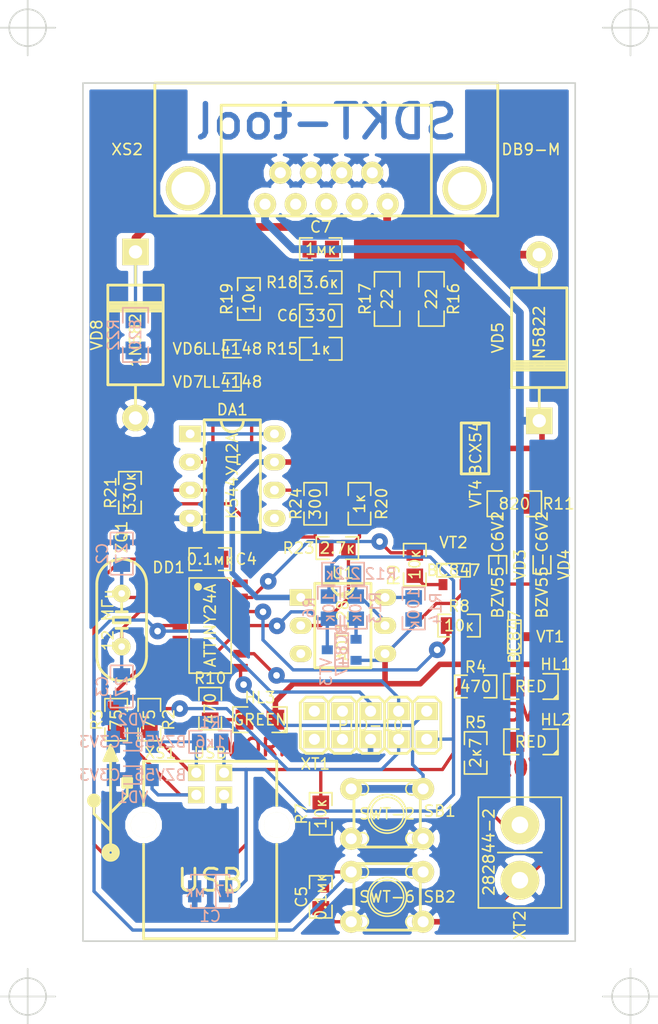
<source format=kicad_pcb>
(kicad_pcb (version 3) (host pcbnew "(2014-jan-25)-product")

  (general
    (links 116)
    (no_connects 0)
    (area 96.424999 87.674999 141.075001 165.325001)
    (thickness 1.6)
    (drawings 13)
    (tracks 315)
    (zones 0)
    (modules 56)
    (nets 36)
  )

  (page A4 portrait)
  (layers
    (15 F.Cu signal)
    (0 B.Cu signal)
    (16 B.Adhes user)
    (17 F.Adhes user)
    (18 B.Paste user)
    (19 F.Paste user)
    (20 B.SilkS user)
    (21 F.SilkS user)
    (22 B.Mask user)
    (23 F.Mask user)
    (24 Dwgs.User user)
    (25 Cmts.User user)
    (26 Eco1.User user)
    (27 Eco2.User user)
    (28 Edge.Cuts user)
  )

  (setup
    (last_trace_width 0.254)
    (user_trace_width 0.3)
    (user_trace_width 0.4)
    (user_trace_width 0.5)
    (user_trace_width 0.7)
    (user_trace_width 1)
    (trace_clearance 0.254)
    (zone_clearance 0.508)
    (zone_45_only no)
    (trace_min 0.254)
    (segment_width 0.2)
    (edge_width 0.15)
    (via_size 0.889)
    (via_drill 0.635)
    (via_min_size 0.889)
    (via_min_drill 0.508)
    (user_via 1 0.6)
    (user_via 1.2 0.6)
    (user_via 1.5 0.6)
    (uvia_size 0.508)
    (uvia_drill 0.127)
    (uvias_allowed no)
    (uvia_min_size 0.508)
    (uvia_min_drill 0.127)
    (pcb_text_width 0.3)
    (pcb_text_size 1 1)
    (mod_edge_width 0.15)
    (mod_text_size 1 1)
    (mod_text_width 0.15)
    (pad_size 2 2)
    (pad_drill 1)
    (pad_to_mask_clearance 0)
    (aux_axis_origin 0 0)
    (visible_elements 7FFFFFFF)
    (pcbplotparams
      (layerselection 32768)
      (usegerberextensions false)
      (excludeedgelayer false)
      (linewidth 0.150000)
      (plotframeref false)
      (viasonmask false)
      (mode 1)
      (useauxorigin false)
      (hpglpennumber 1)
      (hpglpenspeed 20)
      (hpglpendiameter 15)
      (hpglpenoverlay 2)
      (psnegative true)
      (psa4output false)
      (plotreference true)
      (plotvalue true)
      (plotothertext true)
      (plotinvisibletext false)
      (padsonsilk false)
      (subtractmaskfromsilk false)
      (outputformat 5)
      (mirror true)
      (drillshape 2)
      (scaleselection 1)
      (outputdirectory ""))
  )

  (net 0 "")
  (net 1 +20B)
  (net 2 +5B)
  (net 3 GND)
  (net 4 "Net-(C2-Pad2)")
  (net 5 "Net-(C3-Pad2)")
  (net 6 "Net-(C5-Pad2)")
  (net 7 "Net-(C6-Pad1)")
  (net 8 "Net-(C6-Pad2)")
  (net 9 "Net-(C7-Pad1)")
  (net 10 "Net-(C7-Pad2)")
  (net 11 "Net-(DA1-Pad1)")
  (net 12 "Net-(DA1-Pad3)")
  (net 13 "Net-(DA1-Pad6)")
  (net 14 "Net-(DD1-Pad10)")
  (net 15 "Net-(DD1-Pad11)")
  (net 16 "Net-(DD1-Pad12)")
  (net 17 "Net-(DD1-Pad13)")
  (net 18 "Net-(DD1-Pad5)")
  (net 19 "Net-(DD1-Pad6)")
  (net 20 "Net-(DD1-Pad8)")
  (net 21 "Net-(DD1-Pad9)")
  (net 22 "Net-(HL1-Pad1)")
  (net 23 "Net-(HL2-Pad1)")
  (net 24 "Net-(HL3-Pad1)")
  (net 25 "Net-(R1-Pad2)")
  (net 26 "Net-(R3-Pad2)")
  (net 27 "Net-(R8-Pad1)")
  (net 28 "Net-(R9-Pad1)")
  (net 29 "Net-(R11-Pad1)")
  (net 30 "Net-(R12-Pad1)")
  (net 31 "Net-(R13-Pad2)")
  (net 32 "Net-(R14-Pad1)")
  (net 33 "Net-(R20-Pad1)")
  (net 34 "Net-(R21-Pad1)")
  (net 35 "Net-(VD3-Pad1)")

  (net_class Default "Это класс цепей по умолчанию."
    (clearance 0.254)
    (trace_width 0.254)
    (via_dia 0.889)
    (via_drill 0.635)
    (uvia_dia 0.508)
    (uvia_drill 0.127)
    (add_net +20B)
    (add_net +5B)
    (add_net GND)
    (add_net "Net-(C2-Pad2)")
    (add_net "Net-(C3-Pad2)")
    (add_net "Net-(C5-Pad2)")
    (add_net "Net-(C6-Pad1)")
    (add_net "Net-(C6-Pad2)")
    (add_net "Net-(C7-Pad1)")
    (add_net "Net-(C7-Pad2)")
    (add_net "Net-(DA1-Pad1)")
    (add_net "Net-(DA1-Pad3)")
    (add_net "Net-(DA1-Pad6)")
    (add_net "Net-(DD1-Pad10)")
    (add_net "Net-(DD1-Pad11)")
    (add_net "Net-(DD1-Pad12)")
    (add_net "Net-(DD1-Pad13)")
    (add_net "Net-(DD1-Pad5)")
    (add_net "Net-(DD1-Pad6)")
    (add_net "Net-(DD1-Pad8)")
    (add_net "Net-(DD1-Pad9)")
    (add_net "Net-(HL1-Pad1)")
    (add_net "Net-(HL2-Pad1)")
    (add_net "Net-(HL3-Pad1)")
    (add_net "Net-(R1-Pad2)")
    (add_net "Net-(R11-Pad1)")
    (add_net "Net-(R12-Pad1)")
    (add_net "Net-(R13-Pad2)")
    (add_net "Net-(R14-Pad1)")
    (add_net "Net-(R20-Pad1)")
    (add_net "Net-(R21-Pad1)")
    (add_net "Net-(R3-Pad2)")
    (add_net "Net-(R8-Pad1)")
    (add_net "Net-(R9-Pad1)")
    (add_net "Net-(VD3-Pad1)")
  )

  (module Разъемы:DRB-9MA (layer F.Cu) (tedit 533410C0) (tstamp 5333F689)
    (at 118.5 93.75)
    (tags "D-sub 9 pin")
    (path /5227063B)
    (fp_text reference XS2 (at -18 0) (layer F.SilkS)
      (effects (font (size 1 1) (thickness 0.15)))
    )
    (fp_text value DB9-M (at 18.5 0) (layer F.SilkS)
      (effects (font (size 1 1) (thickness 0.15)))
    )
    (fp_line (start -9.5 6) (end -9.5 -4) (layer F.SilkS) (width 0.254))
    (fp_line (start -9.5 -4) (end 9.5 -4) (layer F.SilkS) (width 0.254))
    (fp_line (start 9.5 -4) (end 9.5 6) (layer F.SilkS) (width 0.254))
    (fp_line (start -15.5 6) (end -15.5 -6) (layer F.SilkS) (width 0.254))
    (fp_line (start -15.5 -6) (end 15.5 -6) (layer F.SilkS) (width 0.254))
    (fp_line (start 15.5 -6) (end 15.5 6) (layer F.SilkS) (width 0.254))
    (fp_line (start 15.5 6) (end -15.5 6) (layer F.SilkS) (width 0.254))
    (pad "" np_thru_hole circle (at 12.5 3.52) (size 4 4) (drill 3) (layers *.Cu *.Mask F.SilkS))
    (pad 5 thru_hole circle (at -5.54 4.94) (size 2 2) (drill 1) (layers *.Cu *.Mask F.SilkS)
      (net 1 +20B))
    (pad 4 thru_hole circle (at -2.77 4.94) (size 2 2) (drill 1) (layers *.Cu *.Mask F.SilkS))
    (pad 3 thru_hole circle (at 0 4.94) (size 2 2) (drill 1) (layers *.Cu *.Mask F.SilkS))
    (pad 2 thru_hole circle (at 2.77 4.94) (size 2 2) (drill 1) (layers *.Cu *.Mask F.SilkS))
    (pad 1 thru_hole circle (at 5.54 4.94) (size 2 2) (drill 1) (layers *.Cu *.Mask F.SilkS)
      (net 9 "Net-(C7-Pad1)"))
    (pad 6 thru_hole circle (at 4.155 2.1) (size 2 2) (drill 1) (layers *.Cu *.Mask F.SilkS)
      (net 3 GND))
    (pad 9 thru_hole circle (at -4.155 2.1) (size 2 2) (drill 1) (layers *.Cu *.Mask F.SilkS)
      (net 3 GND))
    (pad 8 thru_hole circle (at -1.385 2.1) (size 2 2) (drill 1) (layers *.Cu *.Mask F.SilkS)
      (net 3 GND))
    (pad 7 thru_hole circle (at 1.385 2.1) (size 2 2) (drill 1) (layers *.Cu *.Mask F.SilkS)
      (net 3 GND))
    (pad "" np_thru_hole circle (at -12.5 3.52) (size 4 4) (drill 3) (layers *.Cu *.Mask F.SilkS))
  )

  (module Микросхемы:DIP6-300 (layer F.Cu) (tedit 53340FC9) (tstamp 5333F5DC)
    (at 120 136.75 270)
    (descr "6 pins DIL package, round pads")
    (tags DIL)
    (path /5333E8F9)
    (fp_text reference U1 (at -4.75 0 540) (layer F.SilkS)
      (effects (font (size 1 1) (thickness 0.15)))
    )
    (fp_text value AOT128A (at 0 0 270) (layer F.SilkS)
      (effects (font (size 1 1) (thickness 0.15)))
    )
    (fp_arc (start -3.73 0) (end -3.73 -1) (angle 90) (layer F.SilkS) (width 0.254))
    (fp_arc (start -3.73 0) (end -2.73 0) (angle 90) (layer F.SilkS) (width 0.254))
    (fp_line (start -3.81 -2.54) (end 3.81 -2.54) (layer F.SilkS) (width 0.254))
    (fp_line (start 3.81 -2.54) (end 3.81 2.54) (layer F.SilkS) (width 0.254))
    (fp_line (start 3.81 2.54) (end -3.81 2.54) (layer F.SilkS) (width 0.254))
    (fp_line (start -3.81 2.54) (end -3.81 -2.54) (layer F.SilkS) (width 0.254))
    (pad 1 thru_hole rect (at -2.54 3.81 270) (size 1.5 2) (drill 0.8) (layers *.Cu *.Mask F.SilkS)
      (net 1 +20B))
    (pad 2 thru_hole oval (at 0 3.81 270) (size 1.5 2) (drill 0.8) (layers *.Cu *.Mask F.SilkS)
      (net 33 "Net-(R20-Pad1)"))
    (pad 3 thru_hole oval (at 2.54 3.81 270) (size 1.5 2) (drill 0.8) (layers *.Cu *.Mask F.SilkS))
    (pad 4 thru_hole oval (at 2.54 -3.81 270) (size 1.5 2) (drill 0.8) (layers *.Cu *.Mask F.SilkS)
      (net 3 GND))
    (pad 5 thru_hole oval (at 0 -3.81 270) (size 1.5 2) (drill 0.8) (layers *.Cu *.Mask F.SilkS)
      (net 30 "Net-(R12-Pad1)"))
    (pad 6 thru_hole oval (at -2.54 -3.81 270) (size 1.5 2) (drill 0.8) (layers *.Cu *.Mask F.SilkS)
      (net 32 "Net-(R14-Pad1)"))
    (model dil/dil_6.wrl
      (at (xyz 0 0 0))
      (scale (xyz 1 1 1))
      (rotate (xyz 0 0 0))
    )
  )

  (module Разъемы:PLD-10 (layer F.Cu) (tedit 53340F81) (tstamp 5333F69E)
    (at 122.5 145.75 180)
    (descr "Connector, 2x5 pins, step 2.54 mm")
    (path /522F22F6)
    (fp_text reference XT1 (at 5 -3.5 180) (layer F.SilkS)
      (effects (font (size 1 1) (thickness 0.15)))
    )
    (fp_text value PLD-10 (at 0 0 180) (layer F.SilkS)
      (effects (font (size 1 1) (thickness 0.15)))
    )
    (fp_line (start 6.35 -2.032) (end 6.35 2.032) (layer F.SilkS) (width 0.254))
    (fp_line (start 3.81 -2.032) (end 3.81 2.032) (layer F.SilkS) (width 0.254))
    (fp_line (start 0.762 -2.54) (end 1.27 -2.032) (layer F.SilkS) (width 0.254))
    (fp_line (start 1.27 -2.032) (end 1.27 2.032) (layer F.SilkS) (width 0.254))
    (fp_line (start 1.27 2.032) (end 0.762 2.54) (layer F.SilkS) (width 0.254))
    (fp_line (start -1.27 2.032) (end -0.762 2.54) (layer F.SilkS) (width 0.254))
    (fp_line (start -0.762 -2.54) (end -1.27 -2.032) (layer F.SilkS) (width 0.254))
    (fp_line (start -1.778 -2.54) (end -1.27 -2.032) (layer F.SilkS) (width 0.254))
    (fp_line (start -1.27 -2.032) (end -1.27 2.032) (layer F.SilkS) (width 0.254))
    (fp_line (start -1.27 2.032) (end -1.778 2.54) (layer F.SilkS) (width 0.254))
    (fp_line (start -3.302 -2.54) (end -3.81 -2.032) (layer F.SilkS) (width 0.254))
    (fp_line (start -3.302 2.54) (end -3.81 2.032) (layer F.SilkS) (width 0.254))
    (fp_line (start -4.318 -2.54) (end -3.81 -2.032) (layer F.SilkS) (width 0.254))
    (fp_line (start -3.81 -2.032) (end -3.81 2.032) (layer F.SilkS) (width 0.254))
    (fp_line (start -3.81 2.032) (end -4.318 2.54) (layer F.SilkS) (width 0.254))
    (fp_line (start -5.842 -2.54) (end -6.35 -2.032) (layer F.SilkS) (width 0.254))
    (fp_line (start -6.35 -2.032) (end -6.35 2.032) (layer F.SilkS) (width 0.254))
    (fp_line (start -6.35 2.032) (end -5.842 2.54) (layer F.SilkS) (width 0.254))
    (fp_line (start 1.27 2.032) (end 1.778 2.54) (layer F.SilkS) (width 0.254))
    (fp_line (start 3.302 2.54) (end 3.81 2.032) (layer F.SilkS) (width 0.254))
    (fp_line (start 3.302 -2.54) (end 3.81 -2.032) (layer F.SilkS) (width 0.254))
    (fp_line (start 1.27 -2.032) (end 1.778 -2.54) (layer F.SilkS) (width 0.254))
    (fp_line (start 5.842 -2.54) (end 6.35 -2.032) (layer F.SilkS) (width 0.254))
    (fp_line (start 3.81 -2.032) (end 4.318 -2.54) (layer F.SilkS) (width 0.254))
    (fp_line (start 4.318 2.54) (end 3.81 2.032) (layer F.SilkS) (width 0.254))
    (fp_line (start 5.842 2.54) (end 6.35 2.032) (layer F.SilkS) (width 0.254))
    (fp_line (start -5.842 2.54) (end -4.318 2.54) (layer F.SilkS) (width 0.254))
    (fp_line (start -5.842 -2.54) (end -4.318 -2.54) (layer F.SilkS) (width 0.254))
    (fp_line (start -3.302 -2.54) (end -1.778 -2.54) (layer F.SilkS) (width 0.254))
    (fp_line (start -3.302 2.54) (end -1.778 2.54) (layer F.SilkS) (width 0.254))
    (fp_line (start 4.318 2.54) (end 5.842 2.54) (layer F.SilkS) (width 0.254))
    (fp_line (start 4.318 -2.54) (end 5.842 -2.54) (layer F.SilkS) (width 0.254))
    (fp_line (start 1.778 -2.54) (end 3.302 -2.54) (layer F.SilkS) (width 0.254))
    (fp_line (start 1.778 2.54) (end 3.302 2.54) (layer F.SilkS) (width 0.254))
    (fp_line (start -0.762 2.54) (end 0.762 2.54) (layer F.SilkS) (width 0.254))
    (fp_line (start -0.762 -2.54) (end 0.762 -2.54) (layer F.SilkS) (width 0.254))
    (pad 1 thru_hole rect (at -5.08 1.27 180) (size 2 1.6) (drill 1) (layers *.Cu *.Mask F.SilkS)
      (net 20 "Net-(DD1-Pad8)"))
    (pad 2 thru_hole rect (at -5.08 -1.27 180) (size 2 1.6) (drill 1) (layers *.Cu *.Mask F.SilkS)
      (net 2 +5B))
    (pad 4 thru_hole rect (at -2.54 -1.27 180) (size 2 1.6) (drill 1) (layers *.Cu *.Mask F.SilkS)
      (net 18 "Net-(DD1-Pad5)"))
    (pad 3 thru_hole rect (at -2.54 1.27 180) (size 2 1.6) (drill 1) (layers *.Cu *.Mask F.SilkS)
      (net 21 "Net-(DD1-Pad9)"))
    (pad 9 thru_hole rect (at 5.08 1.27 180) (size 2 1.6) (drill 1) (layers *.Cu *.Mask F.SilkS))
    (pad 10 thru_hole rect (at 5.08 -1.27 180) (size 2 1.6) (drill 1) (layers *.Cu *.Mask F.SilkS))
    (pad 8 thru_hole rect (at 2.54 -1.27 180) (size 2 1.6) (drill 1) (layers *.Cu *.Mask F.SilkS))
    (pad 7 thru_hole rect (at 2.54 1.27 180) (size 2 1.6) (drill 1) (layers *.Cu *.Mask F.SilkS))
    (pad 5 thru_hole rect (at 0 1.27 180) (size 2 1.6) (drill 1) (layers *.Cu *.Mask F.SilkS)
      (net 6 "Net-(C5-Pad2)"))
    (pad 6 thru_hole rect (at 0 -1.27 180) (size 2 1.6) (drill 1) (layers *.Cu *.Mask F.SilkS)
      (net 3 GND))
  )

  (module Разъемы:282844-2 (layer F.Cu) (tedit 5333FFF0) (tstamp 53340051)
    (at 136 157.25 270)
    (path /5230383F)
    (fp_text reference XT2 (at 6.55 0 270) (layer F.SilkS)
      (effects (font (size 1 1) (thickness 0.15)))
    )
    (fp_text value 282844-2 (at -0.05 2.8 270) (layer F.SilkS)
      (effects (font (size 1 1) (thickness 0.15)))
    )
    (fp_line (start -5 3.75) (end 5 3.75) (layer F.SilkS) (width 0.15))
    (fp_line (start -5 -3.75) (end 5 -3.75) (layer F.SilkS) (width 0.15))
    (fp_line (start 0 -2) (end 0 2) (layer F.SilkS) (width 0.15))
    (fp_line (start 5 -3.75) (end 5 3.75) (layer F.SilkS) (width 0.15))
    (fp_line (start -5 3.75) (end -5 -3.75) (layer F.SilkS) (width 0.15))
    (pad 2 thru_hole circle (at 2.5 0 270) (size 3.5 3.5) (drill 1.5) (layers *.Cu *.Mask F.SilkS)
      (net 3 GND))
    (pad 1 thru_hole circle (at -2.5 0 270) (size 3.5 3.5) (drill 1.5) (layers *.Cu *.Mask F.SilkS)
      (net 1 +20B))
  )

  (module Транзисторы:SOT89 (layer F.Cu) (tedit 5333F47D) (tstamp 5333F650)
    (at 132 120.75 90)
    (descr "Plastic surface-mounted package; collector pad for good heat transfer; 3 leads")
    (tags SOT89)
    (path /512DF61D)
    (fp_text reference VT4 (at -4.1 0 90) (layer F.SilkS)
      (effects (font (size 1 1) (thickness 0.15)))
    )
    (fp_text value BCX54 (at 0 0 90) (layer F.SilkS)
      (effects (font (size 1 1) (thickness 0.15)))
    )
    (fp_line (start -2.3 1.2) (end -2.3 -1.3) (layer F.SilkS) (width 0.254))
    (fp_line (start -2.3 -1.3) (end 2.3 -1.3) (layer F.SilkS) (width 0.254))
    (fp_line (start 2.3 -1.3) (end 2.3 1.2) (layer F.SilkS) (width 0.254))
    (fp_line (start 2.3 1.2) (end -2.3 1.2) (layer F.SilkS) (width 0.254))
    (pad 2 smd rect (at 0 2.2 90) (size 1 1.5) (layers F.Cu F.Paste F.Mask)
      (net 1 +20B))
    (pad 1 smd rect (at 1.5 2.2 90) (size 1 1.5) (layers F.Cu F.Paste F.Mask)
      (net 8 "Net-(C6-Pad2)"))
    (pad 3 smd rect (at -1.5 2.2 90) (size 1 1.5) (layers F.Cu F.Paste F.Mask)
      (net 29 "Net-(R11-Pad1)"))
    (pad 2 smd rect (at 0 -1.85 90) (size 2.2 1) (layers F.Cu F.Paste F.Mask)
      (net 1 +20B))
  )

  (module DIP-8-300 (layer F.Cu) (tedit 527F64D4) (tstamp 5260EEE0)
    (at 110 123.25 270)
    (descr "8 pins DIL package, round pads")
    (tags DIL)
    (path /52501009)
    (fp_text reference DA1 (at -6 0 540) (layer F.SilkS)
      (effects (font (size 1 1) (thickness 0.15)))
    )
    (fp_text value К544УД2А (at 0 0 270) (layer F.SilkS)
      (effects (font (size 1 1) (thickness 0.15)))
    )
    (fp_arc (start -5 0) (end -5 -1) (angle 90) (layer F.SilkS) (width 0.254))
    (fp_arc (start -5 0) (end -4 0) (angle 90) (layer F.SilkS) (width 0.254))
    (fp_line (start -5.08 -2.54) (end 5.08 -2.54) (layer F.SilkS) (width 0.254))
    (fp_line (start 5.08 -2.54) (end 5.08 2.54) (layer F.SilkS) (width 0.254))
    (fp_line (start 5.08 2.54) (end -5.08 2.54) (layer F.SilkS) (width 0.254))
    (fp_line (start -5.08 2.54) (end -5.08 -2.54) (layer F.SilkS) (width 0.254))
    (pad 1 thru_hole rect (at -3.81 3.81 270) (size 1.5 2) (drill 0.8) (layers *.Cu *.Mask F.SilkS)
      (net 11 "Net-(DA1-Pad1)"))
    (pad 2 thru_hole oval (at -1.27 3.81 270) (size 1.5 2) (drill 0.8) (layers *.Cu *.Mask F.SilkS)
      (net 7 "Net-(C6-Pad1)"))
    (pad 3 thru_hole oval (at 1.27 3.81 270) (size 1.5 2) (drill 0.8) (layers *.Cu *.Mask F.SilkS)
      (net 12 "Net-(DA1-Pad3)"))
    (pad 4 thru_hole oval (at 3.81 3.81 270) (size 1.5 2) (drill 0.8) (layers *.Cu *.Mask F.SilkS)
      (net 3 GND))
    (pad 5 thru_hole oval (at 3.81 -3.81 270) (size 1.5 2) (drill 0.8) (layers *.Cu *.Mask F.SilkS))
    (pad 6 thru_hole oval (at 1.27 -3.81 270) (size 1.5 2) (drill 0.8) (layers *.Cu *.Mask F.SilkS)
      (net 13 "Net-(DA1-Pad6)"))
    (pad 7 thru_hole oval (at -1.27 -3.81 270) (size 1.5 2) (drill 0.8) (layers *.Cu *.Mask F.SilkS)
      (net 1 +20B))
    (pad 8 thru_hole oval (at -3.81 -3.81 270) (size 1.5 2) (drill 0.8) (layers *.Cu *.Mask F.SilkS)
      (net 11 "Net-(DA1-Pad1)"))
    (model dil/dil_8.wrl
      (at (xyz 0 0 0))
      (scale (xyz 1 1 1))
      (rotate (xyz 0 0 0))
    )
  )

  (module Конденсаторы:C_3216_SMA (layer B.Cu) (tedit 5333F288) (tstamp 5333F40F)
    (at 108 160.75)
    (descr "Electrolytic capacitor smd 3216 (type A)")
    (tags "C CP 3216 A SMA")
    (path /5253A4D9)
    (fp_text reference C1 (at 0 2.25) (layer B.SilkS)
      (effects (font (size 1 1) (thickness 0.15)) (justify mirror))
    )
    (fp_text value "47 мк" (at 0 0) (layer B.SilkS)
      (effects (font (size 1 1) (thickness 0.15)) (justify mirror))
    )
    (fp_line (start 0.5 -1.5) (end 0.5 1.5) (layer B.SilkS) (width 0.15))
    (fp_line (start -1.75 -1.25) (end -1.75 -1.5) (layer B.SilkS) (width 0.15))
    (fp_line (start -1.75 -1.5) (end 1.75 -1.5) (layer B.SilkS) (width 0.15))
    (fp_line (start 1.75 -1.5) (end 1.75 -1.25) (layer B.SilkS) (width 0.15))
    (fp_line (start -1.75 1.25) (end -1.75 1.5) (layer B.SilkS) (width 0.15))
    (fp_line (start -1.75 1.5) (end 1.75 1.5) (layer B.SilkS) (width 0.15))
    (fp_line (start 1.75 1.5) (end 1.75 1.25) (layer B.SilkS) (width 0.15))
    (pad 1 smd rect (at 1.4 0) (size 1.2 2) (layers B.Cu B.Paste B.Mask)
      (net 2 +5B))
    (pad 2 smd rect (at -1.4 0) (size 1.2 2) (layers B.Cu B.Paste B.Mask)
      (net 3 GND))
  )

  (module Конденсаторы:C_0805 (layer B.Cu) (tedit 5333F445) (tstamp 5333F41B)
    (at 100 130.25 90)
    (descr "Capacitor smd 0805")
    (tags C)
    (path /522F13B4)
    (fp_text reference C2 (at 0 -1.75 90) (layer B.SilkS)
      (effects (font (size 1 1) (thickness 0.15)) (justify mirror))
    )
    (fp_text value 27 (at 0 0 90) (layer B.SilkS)
      (effects (font (size 1 1) (thickness 0.15)) (justify mirror))
    )
    (fp_line (start 0.762 1.016) (end 1.905 1.016) (layer B.SilkS) (width 0.15))
    (fp_line (start 1.905 1.016) (end 1.905 -1.016) (layer B.SilkS) (width 0.15))
    (fp_line (start 1.905 -1.016) (end 0.762 -1.016) (layer B.SilkS) (width 0.15))
    (fp_line (start -1.905 1.016) (end -0.762 1.016) (layer B.SilkS) (width 0.15))
    (fp_line (start -1.905 -1.016) (end -1.905 1.016) (layer B.SilkS) (width 0.15))
    (fp_line (start -1.905 -1.016) (end -0.762 -1.016) (layer B.SilkS) (width 0.15))
    (pad 1 smd rect (at 1.016 0 90) (size 1.27 1.524) (layers B.Cu B.Paste B.Mask)
      (net 3 GND))
    (pad 2 smd rect (at -1.016 0 90) (size 1.27 1.524) (layers B.Cu B.Paste B.Mask)
      (net 4 "Net-(C2-Pad2)"))
  )

  (module Конденсаторы:C_0805 (layer B.Cu) (tedit 5333F43E) (tstamp 5333F426)
    (at 100 142.25 270)
    (descr "Capacitor smd 0805")
    (tags C)
    (path /522F13C4)
    (fp_text reference C3 (at 0 1.75 270) (layer B.SilkS)
      (effects (font (size 1 1) (thickness 0.15)) (justify mirror))
    )
    (fp_text value 27 (at 0 0 270) (layer B.SilkS)
      (effects (font (size 1 1) (thickness 0.15)) (justify mirror))
    )
    (fp_line (start 0.762 1.016) (end 1.905 1.016) (layer B.SilkS) (width 0.15))
    (fp_line (start 1.905 1.016) (end 1.905 -1.016) (layer B.SilkS) (width 0.15))
    (fp_line (start 1.905 -1.016) (end 0.762 -1.016) (layer B.SilkS) (width 0.15))
    (fp_line (start -1.905 1.016) (end -0.762 1.016) (layer B.SilkS) (width 0.15))
    (fp_line (start -1.905 -1.016) (end -1.905 1.016) (layer B.SilkS) (width 0.15))
    (fp_line (start -1.905 -1.016) (end -0.762 -1.016) (layer B.SilkS) (width 0.15))
    (pad 1 smd rect (at 1.016 0 270) (size 1.27 1.524) (layers B.Cu B.Paste B.Mask)
      (net 3 GND))
    (pad 2 smd rect (at -1.016 0 270) (size 1.27 1.524) (layers B.Cu B.Paste B.Mask)
      (net 5 "Net-(C3-Pad2)"))
  )

  (module Конденсаторы:C_0805 (layer F.Cu) (tedit 5333F336) (tstamp 5333F431)
    (at 108 130.75)
    (descr "Capacitor smd 0805")
    (tags C)
    (path /523C214B)
    (fp_text reference C4 (at 3.25 0) (layer F.SilkS)
      (effects (font (size 1 1) (thickness 0.15)))
    )
    (fp_text value 0.1мк (at 0 0) (layer F.SilkS)
      (effects (font (size 1 1) (thickness 0.15)))
    )
    (fp_line (start 0.762 -1.016) (end 1.905 -1.016) (layer F.SilkS) (width 0.15))
    (fp_line (start 1.905 -1.016) (end 1.905 1.016) (layer F.SilkS) (width 0.15))
    (fp_line (start 1.905 1.016) (end 0.762 1.016) (layer F.SilkS) (width 0.15))
    (fp_line (start -1.905 -1.016) (end -0.762 -1.016) (layer F.SilkS) (width 0.15))
    (fp_line (start -1.905 1.016) (end -1.905 -1.016) (layer F.SilkS) (width 0.15))
    (fp_line (start -1.905 1.016) (end -0.762 1.016) (layer F.SilkS) (width 0.15))
    (pad 1 smd rect (at 1.016 0) (size 1.27 1.524) (layers F.Cu F.Paste F.Mask)
      (net 3 GND))
    (pad 2 smd rect (at -1.016 0) (size 1.27 1.524) (layers F.Cu F.Paste F.Mask)
      (net 2 +5B))
  )

  (module Конденсаторы:C_0805 (layer F.Cu) (tedit 5333F25D) (tstamp 5333F43C)
    (at 118 161.25 270)
    (descr "Capacitor smd 0805")
    (tags C)
    (path /522F2631)
    (fp_text reference C5 (at 0 1.75 270) (layer F.SilkS)
      (effects (font (size 1 1) (thickness 0.15)))
    )
    (fp_text value 0.1мк (at 0 0 270) (layer F.SilkS)
      (effects (font (size 1 1) (thickness 0.15)))
    )
    (fp_line (start 0.762 -1.016) (end 1.905 -1.016) (layer F.SilkS) (width 0.15))
    (fp_line (start 1.905 -1.016) (end 1.905 1.016) (layer F.SilkS) (width 0.15))
    (fp_line (start 1.905 1.016) (end 0.762 1.016) (layer F.SilkS) (width 0.15))
    (fp_line (start -1.905 -1.016) (end -0.762 -1.016) (layer F.SilkS) (width 0.15))
    (fp_line (start -1.905 1.016) (end -1.905 -1.016) (layer F.SilkS) (width 0.15))
    (fp_line (start -1.905 1.016) (end -0.762 1.016) (layer F.SilkS) (width 0.15))
    (pad 1 smd rect (at 1.016 0 270) (size 1.27 1.524) (layers F.Cu F.Paste F.Mask)
      (net 3 GND))
    (pad 2 smd rect (at -1.016 0 270) (size 1.27 1.524) (layers F.Cu F.Paste F.Mask)
      (net 6 "Net-(C5-Pad2)"))
  )

  (module Конденсаторы:C_0805 (layer F.Cu) (tedit 5333F194) (tstamp 5333F447)
    (at 118 108.75 180)
    (descr "Capacitor smd 0805")
    (tags C)
    (path /512E2051)
    (fp_text reference C6 (at 3 0 180) (layer F.SilkS)
      (effects (font (size 1 1) (thickness 0.15)))
    )
    (fp_text value 330 (at 0 0 180) (layer F.SilkS)
      (effects (font (size 1 1) (thickness 0.15)))
    )
    (fp_line (start 0.762 -1.016) (end 1.905 -1.016) (layer F.SilkS) (width 0.15))
    (fp_line (start 1.905 -1.016) (end 1.905 1.016) (layer F.SilkS) (width 0.15))
    (fp_line (start 1.905 1.016) (end 0.762 1.016) (layer F.SilkS) (width 0.15))
    (fp_line (start -1.905 -1.016) (end -0.762 -1.016) (layer F.SilkS) (width 0.15))
    (fp_line (start -1.905 1.016) (end -1.905 -1.016) (layer F.SilkS) (width 0.15))
    (fp_line (start -1.905 1.016) (end -0.762 1.016) (layer F.SilkS) (width 0.15))
    (pad 1 smd rect (at 1.016 0 180) (size 1.27 1.524) (layers F.Cu F.Paste F.Mask)
      (net 7 "Net-(C6-Pad1)"))
    (pad 2 smd rect (at -1.016 0 180) (size 1.27 1.524) (layers F.Cu F.Paste F.Mask)
      (net 8 "Net-(C6-Pad2)"))
  )

  (module Конденсаторы:C_0805 (layer F.Cu) (tedit 5333F177) (tstamp 5333F452)
    (at 118 102.75)
    (descr "Capacitor smd 0805")
    (tags C)
    (path /512E1F92)
    (fp_text reference C7 (at 0 -2) (layer F.SilkS)
      (effects (font (size 1 1) (thickness 0.15)))
    )
    (fp_text value 1мк (at 0 0) (layer F.SilkS)
      (effects (font (size 1 1) (thickness 0.15)))
    )
    (fp_line (start 0.762 -1.016) (end 1.905 -1.016) (layer F.SilkS) (width 0.15))
    (fp_line (start 1.905 -1.016) (end 1.905 1.016) (layer F.SilkS) (width 0.15))
    (fp_line (start 1.905 1.016) (end 0.762 1.016) (layer F.SilkS) (width 0.15))
    (fp_line (start -1.905 -1.016) (end -0.762 -1.016) (layer F.SilkS) (width 0.15))
    (fp_line (start -1.905 1.016) (end -1.905 -1.016) (layer F.SilkS) (width 0.15))
    (fp_line (start -1.905 1.016) (end -0.762 1.016) (layer F.SilkS) (width 0.15))
    (pad 1 smd rect (at 1.016 0) (size 1.27 1.524) (layers F.Cu F.Paste F.Mask)
      (net 9 "Net-(C7-Pad1)"))
    (pad 2 smd rect (at -1.016 0) (size 1.27 1.524) (layers F.Cu F.Paste F.Mask)
      (net 10 "Net-(C7-Pad2)"))
  )

  (module Микросхемы:SO14-150 (layer F.Cu) (tedit 5333F32F) (tstamp 5333F45D)
    (at 108 136.75 270)
    (descr "Small-outline integrated circuit 14 pins")
    (tags "SO14 SOP14 SOIC14")
    (path /52270981)
    (fp_text reference DD1 (at -5.25 3.75 360) (layer F.SilkS)
      (effects (font (size 1 1) (thickness 0.15)))
    )
    (fp_text value ATTINY24A (at 0 0 270) (layer F.SilkS)
      (effects (font (size 1 1) (thickness 0.15)))
    )
    (fp_circle (center -3.5 1.1) (end -3.4 1.1) (layer F.SilkS) (width 0.2))
    (fp_circle (center -3.5 1.1) (end -3.4 1.2) (layer F.SilkS) (width 0.15))
    (fp_circle (center -3.5 1.1) (end -3.3 1.3) (layer F.SilkS) (width 0.15))
    (fp_line (start -4.3 -1.9) (end 4.3 -1.9) (layer F.SilkS) (width 0.15))
    (fp_line (start 4.3 -1.9) (end 4.3 1.9) (layer F.SilkS) (width 0.15))
    (fp_line (start 4.3 1.9) (end -4.3 1.9) (layer F.SilkS) (width 0.15))
    (fp_line (start -4.3 1.9) (end -4.3 -1.9) (layer F.SilkS) (width 0.15))
    (pad 11 smd rect (at 0 -2.75 270) (size 0.7 1.3) (layers F.Cu F.Paste F.Mask)
      (net 15 "Net-(DD1-Pad11)"))
    (pad 10 smd rect (at 1.27 -2.75 270) (size 0.7 1.3) (layers F.Cu F.Paste F.Mask)
      (net 14 "Net-(DD1-Pad10)"))
    (pad 9 smd rect (at 2.54 -2.75 270) (size 0.7 1.3) (layers F.Cu F.Paste F.Mask)
      (net 21 "Net-(DD1-Pad9)"))
    (pad 8 smd rect (at 3.81 -2.75 270) (size 0.7 1.3) (layers F.Cu F.Paste F.Mask)
      (net 20 "Net-(DD1-Pad8)"))
    (pad 12 smd rect (at -1.27 -2.75 270) (size 0.7 1.3) (layers F.Cu F.Paste F.Mask)
      (net 16 "Net-(DD1-Pad12)"))
    (pad 13 smd rect (at -2.54 -2.75 270) (size 0.7 1.3) (layers F.Cu F.Paste F.Mask)
      (net 17 "Net-(DD1-Pad13)"))
    (pad 14 smd rect (at -3.81 -2.75 90) (size 0.7 1.3) (layers F.Cu F.Paste F.Mask)
      (net 3 GND))
    (pad 1 smd rect (at -3.81 2.75 270) (size 0.7 1.3) (layers F.Cu F.Paste F.Mask)
      (net 2 +5B))
    (pad 2 smd rect (at -2.54 2.75 270) (size 0.7 1.3) (layers F.Cu F.Paste F.Mask)
      (net 4 "Net-(C2-Pad2)"))
    (pad 3 smd rect (at -1.27 2.75 270) (size 0.7 1.3) (layers F.Cu F.Paste F.Mask)
      (net 5 "Net-(C3-Pad2)"))
    (pad 7 smd rect (at 3.81 2.75 270) (size 0.7 1.3) (layers F.Cu F.Paste F.Mask)
      (net 18 "Net-(DD1-Pad5)"))
    (pad 6 smd rect (at 2.54 2.75 270) (size 0.7 1.3) (layers F.Cu F.Paste F.Mask)
      (net 19 "Net-(DD1-Pad6)"))
    (pad 5 smd rect (at 1.27 2.75 270) (size 0.7 1.3) (layers F.Cu F.Paste F.Mask)
      (net 18 "Net-(DD1-Pad5)"))
    (pad 4 smd rect (at 0 2.75 270) (size 0.7 1.3) (layers F.Cu F.Paste F.Mask)
      (net 6 "Net-(C5-Pad2)"))
  )

  (module Диоды:LED_1206 (layer F.Cu) (tedit 5333F219) (tstamp 5333F475)
    (at 137 142.25 180)
    (descr "Light-emitting diode")
    (tags "led 1206")
    (path /522F3654)
    (fp_text reference HL1 (at -2.25 2 180) (layer F.SilkS)
      (effects (font (size 1 1) (thickness 0.15)))
    )
    (fp_text value RED (at 0 0 180) (layer F.SilkS)
      (effects (font (size 1 1) (thickness 0.15)))
    )
    (fp_line (start -2.413 -0.762) (end -2.032 -1.143) (layer F.SilkS) (width 0.15))
    (fp_line (start -2.413 -1.016) (end -2.286 -1.143) (layer F.SilkS) (width 0.15))
    (fp_line (start -2.413 -0.889) (end -2.159 -1.143) (layer F.SilkS) (width 0.15))
    (fp_line (start 1.1 -1.15) (end 2.45 -1.15) (layer F.SilkS) (width 0.15))
    (fp_line (start 2.45 1.15) (end 2.45 -1.15) (layer F.SilkS) (width 0.15))
    (fp_line (start 1.1 1.15) (end 2.45 1.15) (layer F.SilkS) (width 0.15))
    (fp_line (start -2.45 -1.15) (end -1.1 -1.15) (layer F.SilkS) (width 0.15))
    (fp_line (start -2.45 1.15) (end -2.45 -1.15) (layer F.SilkS) (width 0.15))
    (fp_line (start -2.45 1.15) (end -1.1 1.15) (layer F.SilkS) (width 0.15))
    (pad 1 smd rect (at 1.4 0 180) (size 1.6 1.8) (layers F.Cu F.Paste F.Mask)
      (net 22 "Net-(HL1-Pad1)"))
    (pad 2 smd rect (at -1.4 0 180) (size 1.6 1.8) (layers F.Cu F.Paste F.Mask)
      (net 3 GND))
  )

  (module Диоды:LED_1206 (layer F.Cu) (tedit 5333F21C) (tstamp 5333F483)
    (at 137 147.25 180)
    (descr "Light-emitting diode")
    (tags "led 1206")
    (path /525F9888)
    (fp_text reference HL2 (at -2.25 2 180) (layer F.SilkS)
      (effects (font (size 1 1) (thickness 0.15)))
    )
    (fp_text value RED (at 0 0 180) (layer F.SilkS)
      (effects (font (size 1 1) (thickness 0.15)))
    )
    (fp_line (start -2.413 -0.762) (end -2.032 -1.143) (layer F.SilkS) (width 0.15))
    (fp_line (start -2.413 -1.016) (end -2.286 -1.143) (layer F.SilkS) (width 0.15))
    (fp_line (start -2.413 -0.889) (end -2.159 -1.143) (layer F.SilkS) (width 0.15))
    (fp_line (start 1.1 -1.15) (end 2.45 -1.15) (layer F.SilkS) (width 0.15))
    (fp_line (start 2.45 1.15) (end 2.45 -1.15) (layer F.SilkS) (width 0.15))
    (fp_line (start 1.1 1.15) (end 2.45 1.15) (layer F.SilkS) (width 0.15))
    (fp_line (start -2.45 -1.15) (end -1.1 -1.15) (layer F.SilkS) (width 0.15))
    (fp_line (start -2.45 1.15) (end -2.45 -1.15) (layer F.SilkS) (width 0.15))
    (fp_line (start -2.45 1.15) (end -1.1 1.15) (layer F.SilkS) (width 0.15))
    (pad 1 smd rect (at 1.4 0 180) (size 1.6 1.8) (layers F.Cu F.Paste F.Mask)
      (net 23 "Net-(HL2-Pad1)"))
    (pad 2 smd rect (at -1.4 0 180) (size 1.6 1.8) (layers F.Cu F.Paste F.Mask)
      (net 3 GND))
  )

  (module Диоды:LED_1206 (layer F.Cu) (tedit 5336BED3) (tstamp 5333F491)
    (at 112.5 145.25 180)
    (descr "Light-emitting diode")
    (tags "led 1206")
    (path /522F31F7)
    (fp_text reference HL3 (at 0 2 180) (layer F.SilkS)
      (effects (font (size 1 1) (thickness 0.15)))
    )
    (fp_text value GREEN (at 0 0 180) (layer F.SilkS)
      (effects (font (size 1 1) (thickness 0.15)))
    )
    (fp_line (start -2.413 -0.762) (end -2.032 -1.143) (layer F.SilkS) (width 0.15))
    (fp_line (start -2.413 -1.016) (end -2.286 -1.143) (layer F.SilkS) (width 0.15))
    (fp_line (start -2.413 -0.889) (end -2.159 -1.143) (layer F.SilkS) (width 0.15))
    (fp_line (start 1.1 -1.15) (end 2.45 -1.15) (layer F.SilkS) (width 0.15))
    (fp_line (start 2.45 1.15) (end 2.45 -1.15) (layer F.SilkS) (width 0.15))
    (fp_line (start 1.1 1.15) (end 2.45 1.15) (layer F.SilkS) (width 0.15))
    (fp_line (start -2.45 -1.15) (end -1.1 -1.15) (layer F.SilkS) (width 0.15))
    (fp_line (start -2.45 1.15) (end -2.45 -1.15) (layer F.SilkS) (width 0.15))
    (fp_line (start -2.45 1.15) (end -1.1 1.15) (layer F.SilkS) (width 0.15))
    (pad 1 smd rect (at 1.4 0 180) (size 1.6 1.8) (layers F.Cu F.Paste F.Mask)
      (net 24 "Net-(HL3-Pad1)"))
    (pad 2 smd rect (at -1.4 0 180) (size 1.6 1.8) (layers F.Cu F.Paste F.Mask)
      (net 3 GND))
  )

  (module Резисторы:R_0805 (layer B.Cu) (tedit 5333F431) (tstamp 5333F49F)
    (at 108 147.25)
    (descr "Resistor smd 0805")
    (tags "R RES")
    (path /522EEDE7)
    (fp_text reference R1 (at 0 -1.75) (layer B.SilkS)
      (effects (font (size 1 1) (thickness 0.15)) (justify mirror))
    )
    (fp_text value 1к6 (at 0 0) (layer B.SilkS)
      (effects (font (size 1 1) (thickness 0.15)) (justify mirror))
    )
    (fp_line (start 0.762 1.016) (end 1.905 1.016) (layer B.SilkS) (width 0.15))
    (fp_line (start 1.905 1.016) (end 1.905 -1.016) (layer B.SilkS) (width 0.15))
    (fp_line (start 1.905 -1.016) (end 0.762 -1.016) (layer B.SilkS) (width 0.15))
    (fp_line (start -1.905 1.016) (end -0.762 1.016) (layer B.SilkS) (width 0.15))
    (fp_line (start -1.905 -1.016) (end -1.905 1.016) (layer B.SilkS) (width 0.15))
    (fp_line (start -1.905 -1.016) (end -0.762 -1.016) (layer B.SilkS) (width 0.15))
    (pad 1 smd rect (at 1 0) (size 1.3 1.5) (layers B.Cu B.Paste B.Mask)
      (net 2 +5B))
    (pad 2 smd rect (at -1 0) (size 1.3 1.5) (layers B.Cu B.Paste B.Mask)
      (net 25 "Net-(R1-Pad2)"))
  )

  (module Резисторы:R_0805 (layer F.Cu) (tedit 5333F2DE) (tstamp 5333F4AA)
    (at 102.5 145.25 90)
    (descr "Resistor smd 0805")
    (tags "R RES")
    (path /522EF56D)
    (fp_text reference R2 (at 0 1.75 90) (layer F.SilkS)
      (effects (font (size 1 1) (thickness 0.15)))
    )
    (fp_text value 75 (at 0 0 90) (layer F.SilkS)
      (effects (font (size 1 1) (thickness 0.15)))
    )
    (fp_line (start 0.762 -1.016) (end 1.905 -1.016) (layer F.SilkS) (width 0.15))
    (fp_line (start 1.905 -1.016) (end 1.905 1.016) (layer F.SilkS) (width 0.15))
    (fp_line (start 1.905 1.016) (end 0.762 1.016) (layer F.SilkS) (width 0.15))
    (fp_line (start -1.905 -1.016) (end -0.762 -1.016) (layer F.SilkS) (width 0.15))
    (fp_line (start -1.905 1.016) (end -1.905 -1.016) (layer F.SilkS) (width 0.15))
    (fp_line (start -1.905 1.016) (end -0.762 1.016) (layer F.SilkS) (width 0.15))
    (pad 1 smd rect (at 1 0 90) (size 1.3 1.5) (layers F.Cu F.Paste F.Mask)
      (net 18 "Net-(DD1-Pad5)"))
    (pad 2 smd rect (at -1 0 90) (size 1.3 1.5) (layers F.Cu F.Paste F.Mask)
      (net 25 "Net-(R1-Pad2)"))
  )

  (module Резисторы:R_0805 (layer F.Cu) (tedit 5333F2E0) (tstamp 5333F4B5)
    (at 99.5 145.25 90)
    (descr "Resistor smd 0805")
    (tags "R RES")
    (path /522EF578)
    (fp_text reference R3 (at 0 -1.75 90) (layer F.SilkS)
      (effects (font (size 1 1) (thickness 0.15)))
    )
    (fp_text value 75 (at 0 0 90) (layer F.SilkS)
      (effects (font (size 1 1) (thickness 0.15)))
    )
    (fp_line (start 0.762 -1.016) (end 1.905 -1.016) (layer F.SilkS) (width 0.15))
    (fp_line (start 1.905 -1.016) (end 1.905 1.016) (layer F.SilkS) (width 0.15))
    (fp_line (start 1.905 1.016) (end 0.762 1.016) (layer F.SilkS) (width 0.15))
    (fp_line (start -1.905 -1.016) (end -0.762 -1.016) (layer F.SilkS) (width 0.15))
    (fp_line (start -1.905 1.016) (end -1.905 -1.016) (layer F.SilkS) (width 0.15))
    (fp_line (start -1.905 1.016) (end -0.762 1.016) (layer F.SilkS) (width 0.15))
    (pad 1 smd rect (at 1 0 90) (size 1.3 1.5) (layers F.Cu F.Paste F.Mask)
      (net 19 "Net-(DD1-Pad6)"))
    (pad 2 smd rect (at -1 0 90) (size 1.3 1.5) (layers F.Cu F.Paste F.Mask)
      (net 26 "Net-(R3-Pad2)"))
  )

  (module Резисторы:R_0805 (layer F.Cu) (tedit 5333F229) (tstamp 5333F4C0)
    (at 132 142.25 180)
    (descr "Resistor smd 0805")
    (tags "R RES")
    (path /522F3649)
    (fp_text reference R4 (at 0 1.75 180) (layer F.SilkS)
      (effects (font (size 1 1) (thickness 0.15)))
    )
    (fp_text value 470 (at 0 0 180) (layer F.SilkS)
      (effects (font (size 1 1) (thickness 0.15)))
    )
    (fp_line (start 0.762 -1.016) (end 1.905 -1.016) (layer F.SilkS) (width 0.15))
    (fp_line (start 1.905 -1.016) (end 1.905 1.016) (layer F.SilkS) (width 0.15))
    (fp_line (start 1.905 1.016) (end 0.762 1.016) (layer F.SilkS) (width 0.15))
    (fp_line (start -1.905 -1.016) (end -0.762 -1.016) (layer F.SilkS) (width 0.15))
    (fp_line (start -1.905 1.016) (end -1.905 -1.016) (layer F.SilkS) (width 0.15))
    (fp_line (start -1.905 1.016) (end -0.762 1.016) (layer F.SilkS) (width 0.15))
    (pad 1 smd rect (at 1 0 180) (size 1.3 1.5) (layers F.Cu F.Paste F.Mask)
      (net 2 +5B))
    (pad 2 smd rect (at -1 0 180) (size 1.3 1.5) (layers F.Cu F.Paste F.Mask)
      (net 22 "Net-(HL1-Pad1)"))
  )

  (module Резисторы:R_0805 (layer F.Cu) (tedit 5333F22C) (tstamp 5333F4CB)
    (at 132 148.25 270)
    (descr "Resistor smd 0805")
    (tags "R RES")
    (path /525F9880)
    (fp_text reference R5 (at -2.75 0 360) (layer F.SilkS)
      (effects (font (size 1 1) (thickness 0.15)))
    )
    (fp_text value 2к7 (at 0 0 270) (layer F.SilkS)
      (effects (font (size 1 1) (thickness 0.15)))
    )
    (fp_line (start 0.762 -1.016) (end 1.905 -1.016) (layer F.SilkS) (width 0.15))
    (fp_line (start 1.905 -1.016) (end 1.905 1.016) (layer F.SilkS) (width 0.15))
    (fp_line (start 1.905 1.016) (end 0.762 1.016) (layer F.SilkS) (width 0.15))
    (fp_line (start -1.905 -1.016) (end -0.762 -1.016) (layer F.SilkS) (width 0.15))
    (fp_line (start -1.905 1.016) (end -1.905 -1.016) (layer F.SilkS) (width 0.15))
    (fp_line (start -1.905 1.016) (end -0.762 1.016) (layer F.SilkS) (width 0.15))
    (pad 1 smd rect (at 1 0 270) (size 1.3 1.5) (layers F.Cu F.Paste F.Mask)
      (net 1 +20B))
    (pad 2 smd rect (at -1 0 270) (size 1.3 1.5) (layers F.Cu F.Paste F.Mask)
      (net 23 "Net-(HL2-Pad1)"))
  )

  (module Резисторы:R_0805 (layer B.Cu) (tedit 5333F7E8) (tstamp 5333F4E1)
    (at 118.745 135.128 270)
    (descr "Resistor smd 0805")
    (tags "R RES")
    (path /5333F3A5)
    (fp_text reference R6 (at 0 1.8 270) (layer B.SilkS)
      (effects (font (size 1 1) (thickness 0.15)) (justify mirror))
    )
    (fp_text value 10к (at 0 0 270) (layer B.SilkS)
      (effects (font (size 1 1) (thickness 0.15)) (justify mirror))
    )
    (fp_line (start 0.762 1.016) (end 1.905 1.016) (layer B.SilkS) (width 0.15))
    (fp_line (start 1.905 1.016) (end 1.905 -1.016) (layer B.SilkS) (width 0.15))
    (fp_line (start 1.905 -1.016) (end 0.762 -1.016) (layer B.SilkS) (width 0.15))
    (fp_line (start -1.905 1.016) (end -0.762 1.016) (layer B.SilkS) (width 0.15))
    (fp_line (start -1.905 -1.016) (end -1.905 1.016) (layer B.SilkS) (width 0.15))
    (fp_line (start -1.905 -1.016) (end -0.762 -1.016) (layer B.SilkS) (width 0.15))
    (pad 1 smd rect (at 1 0 270) (size 1.3 1.5) (layers B.Cu B.Paste B.Mask)
      (net 15 "Net-(DD1-Pad11)"))
    (pad 2 smd rect (at -1 0 270) (size 1.3 1.5) (layers B.Cu B.Paste B.Mask)
      (net 2 +5B))
  )

  (module Резисторы:R_0805 (layer F.Cu) (tedit 5333F266) (tstamp 5333F4E2)
    (at 118 153.75 270)
    (descr "Resistor smd 0805")
    (tags "R RES")
    (path /522F2621)
    (fp_text reference R7 (at 0 1.75 270) (layer F.SilkS)
      (effects (font (size 1 1) (thickness 0.15)))
    )
    (fp_text value 10к (at 0 0 270) (layer F.SilkS)
      (effects (font (size 1 1) (thickness 0.15)))
    )
    (fp_line (start 0.762 -1.016) (end 1.905 -1.016) (layer F.SilkS) (width 0.15))
    (fp_line (start 1.905 -1.016) (end 1.905 1.016) (layer F.SilkS) (width 0.15))
    (fp_line (start 1.905 1.016) (end 0.762 1.016) (layer F.SilkS) (width 0.15))
    (fp_line (start -1.905 -1.016) (end -0.762 -1.016) (layer F.SilkS) (width 0.15))
    (fp_line (start -1.905 1.016) (end -1.905 -1.016) (layer F.SilkS) (width 0.15))
    (fp_line (start -1.905 1.016) (end -0.762 1.016) (layer F.SilkS) (width 0.15))
    (pad 1 smd rect (at 1 0 270) (size 1.3 1.5) (layers F.Cu F.Paste F.Mask)
      (net 6 "Net-(C5-Pad2)"))
    (pad 2 smd rect (at -1 0 270) (size 1.3 1.5) (layers F.Cu F.Paste F.Mask)
      (net 2 +5B))
  )

  (module Резисторы:R_0805 (layer F.Cu) (tedit 5333F208) (tstamp 5333F4ED)
    (at 130.5 136.75)
    (descr "Resistor smd 0805")
    (tags "R RES")
    (path /52271579)
    (fp_text reference R8 (at 0 -1.75) (layer F.SilkS)
      (effects (font (size 1 1) (thickness 0.15)))
    )
    (fp_text value 10к (at 0 0) (layer F.SilkS)
      (effects (font (size 1 1) (thickness 0.15)))
    )
    (fp_line (start 0.762 -1.016) (end 1.905 -1.016) (layer F.SilkS) (width 0.15))
    (fp_line (start 1.905 -1.016) (end 1.905 1.016) (layer F.SilkS) (width 0.15))
    (fp_line (start 1.905 1.016) (end 0.762 1.016) (layer F.SilkS) (width 0.15))
    (fp_line (start -1.905 -1.016) (end -0.762 -1.016) (layer F.SilkS) (width 0.15))
    (fp_line (start -1.905 1.016) (end -1.905 -1.016) (layer F.SilkS) (width 0.15))
    (fp_line (start -1.905 1.016) (end -0.762 1.016) (layer F.SilkS) (width 0.15))
    (pad 1 smd rect (at 1 0) (size 1.3 1.5) (layers F.Cu F.Paste F.Mask)
      (net 27 "Net-(R8-Pad1)"))
    (pad 2 smd rect (at -1 0) (size 1.3 1.5) (layers F.Cu F.Paste F.Mask)
      (net 16 "Net-(DD1-Pad12)"))
  )

  (module Резисторы:R_0805 (layer F.Cu) (tedit 5333F983) (tstamp 5333F4F8)
    (at 126.5 131.25 270)
    (descr "Resistor smd 0805")
    (tags "R RES")
    (path /52271569)
    (fp_text reference R9 (at 0.95 1.9 270) (layer F.SilkS)
      (effects (font (size 1 1) (thickness 0.15)))
    )
    (fp_text value 10к (at 0 0 270) (layer F.SilkS)
      (effects (font (size 1 1) (thickness 0.15)))
    )
    (fp_line (start 0.762 -1.016) (end 1.905 -1.016) (layer F.SilkS) (width 0.15))
    (fp_line (start 1.905 -1.016) (end 1.905 1.016) (layer F.SilkS) (width 0.15))
    (fp_line (start 1.905 1.016) (end 0.762 1.016) (layer F.SilkS) (width 0.15))
    (fp_line (start -1.905 -1.016) (end -0.762 -1.016) (layer F.SilkS) (width 0.15))
    (fp_line (start -1.905 1.016) (end -1.905 -1.016) (layer F.SilkS) (width 0.15))
    (fp_line (start -1.905 1.016) (end -0.762 1.016) (layer F.SilkS) (width 0.15))
    (pad 1 smd rect (at 1 0 270) (size 1.3 1.5) (layers F.Cu F.Paste F.Mask)
      (net 28 "Net-(R9-Pad1)"))
    (pad 2 smd rect (at -1 0 270) (size 1.3 1.5) (layers F.Cu F.Paste F.Mask)
      (net 17 "Net-(DD1-Pad13)"))
  )

  (module Резисторы:R_0805 (layer F.Cu) (tedit 5333F313) (tstamp 5333F503)
    (at 108 144.25 270)
    (descr "Resistor smd 0805")
    (tags "R RES")
    (path /522F3300)
    (fp_text reference R10 (at -2.75 0 360) (layer F.SilkS)
      (effects (font (size 1 1) (thickness 0.15)))
    )
    (fp_text value 470 (at 0 0 270) (layer F.SilkS)
      (effects (font (size 1 1) (thickness 0.15)))
    )
    (fp_line (start 0.762 -1.016) (end 1.905 -1.016) (layer F.SilkS) (width 0.15))
    (fp_line (start 1.905 -1.016) (end 1.905 1.016) (layer F.SilkS) (width 0.15))
    (fp_line (start 1.905 1.016) (end 0.762 1.016) (layer F.SilkS) (width 0.15))
    (fp_line (start -1.905 -1.016) (end -0.762 -1.016) (layer F.SilkS) (width 0.15))
    (fp_line (start -1.905 1.016) (end -1.905 -1.016) (layer F.SilkS) (width 0.15))
    (fp_line (start -1.905 1.016) (end -0.762 1.016) (layer F.SilkS) (width 0.15))
    (pad 1 smd rect (at 1 0 270) (size 1.3 1.5) (layers F.Cu F.Paste F.Mask)
      (net 24 "Net-(HL3-Pad1)"))
    (pad 2 smd rect (at -1 0 270) (size 1.3 1.5) (layers F.Cu F.Paste F.Mask)
      (net 14 "Net-(DD1-Pad10)"))
  )

  (module Резисторы:R_1206 (layer F.Cu) (tedit 5333F1BC) (tstamp 5333F50E)
    (at 135.5 125.75 180)
    (descr "Resistor smd 1206")
    (tags "R RES 1206")
    (path /512DF79E)
    (fp_text reference R11 (at -4 0 180) (layer F.SilkS)
      (effects (font (size 1 1) (thickness 0.15)))
    )
    (fp_text value 820 (at 0 0 180) (layer F.SilkS)
      (effects (font (size 1 1) (thickness 0.15)))
    )
    (fp_line (start 1.1 -1.15) (end 2.45 -1.15) (layer F.SilkS) (width 0.15))
    (fp_line (start 2.45 1.15) (end 2.45 -1.15) (layer F.SilkS) (width 0.15))
    (fp_line (start 1.1 1.15) (end 2.45 1.15) (layer F.SilkS) (width 0.15))
    (fp_line (start -2.45 -1.15) (end -1.1 -1.15) (layer F.SilkS) (width 0.15))
    (fp_line (start -2.45 1.15) (end -2.45 -1.15) (layer F.SilkS) (width 0.15))
    (fp_line (start -2.45 1.15) (end -1.1 1.15) (layer F.SilkS) (width 0.15))
    (pad 1 smd rect (at 1.4 0 180) (size 1.6 1.8) (layers F.Cu F.Paste F.Mask)
      (net 29 "Net-(R11-Pad1)"))
    (pad 2 smd rect (at -1.4 0 180) (size 1.6 1.8) (layers F.Cu F.Paste F.Mask)
      (net 1 +20B))
  )

  (module Резисторы:R_0805 (layer B.Cu) (tedit 5333F8AF) (tstamp 5333F524)
    (at 120.015 132.08)
    (descr "Resistor smd 0805")
    (tags "R RES")
    (path /5333EAA2)
    (fp_text reference R12 (at 3.4 0) (layer B.SilkS)
      (effects (font (size 1 1) (thickness 0.15)) (justify mirror))
    )
    (fp_text value 2.2к (at 0 0) (layer B.SilkS)
      (effects (font (size 1 1) (thickness 0.15)) (justify mirror))
    )
    (fp_line (start 0.762 1.016) (end 1.905 1.016) (layer B.SilkS) (width 0.15))
    (fp_line (start 1.905 1.016) (end 1.905 -1.016) (layer B.SilkS) (width 0.15))
    (fp_line (start 1.905 -1.016) (end 0.762 -1.016) (layer B.SilkS) (width 0.15))
    (fp_line (start -1.905 1.016) (end -0.762 1.016) (layer B.SilkS) (width 0.15))
    (fp_line (start -1.905 -1.016) (end -1.905 1.016) (layer B.SilkS) (width 0.15))
    (fp_line (start -1.905 -1.016) (end -0.762 -1.016) (layer B.SilkS) (width 0.15))
    (pad 1 smd rect (at 1 0) (size 1.3 1.5) (layers B.Cu B.Paste B.Mask)
      (net 30 "Net-(R12-Pad1)"))
    (pad 2 smd rect (at -1 0) (size 1.3 1.5) (layers B.Cu B.Paste B.Mask)
      (net 2 +5B))
  )

  (module Резисторы:R_0805 (layer B.Cu) (tedit 5333FA71) (tstamp 5333F530)
    (at 121.158 135.128 90)
    (descr "Resistor smd 0805")
    (tags "R RES")
    (path /5333EA91)
    (fp_text reference R13 (at 0 1.778 90) (layer B.SilkS)
      (effects (font (size 1 1) (thickness 0.15)) (justify mirror))
    )
    (fp_text value 10к (at 0 0 90) (layer B.SilkS)
      (effects (font (size 1 1) (thickness 0.15)) (justify mirror))
    )
    (fp_line (start 0.762 1.016) (end 1.905 1.016) (layer B.SilkS) (width 0.15))
    (fp_line (start 1.905 1.016) (end 1.905 -1.016) (layer B.SilkS) (width 0.15))
    (fp_line (start 1.905 -1.016) (end 0.762 -1.016) (layer B.SilkS) (width 0.15))
    (fp_line (start -1.905 1.016) (end -0.762 1.016) (layer B.SilkS) (width 0.15))
    (fp_line (start -1.905 -1.016) (end -1.905 1.016) (layer B.SilkS) (width 0.15))
    (fp_line (start -1.905 -1.016) (end -0.762 -1.016) (layer B.SilkS) (width 0.15))
    (pad 1 smd rect (at 1 0 90) (size 1.3 1.5) (layers B.Cu B.Paste B.Mask)
      (net 30 "Net-(R12-Pad1)"))
    (pad 2 smd rect (at -1 0 90) (size 1.3 1.5) (layers B.Cu B.Paste B.Mask)
      (net 31 "Net-(R13-Pad2)"))
  )

  (module Резисторы:R_0805 (layer B.Cu) (tedit 5333F5B2) (tstamp 5333F53C)
    (at 126.4 135.2 90)
    (descr "Resistor smd 0805")
    (tags "R RES")
    (path /5333EA80)
    (fp_text reference R14 (at 0 2 90) (layer B.SilkS)
      (effects (font (size 1 1) (thickness 0.15)) (justify mirror))
    )
    (fp_text value 100к (at 0 0 90) (layer B.SilkS)
      (effects (font (size 1 1) (thickness 0.15)) (justify mirror))
    )
    (fp_line (start 0.762 1.016) (end 1.905 1.016) (layer B.SilkS) (width 0.15))
    (fp_line (start 1.905 1.016) (end 1.905 -1.016) (layer B.SilkS) (width 0.15))
    (fp_line (start 1.905 -1.016) (end 0.762 -1.016) (layer B.SilkS) (width 0.15))
    (fp_line (start -1.905 1.016) (end -0.762 1.016) (layer B.SilkS) (width 0.15))
    (fp_line (start -1.905 -1.016) (end -1.905 1.016) (layer B.SilkS) (width 0.15))
    (fp_line (start -1.905 -1.016) (end -0.762 -1.016) (layer B.SilkS) (width 0.15))
    (pad 1 smd rect (at 1 0 90) (size 1.3 1.5) (layers B.Cu B.Paste B.Mask)
      (net 32 "Net-(R14-Pad1)"))
    (pad 2 smd rect (at -1 0 90) (size 1.3 1.5) (layers B.Cu B.Paste B.Mask)
      (net 3 GND))
  )

  (module Резисторы:R_0805 (layer F.Cu) (tedit 5333F198) (tstamp 5333F53D)
    (at 118 111.75)
    (descr "Resistor smd 0805")
    (tags "R RES")
    (path /512E20F0)
    (fp_text reference R15 (at -3.5 0) (layer F.SilkS)
      (effects (font (size 1 1) (thickness 0.15)))
    )
    (fp_text value 1к (at 0 0) (layer F.SilkS)
      (effects (font (size 1 1) (thickness 0.15)))
    )
    (fp_line (start 0.762 -1.016) (end 1.905 -1.016) (layer F.SilkS) (width 0.15))
    (fp_line (start 1.905 -1.016) (end 1.905 1.016) (layer F.SilkS) (width 0.15))
    (fp_line (start 1.905 1.016) (end 0.762 1.016) (layer F.SilkS) (width 0.15))
    (fp_line (start -1.905 -1.016) (end -0.762 -1.016) (layer F.SilkS) (width 0.15))
    (fp_line (start -1.905 1.016) (end -1.905 -1.016) (layer F.SilkS) (width 0.15))
    (fp_line (start -1.905 1.016) (end -0.762 1.016) (layer F.SilkS) (width 0.15))
    (pad 1 smd rect (at 1 0) (size 1.3 1.5) (layers F.Cu F.Paste F.Mask)
      (net 8 "Net-(C6-Pad2)"))
    (pad 2 smd rect (at -1 0) (size 1.3 1.5) (layers F.Cu F.Paste F.Mask)
      (net 12 "Net-(DA1-Pad3)"))
  )

  (module Резисторы:R_1206 (layer F.Cu) (tedit 5333F1A5) (tstamp 5333F548)
    (at 128 107.25 90)
    (descr "Resistor smd 1206")
    (tags "R RES 1206")
    (path /526D00F2)
    (fp_text reference R16 (at 0 2 90) (layer F.SilkS)
      (effects (font (size 1 1) (thickness 0.15)))
    )
    (fp_text value 22 (at 0 0 90) (layer F.SilkS)
      (effects (font (size 1 1) (thickness 0.15)))
    )
    (fp_line (start 1.1 -1.15) (end 2.45 -1.15) (layer F.SilkS) (width 0.15))
    (fp_line (start 2.45 1.15) (end 2.45 -1.15) (layer F.SilkS) (width 0.15))
    (fp_line (start 1.1 1.15) (end 2.45 1.15) (layer F.SilkS) (width 0.15))
    (fp_line (start -2.45 -1.15) (end -1.1 -1.15) (layer F.SilkS) (width 0.15))
    (fp_line (start -2.45 1.15) (end -2.45 -1.15) (layer F.SilkS) (width 0.15))
    (fp_line (start -2.45 1.15) (end -1.1 1.15) (layer F.SilkS) (width 0.15))
    (pad 1 smd rect (at 1.4 0 90) (size 1.6 1.8) (layers F.Cu F.Paste F.Mask)
      (net 9 "Net-(C7-Pad1)"))
    (pad 2 smd rect (at -1.4 0 90) (size 1.6 1.8) (layers F.Cu F.Paste F.Mask)
      (net 8 "Net-(C6-Pad2)"))
  )

  (module Резисторы:R_1206 (layer F.Cu) (tedit 5333F19E) (tstamp 5333F553)
    (at 124 107.25 90)
    (descr "Resistor smd 1206")
    (tags "R RES 1206")
    (path /512DF712)
    (fp_text reference R17 (at 0 -2 90) (layer F.SilkS)
      (effects (font (size 1 1) (thickness 0.15)))
    )
    (fp_text value 22 (at 0 0 90) (layer F.SilkS)
      (effects (font (size 1 1) (thickness 0.15)))
    )
    (fp_line (start 1.1 -1.15) (end 2.45 -1.15) (layer F.SilkS) (width 0.15))
    (fp_line (start 2.45 1.15) (end 2.45 -1.15) (layer F.SilkS) (width 0.15))
    (fp_line (start 1.1 1.15) (end 2.45 1.15) (layer F.SilkS) (width 0.15))
    (fp_line (start -2.45 -1.15) (end -1.1 -1.15) (layer F.SilkS) (width 0.15))
    (fp_line (start -2.45 1.15) (end -2.45 -1.15) (layer F.SilkS) (width 0.15))
    (fp_line (start -2.45 1.15) (end -1.1 1.15) (layer F.SilkS) (width 0.15))
    (pad 1 smd rect (at 1.4 0 90) (size 1.6 1.8) (layers F.Cu F.Paste F.Mask)
      (net 9 "Net-(C7-Pad1)"))
    (pad 2 smd rect (at -1.4 0 90) (size 1.6 1.8) (layers F.Cu F.Paste F.Mask)
      (net 8 "Net-(C6-Pad2)"))
  )

  (module Резисторы:R_0805 (layer F.Cu) (tedit 5333F182) (tstamp 5333F55E)
    (at 118 105.75 180)
    (descr "Resistor smd 0805")
    (tags "R RES")
    (path /512E1F56)
    (fp_text reference R18 (at 3.5 0 180) (layer F.SilkS)
      (effects (font (size 1 1) (thickness 0.15)))
    )
    (fp_text value 3.6к (at 0 0 180) (layer F.SilkS)
      (effects (font (size 1 1) (thickness 0.15)))
    )
    (fp_line (start 0.762 -1.016) (end 1.905 -1.016) (layer F.SilkS) (width 0.15))
    (fp_line (start 1.905 -1.016) (end 1.905 1.016) (layer F.SilkS) (width 0.15))
    (fp_line (start 1.905 1.016) (end 0.762 1.016) (layer F.SilkS) (width 0.15))
    (fp_line (start -1.905 -1.016) (end -0.762 -1.016) (layer F.SilkS) (width 0.15))
    (fp_line (start -1.905 1.016) (end -1.905 -1.016) (layer F.SilkS) (width 0.15))
    (fp_line (start -1.905 1.016) (end -0.762 1.016) (layer F.SilkS) (width 0.15))
    (pad 1 smd rect (at 1 0 180) (size 1.3 1.5) (layers F.Cu F.Paste F.Mask)
      (net 10 "Net-(C7-Pad2)"))
    (pad 2 smd rect (at -1 0 180) (size 1.3 1.5) (layers F.Cu F.Paste F.Mask)
      (net 8 "Net-(C6-Pad2)"))
  )

  (module Резисторы:R_0805 (layer F.Cu) (tedit 5333F184) (tstamp 5333F569)
    (at 111.5 107.25 90)
    (descr "Resistor smd 0805")
    (tags "R RES")
    (path /512E2012)
    (fp_text reference R19 (at 0 -2 90) (layer F.SilkS)
      (effects (font (size 1 1) (thickness 0.15)))
    )
    (fp_text value 10к (at 0 0 90) (layer F.SilkS)
      (effects (font (size 1 1) (thickness 0.15)))
    )
    (fp_line (start 0.762 -1.016) (end 1.905 -1.016) (layer F.SilkS) (width 0.15))
    (fp_line (start 1.905 -1.016) (end 1.905 1.016) (layer F.SilkS) (width 0.15))
    (fp_line (start 1.905 1.016) (end 0.762 1.016) (layer F.SilkS) (width 0.15))
    (fp_line (start -1.905 -1.016) (end -0.762 -1.016) (layer F.SilkS) (width 0.15))
    (fp_line (start -1.905 1.016) (end -1.905 -1.016) (layer F.SilkS) (width 0.15))
    (fp_line (start -1.905 1.016) (end -0.762 1.016) (layer F.SilkS) (width 0.15))
    (pad 1 smd rect (at 1 0 90) (size 1.3 1.5) (layers F.Cu F.Paste F.Mask)
      (net 10 "Net-(C7-Pad2)"))
    (pad 2 smd rect (at -1 0 90) (size 1.3 1.5) (layers F.Cu F.Paste F.Mask)
      (net 7 "Net-(C6-Pad1)"))
  )

  (module Резисторы:R_0805 (layer F.Cu) (tedit 5333F341) (tstamp 5333F574)
    (at 121.5 125.75 270)
    (descr "Resistor smd 0805")
    (tags "R RES")
    (path /522F0476)
    (fp_text reference R20 (at 0 -2 270) (layer F.SilkS)
      (effects (font (size 1 1) (thickness 0.15)))
    )
    (fp_text value 1к (at 0 0 270) (layer F.SilkS)
      (effects (font (size 1 1) (thickness 0.15)))
    )
    (fp_line (start 0.762 -1.016) (end 1.905 -1.016) (layer F.SilkS) (width 0.15))
    (fp_line (start 1.905 -1.016) (end 1.905 1.016) (layer F.SilkS) (width 0.15))
    (fp_line (start 1.905 1.016) (end 0.762 1.016) (layer F.SilkS) (width 0.15))
    (fp_line (start -1.905 -1.016) (end -0.762 -1.016) (layer F.SilkS) (width 0.15))
    (fp_line (start -1.905 1.016) (end -1.905 -1.016) (layer F.SilkS) (width 0.15))
    (fp_line (start -1.905 1.016) (end -0.762 1.016) (layer F.SilkS) (width 0.15))
    (pad 1 smd rect (at 1 0 270) (size 1.3 1.5) (layers F.Cu F.Paste F.Mask)
      (net 33 "Net-(R20-Pad1)"))
    (pad 2 smd rect (at -1 0 270) (size 1.3 1.5) (layers F.Cu F.Paste F.Mask)
      (net 1 +20B))
  )

  (module Резисторы:R_0805 (layer F.Cu) (tedit 5333F15B) (tstamp 5333F57F)
    (at 100.75 124.75 270)
    (descr "Resistor smd 0805")
    (tags "R RES")
    (path /512E24CB)
    (fp_text reference R21 (at 0 1.75 270) (layer F.SilkS)
      (effects (font (size 1 1) (thickness 0.15)))
    )
    (fp_text value 330к (at 0 0 270) (layer F.SilkS)
      (effects (font (size 1 1) (thickness 0.15)))
    )
    (fp_line (start 0.762 -1.016) (end 1.905 -1.016) (layer F.SilkS) (width 0.15))
    (fp_line (start 1.905 -1.016) (end 1.905 1.016) (layer F.SilkS) (width 0.15))
    (fp_line (start 1.905 1.016) (end 0.762 1.016) (layer F.SilkS) (width 0.15))
    (fp_line (start -1.905 -1.016) (end -0.762 -1.016) (layer F.SilkS) (width 0.15))
    (fp_line (start -1.905 1.016) (end -1.905 -1.016) (layer F.SilkS) (width 0.15))
    (fp_line (start -1.905 1.016) (end -0.762 1.016) (layer F.SilkS) (width 0.15))
    (pad 1 smd rect (at 1 0 270) (size 1.3 1.5) (layers F.Cu F.Paste F.Mask)
      (net 34 "Net-(R21-Pad1)"))
    (pad 2 smd rect (at -1 0 270) (size 1.3 1.5) (layers F.Cu F.Paste F.Mask)
      (net 12 "Net-(DA1-Pad3)"))
  )

  (module Резисторы:R_1206 (layer B.Cu) (tedit 5333F161) (tstamp 5333F58A)
    (at 101.25 110.5 270)
    (descr "Resistor smd 1206")
    (tags "R RES 1206")
    (path /512F3295)
    (fp_text reference R22 (at 0 2 270) (layer B.SilkS)
      (effects (font (size 1 1) (thickness 0.15)) (justify mirror))
    )
    (fp_text value 820 (at 0 0 270) (layer B.SilkS)
      (effects (font (size 1 1) (thickness 0.15)) (justify mirror))
    )
    (fp_line (start 1.1 1.15) (end 2.45 1.15) (layer B.SilkS) (width 0.15))
    (fp_line (start 2.45 -1.15) (end 2.45 1.15) (layer B.SilkS) (width 0.15))
    (fp_line (start 1.1 -1.15) (end 2.45 -1.15) (layer B.SilkS) (width 0.15))
    (fp_line (start -2.45 1.15) (end -1.1 1.15) (layer B.SilkS) (width 0.15))
    (fp_line (start -2.45 -1.15) (end -2.45 1.15) (layer B.SilkS) (width 0.15))
    (fp_line (start -2.45 -1.15) (end -1.1 -1.15) (layer B.SilkS) (width 0.15))
    (pad 1 smd rect (at 1.4 0 270) (size 1.6 1.8) (layers B.Cu B.Paste B.Mask)
      (net 3 GND))
    (pad 2 smd rect (at -1.4 0 270) (size 1.6 1.8) (layers B.Cu B.Paste B.Mask)
      (net 9 "Net-(C7-Pad1)"))
  )

  (module Резисторы:R_0805 (layer F.Cu) (tedit 5333F34B) (tstamp 5333F595)
    (at 119.5 129.75 180)
    (descr "Resistor smd 0805")
    (tags "R RES")
    (path /52303D9E)
    (fp_text reference R23 (at 3.5 0 180) (layer F.SilkS)
      (effects (font (size 1 1) (thickness 0.15)))
    )
    (fp_text value 2.7к (at 0 0 180) (layer F.SilkS)
      (effects (font (size 1 1) (thickness 0.15)))
    )
    (fp_line (start 0.762 -1.016) (end 1.905 -1.016) (layer F.SilkS) (width 0.15))
    (fp_line (start 1.905 -1.016) (end 1.905 1.016) (layer F.SilkS) (width 0.15))
    (fp_line (start 1.905 1.016) (end 0.762 1.016) (layer F.SilkS) (width 0.15))
    (fp_line (start -1.905 -1.016) (end -0.762 -1.016) (layer F.SilkS) (width 0.15))
    (fp_line (start -1.905 1.016) (end -1.905 -1.016) (layer F.SilkS) (width 0.15))
    (fp_line (start -1.905 1.016) (end -0.762 1.016) (layer F.SilkS) (width 0.15))
    (pad 1 smd rect (at 1 0 180) (size 1.3 1.5) (layers F.Cu F.Paste F.Mask)
      (net 34 "Net-(R21-Pad1)"))
    (pad 2 smd rect (at -1 0 180) (size 1.3 1.5) (layers F.Cu F.Paste F.Mask)
      (net 33 "Net-(R20-Pad1)"))
  )

  (module Резисторы:R_0805 (layer F.Cu) (tedit 5333F33F) (tstamp 5333F5A0)
    (at 117.5 125.75 270)
    (descr "Resistor smd 0805")
    (tags "R RES")
    (path /512E2628)
    (fp_text reference R24 (at 0 1.75 270) (layer F.SilkS)
      (effects (font (size 1 1) (thickness 0.15)))
    )
    (fp_text value 300 (at 0 0 270) (layer F.SilkS)
      (effects (font (size 1 1) (thickness 0.15)))
    )
    (fp_line (start 0.762 -1.016) (end 1.905 -1.016) (layer F.SilkS) (width 0.15))
    (fp_line (start 1.905 -1.016) (end 1.905 1.016) (layer F.SilkS) (width 0.15))
    (fp_line (start 1.905 1.016) (end 0.762 1.016) (layer F.SilkS) (width 0.15))
    (fp_line (start -1.905 -1.016) (end -0.762 -1.016) (layer F.SilkS) (width 0.15))
    (fp_line (start -1.905 1.016) (end -1.905 -1.016) (layer F.SilkS) (width 0.15))
    (fp_line (start -1.905 1.016) (end -0.762 1.016) (layer F.SilkS) (width 0.15))
    (pad 1 smd rect (at 1 0 270) (size 1.3 1.5) (layers F.Cu F.Paste F.Mask)
      (net 34 "Net-(R21-Pad1)"))
    (pad 2 smd rect (at -1 0 270) (size 1.3 1.5) (layers F.Cu F.Paste F.Mask)
      (net 13 "Net-(DA1-Pad6)"))
  )

  (module Выключатели_и_кнопки:SWT6-V (layer F.Cu) (tedit 5333F27E) (tstamp 5333F5AB)
    (at 124 153.75)
    (descr "Tactile Switches 6X6 mm")
    (tags "switch button")
    (path /525007DF)
    (fp_text reference SB1 (at 4.75 -0.25) (layer F.SilkS)
      (effects (font (size 1 1) (thickness 0.15)))
    )
    (fp_text value SWT-2 (at 0 0) (layer F.SilkS)
      (effects (font (size 1 1) (thickness 0.15)))
    )
    (fp_circle (center 2.25 2.25) (end 1.75 2) (layer F.SilkS) (width 0.15))
    (fp_circle (center -2.25 2.25) (end -1.75 2) (layer F.SilkS) (width 0.15))
    (fp_circle (center -2.25 -2.25) (end -1.75 -2) (layer F.SilkS) (width 0.15))
    (fp_circle (center 2.25 -2.25) (end 2.75 -2) (layer F.SilkS) (width 0.15))
    (fp_line (start -3 -3) (end 3 -3) (layer F.SilkS) (width 0.254))
    (fp_line (start 3 -3) (end 3 3) (layer F.SilkS) (width 0.254))
    (fp_line (start 3 3) (end -3 3) (layer F.SilkS) (width 0.254))
    (fp_line (start -3 3) (end -3 -3) (layer F.SilkS) (width 0.254))
    (fp_circle (center 0 0) (end 1.5 0) (layer F.SilkS) (width 0.15))
    (fp_circle (center 0 0) (end 1.75 0) (layer F.SilkS) (width 0.15))
    (pad 1 thru_hole circle (at -3.25 -2.25) (size 2 2) (drill 1) (layers *.Cu *.Mask F.SilkS)
      (net 20 "Net-(DD1-Pad8)"))
    (pad 1 thru_hole circle (at 3.25 -2.25) (size 2 2) (drill 1) (layers *.Cu *.Mask F.SilkS)
      (net 20 "Net-(DD1-Pad8)"))
    (pad 2 thru_hole circle (at 3.25 2.25) (size 2 2) (drill 1) (layers *.Cu *.Mask F.SilkS)
      (net 3 GND))
    (pad 2 thru_hole circle (at -3.25 2.25) (size 2 2) (drill 1) (layers *.Cu *.Mask F.SilkS)
      (net 3 GND))
  )

  (module Выключатели_и_кнопки:SWT6-V (layer F.Cu) (tedit 5333F278) (tstamp 5333F5BC)
    (at 124 161.25)
    (descr "Tactile Switches 6X6 mm")
    (tags "switch button")
    (path /522F2A7E)
    (fp_text reference SB2 (at 4.75 0) (layer F.SilkS)
      (effects (font (size 1 1) (thickness 0.15)))
    )
    (fp_text value SWT-6 (at 0 0) (layer F.SilkS)
      (effects (font (size 1 1) (thickness 0.15)))
    )
    (fp_circle (center 2.25 2.25) (end 1.75 2) (layer F.SilkS) (width 0.15))
    (fp_circle (center -2.25 2.25) (end -1.75 2) (layer F.SilkS) (width 0.15))
    (fp_circle (center -2.25 -2.25) (end -1.75 -2) (layer F.SilkS) (width 0.15))
    (fp_circle (center 2.25 -2.25) (end 2.75 -2) (layer F.SilkS) (width 0.15))
    (fp_line (start -3 -3) (end 3 -3) (layer F.SilkS) (width 0.254))
    (fp_line (start 3 -3) (end 3 3) (layer F.SilkS) (width 0.254))
    (fp_line (start 3 3) (end -3 3) (layer F.SilkS) (width 0.254))
    (fp_line (start -3 3) (end -3 -3) (layer F.SilkS) (width 0.254))
    (fp_circle (center 0 0) (end 1.5 0) (layer F.SilkS) (width 0.15))
    (fp_circle (center 0 0) (end 1.75 0) (layer F.SilkS) (width 0.15))
    (pad 1 thru_hole circle (at -3.25 -2.25) (size 2 2) (drill 1) (layers *.Cu *.Mask F.SilkS)
      (net 6 "Net-(C5-Pad2)"))
    (pad 1 thru_hole circle (at 3.25 -2.25) (size 2 2) (drill 1) (layers *.Cu *.Mask F.SilkS)
      (net 6 "Net-(C5-Pad2)"))
    (pad 2 thru_hole circle (at 3.25 2.25) (size 2 2) (drill 1) (layers *.Cu *.Mask F.SilkS)
      (net 3 GND))
    (pad 2 thru_hole circle (at -3.25 2.25) (size 2 2) (drill 1) (layers *.Cu *.Mask F.SilkS)
      (net 3 GND))
  )

  (module Диоды:SOD80 (layer B.Cu) (tedit 5333F42A) (tstamp 5333F5DD)
    (at 101 150.25)
    (descr "Diode SOD80")
    (tags Diode)
    (path /522EEDF2)
    (fp_text reference VD1 (at 0 2 180) (layer B.SilkS)
      (effects (font (size 1 1) (thickness 0.15)) (justify mirror))
    )
    (fp_text value BZV55-C3V3 (at 0 0 180) (layer B.SilkS)
      (effects (font (size 1 1) (thickness 0.15)) (justify mirror))
    )
    (fp_line (start 0.8 0.8) (end 0.8 -0.8) (layer B.SilkS) (width 0.15))
    (fp_line (start -0.8 0.8) (end 0.8 0.8) (layer B.SilkS) (width 0.15))
    (fp_line (start 0.8 -0.8) (end -0.8 -0.8) (layer B.SilkS) (width 0.15))
    (pad 1 smd rect (at -1.75 0) (size 1.2 2) (layers B.Cu B.Paste B.Mask)
      (net 3 GND))
    (pad 2 smd rect (at 1.75 0) (size 1.2 2) (layers B.Cu B.Paste B.Mask)
      (net 26 "Net-(R3-Pad2)"))
  )

  (module Диоды:SOD80 (layer B.Cu) (tedit 5333F426) (tstamp 5333F5E5)
    (at 101 147.25)
    (descr "Diode SOD80")
    (tags Diode)
    (path /522EEF55)
    (fp_text reference VD2 (at 0 -2 180) (layer B.SilkS)
      (effects (font (size 1 1) (thickness 0.15)) (justify mirror))
    )
    (fp_text value BZV55-C3V3 (at 0 0 180) (layer B.SilkS)
      (effects (font (size 1 1) (thickness 0.15)) (justify mirror))
    )
    (fp_line (start 0.8 0.8) (end 0.8 -0.8) (layer B.SilkS) (width 0.15))
    (fp_line (start -0.8 0.8) (end 0.8 0.8) (layer B.SilkS) (width 0.15))
    (fp_line (start 0.8 -0.8) (end -0.8 -0.8) (layer B.SilkS) (width 0.15))
    (pad 1 smd rect (at -1.75 0) (size 1.2 2) (layers B.Cu B.Paste B.Mask)
      (net 3 GND))
    (pad 2 smd rect (at 1.75 0) (size 1.2 2) (layers B.Cu B.Paste B.Mask)
      (net 25 "Net-(R1-Pad2)"))
  )

  (module Диоды:SOD80 (layer F.Cu) (tedit 5333F1F0) (tstamp 5333F5ED)
    (at 134 131.25 90)
    (descr "Diode SOD80")
    (tags Diode)
    (path /512DF859)
    (fp_text reference VD3 (at 0 2 270) (layer F.SilkS)
      (effects (font (size 1 1) (thickness 0.15)))
    )
    (fp_text value BZV55-C6V2 (at 0 0 270) (layer F.SilkS)
      (effects (font (size 1 1) (thickness 0.15)))
    )
    (fp_line (start 0.8 -0.8) (end 0.8 0.8) (layer F.SilkS) (width 0.15))
    (fp_line (start -0.8 -0.8) (end 0.8 -0.8) (layer F.SilkS) (width 0.15))
    (fp_line (start 0.8 0.8) (end -0.8 0.8) (layer F.SilkS) (width 0.15))
    (pad 1 smd rect (at -1.75 0 90) (size 1.2 2) (layers F.Cu F.Paste F.Mask)
      (net 35 "Net-(VD3-Pad1)"))
    (pad 2 smd rect (at 1.75 0 90) (size 1.2 2) (layers F.Cu F.Paste F.Mask)
      (net 29 "Net-(R11-Pad1)"))
  )

  (module Диоды:SOD80 (layer F.Cu) (tedit 5333F1F4) (tstamp 5333F5F5)
    (at 138 131.25 270)
    (descr "Diode SOD80")
    (tags Diode)
    (path /512DF8C4)
    (fp_text reference VD4 (at 0 -2 450) (layer F.SilkS)
      (effects (font (size 1 1) (thickness 0.15)))
    )
    (fp_text value BZV55-C6V2 (at 0 0 450) (layer F.SilkS)
      (effects (font (size 1 1) (thickness 0.15)))
    )
    (fp_line (start 0.8 -0.8) (end 0.8 0.8) (layer F.SilkS) (width 0.15))
    (fp_line (start -0.8 -0.8) (end 0.8 -0.8) (layer F.SilkS) (width 0.15))
    (fp_line (start 0.8 0.8) (end -0.8 0.8) (layer F.SilkS) (width 0.15))
    (pad 1 smd rect (at -1.75 0 270) (size 1.2 2) (layers F.Cu F.Paste F.Mask)
      (net 3 GND))
    (pad 2 smd rect (at 1.75 0 270) (size 1.2 2) (layers F.Cu F.Paste F.Mask)
      (net 35 "Net-(VD3-Pad1)"))
  )

  (module Диоды:DO-201 (layer F.Cu) (tedit 5333F1AE) (tstamp 5333F5FD)
    (at 137.75 110.75 270)
    (descr "Diode DO-201")
    (tags Diode)
    (path /512DF676)
    (fp_text reference VD5 (at 0 3.75 450) (layer F.SilkS)
      (effects (font (size 1 1) (thickness 0.15)))
    )
    (fp_text value 1N5822 (at 0 0 450) (layer F.SilkS)
      (effects (font (size 1 1) (thickness 0.15)))
    )
    (fp_line (start -7.493 0) (end -4.572 0) (layer F.SilkS) (width 0.254))
    (fp_line (start 4.572 0) (end 7.493 0) (layer F.SilkS) (width 0.254))
    (fp_line (start 2.159 2.413) (end 2.159 -2.413) (layer F.SilkS) (width 0.254))
    (fp_line (start 2.159 -2.413) (end 2.413 -2.413) (layer F.SilkS) (width 0.254))
    (fp_line (start 2.413 -2.413) (end 2.413 2.413) (layer F.SilkS) (width 0.254))
    (fp_line (start 2.413 2.413) (end 2.667 2.413) (layer F.SilkS) (width 0.254))
    (fp_line (start 2.667 2.413) (end 2.667 -2.413) (layer F.SilkS) (width 0.254))
    (fp_line (start 2.667 -2.413) (end 2.921 -2.413) (layer F.SilkS) (width 0.254))
    (fp_line (start 2.921 -2.413) (end 2.921 2.413) (layer F.SilkS) (width 0.254))
    (fp_line (start -4.5 -2.5) (end 4.5 -2.5) (layer F.SilkS) (width 0.254))
    (fp_line (start 4.5 -2.5) (end 4.5 2.5) (layer F.SilkS) (width 0.254))
    (fp_line (start 4.5 2.5) (end -4.5 2.5) (layer F.SilkS) (width 0.254))
    (fp_line (start -4.5 2.5) (end -4.5 -2.5) (layer F.SilkS) (width 0.254))
    (pad 1 thru_hole circle (at -7.5 0 270) (size 2.4 2.4) (drill 1.2) (layers *.Cu *.Mask F.SilkS)
      (net 9 "Net-(C7-Pad1)"))
    (pad 2 thru_hole rect (at 7.5 0 270) (size 2.4 2.4) (drill 1.2) (layers *.Cu *.Mask F.SilkS)
      (net 1 +20B))
  )

  (module Диоды:SOD80 (layer F.Cu) (tedit 5333F3D6) (tstamp 5333F60F)
    (at 110 111.75 180)
    (descr "Diode SOD80")
    (tags Diode)
    (path /512E2130)
    (fp_text reference VD6 (at 4 0 360) (layer F.SilkS)
      (effects (font (size 1 1) (thickness 0.15)))
    )
    (fp_text value LL4148 (at 0 0 360) (layer F.SilkS)
      (effects (font (size 1 1) (thickness 0.15)))
    )
    (fp_line (start 0.8 -0.8) (end 0.8 0.8) (layer F.SilkS) (width 0.15))
    (fp_line (start -0.8 -0.8) (end 0.8 -0.8) (layer F.SilkS) (width 0.15))
    (fp_line (start 0.8 0.8) (end -0.8 0.8) (layer F.SilkS) (width 0.15))
    (pad 1 smd rect (at -1.75 0 180) (size 1.2 2) (layers F.Cu F.Paste F.Mask)
      (net 12 "Net-(DA1-Pad3)"))
    (pad 2 smd rect (at 1.75 0 180) (size 1.2 2) (layers F.Cu F.Paste F.Mask)
      (net 7 "Net-(C6-Pad1)"))
  )

  (module Диоды:SOD80 (layer F.Cu) (tedit 5333F3D4) (tstamp 5333F617)
    (at 110 114.75)
    (descr "Diode SOD80")
    (tags Diode)
    (path /512E213D)
    (fp_text reference VD7 (at -4 0 180) (layer F.SilkS)
      (effects (font (size 1 1) (thickness 0.15)))
    )
    (fp_text value LL4148 (at 0 0 180) (layer F.SilkS)
      (effects (font (size 1 1) (thickness 0.15)))
    )
    (fp_line (start 0.8 -0.8) (end 0.8 0.8) (layer F.SilkS) (width 0.15))
    (fp_line (start -0.8 -0.8) (end 0.8 -0.8) (layer F.SilkS) (width 0.15))
    (fp_line (start 0.8 0.8) (end -0.8 0.8) (layer F.SilkS) (width 0.15))
    (pad 1 smd rect (at -1.75 0) (size 1.2 2) (layers F.Cu F.Paste F.Mask)
      (net 7 "Net-(C6-Pad1)"))
    (pad 2 smd rect (at 1.75 0) (size 1.2 2) (layers F.Cu F.Paste F.Mask)
      (net 12 "Net-(DA1-Pad3)"))
  )

  (module Диоды:DO-201 (layer F.Cu) (tedit 5333F3C9) (tstamp 5333F61F)
    (at 101.25 110.5 90)
    (descr "Diode DO-201")
    (tags Diode)
    (path /512F329B)
    (fp_text reference VD8 (at 0 -3.5 270) (layer F.SilkS)
      (effects (font (size 1 1) (thickness 0.15)))
    )
    (fp_text value 1N5822 (at 0 0 270) (layer F.SilkS)
      (effects (font (size 1 1) (thickness 0.15)))
    )
    (fp_line (start -7.493 0) (end -4.572 0) (layer F.SilkS) (width 0.254))
    (fp_line (start 4.572 0) (end 7.493 0) (layer F.SilkS) (width 0.254))
    (fp_line (start 2.159 2.413) (end 2.159 -2.413) (layer F.SilkS) (width 0.254))
    (fp_line (start 2.159 -2.413) (end 2.413 -2.413) (layer F.SilkS) (width 0.254))
    (fp_line (start 2.413 -2.413) (end 2.413 2.413) (layer F.SilkS) (width 0.254))
    (fp_line (start 2.413 2.413) (end 2.667 2.413) (layer F.SilkS) (width 0.254))
    (fp_line (start 2.667 2.413) (end 2.667 -2.413) (layer F.SilkS) (width 0.254))
    (fp_line (start 2.667 -2.413) (end 2.921 -2.413) (layer F.SilkS) (width 0.254))
    (fp_line (start 2.921 -2.413) (end 2.921 2.413) (layer F.SilkS) (width 0.254))
    (fp_line (start -4.5 -2.5) (end 4.5 -2.5) (layer F.SilkS) (width 0.254))
    (fp_line (start 4.5 -2.5) (end 4.5 2.5) (layer F.SilkS) (width 0.254))
    (fp_line (start 4.5 2.5) (end -4.5 2.5) (layer F.SilkS) (width 0.254))
    (fp_line (start -4.5 2.5) (end -4.5 -2.5) (layer F.SilkS) (width 0.254))
    (pad 1 thru_hole circle (at -7.5 0 90) (size 2.4 2.4) (drill 1.2) (layers *.Cu *.Mask F.SilkS)
      (net 3 GND))
    (pad 2 thru_hole rect (at 7.5 0 90) (size 2.4 2.4) (drill 1.2) (layers *.Cu *.Mask F.SilkS)
      (net 9 "Net-(C7-Pad1)"))
  )

  (module Транзисторы:SOT23-3 (layer F.Cu) (tedit 5333F201) (tstamp 5333F631)
    (at 135.5 137.75 270)
    (descr "Plastic surface mounted package, 3 leads")
    (tags SOT23-3)
    (path /512DF8FF)
    (fp_text reference VT1 (at 0 -3.25 360) (layer F.SilkS)
      (effects (font (size 1 1) (thickness 0.15)))
    )
    (fp_text value BC847 (at 0 0 270) (layer F.SilkS)
      (effects (font (size 1 1) (thickness 0.15)))
    )
    (fp_line (start 1.5 -0.6) (end 1.5 0.6) (layer F.SilkS) (width 0.15))
    (fp_line (start 1.5 0.6) (end -1.5 0.6) (layer F.SilkS) (width 0.15))
    (fp_line (start -1.5 0.6) (end -1.5 -0.6) (layer F.SilkS) (width 0.15))
    (fp_line (start -1.5 -0.6) (end 1.5 -0.6) (layer F.SilkS) (width 0.15))
    (pad 3 smd rect (at 0 -1.3 270) (size 0.8 1) (layers F.Cu F.Paste F.Mask)
      (net 35 "Net-(VD3-Pad1)"))
    (pad 1 smd rect (at -0.95 1.3 270) (size 0.8 1) (layers F.Cu F.Paste F.Mask)
      (net 27 "Net-(R8-Pad1)"))
    (pad 2 smd rect (at 0.95 1.3 270) (size 0.8 1) (layers F.Cu F.Paste F.Mask)
      (net 3 GND))
  )

  (module Транзисторы:SOT23-3 (layer F.Cu) (tedit 5333F1E8) (tstamp 5333F63B)
    (at 130 131.75)
    (descr "Plastic surface mounted package, 3 leads")
    (tags SOT23-3)
    (path /512DF8E3)
    (fp_text reference VT2 (at 0 -2.5) (layer F.SilkS)
      (effects (font (size 1 1) (thickness 0.15)))
    )
    (fp_text value BC847 (at 0 0) (layer F.SilkS)
      (effects (font (size 1 1) (thickness 0.15)))
    )
    (fp_line (start 1.5 -0.6) (end 1.5 0.6) (layer F.SilkS) (width 0.15))
    (fp_line (start 1.5 0.6) (end -1.5 0.6) (layer F.SilkS) (width 0.15))
    (fp_line (start -1.5 0.6) (end -1.5 -0.6) (layer F.SilkS) (width 0.15))
    (fp_line (start -1.5 -0.6) (end 1.5 -0.6) (layer F.SilkS) (width 0.15))
    (pad 3 smd rect (at 0 -1.3) (size 0.8 1) (layers F.Cu F.Paste F.Mask)
      (net 29 "Net-(R11-Pad1)"))
    (pad 1 smd rect (at -0.95 1.3) (size 0.8 1) (layers F.Cu F.Paste F.Mask)
      (net 28 "Net-(R9-Pad1)"))
    (pad 2 smd rect (at 0.95 1.3) (size 0.8 1) (layers F.Cu F.Paste F.Mask)
      (net 3 GND))
  )

  (module Транзисторы:SOT23-3 (layer B.Cu) (tedit 5333F87B) (tstamp 5333F64F)
    (at 119.888 138.938 270)
    (descr "Plastic surface mounted package, 3 leads")
    (tags SOT23-3)
    (path /5333EAC9)
    (fp_text reference VT3 (at 2 1.4 270) (layer B.SilkS)
      (effects (font (size 1 1) (thickness 0.15)) (justify mirror))
    )
    (fp_text value BC847 (at 0 0 270) (layer B.SilkS)
      (effects (font (size 1 1) (thickness 0.15)) (justify mirror))
    )
    (fp_line (start 1.5 0.6) (end 1.5 -0.6) (layer B.SilkS) (width 0.15))
    (fp_line (start 1.5 -0.6) (end -1.5 -0.6) (layer B.SilkS) (width 0.15))
    (fp_line (start -1.5 -0.6) (end -1.5 0.6) (layer B.SilkS) (width 0.15))
    (fp_line (start -1.5 0.6) (end 1.5 0.6) (layer B.SilkS) (width 0.15))
    (pad 3 smd rect (at 0 1.3 270) (size 0.8 1) (layers B.Cu B.Paste B.Mask)
      (net 15 "Net-(DD1-Pad11)"))
    (pad 1 smd rect (at -0.95 -1.3 270) (size 0.8 1) (layers B.Cu B.Paste B.Mask)
      (net 31 "Net-(R13-Pad2)"))
    (pad 2 smd rect (at 0.95 -1.3 270) (size 0.8 1) (layers B.Cu B.Paste B.Mask)
      (net 3 GND))
  )

  (module Разъемы:USBB-1J (layer F.Cu) (tedit 5333F305) (tstamp 5333F65B)
    (at 108 154.75 90)
    (tags "USB -B")
    (path /522EEDD5)
    (fp_text reference XS1 (at 6.5 -4.5 180) (layer F.SilkS)
      (effects (font (size 1 1) (thickness 0.15)))
    )
    (fp_text value USB (at 6.5 0 180) (layer F.SilkS)
      (effects (font (size 1 1) (thickness 0.15)))
    )
    (fp_text user USB (at -5 0 180) (layer F.SilkS)
      (effects (font (size 2 2) (thickness 0.254)))
    )
    (fp_line (start -1.75 -6.02) (end -10.28 -6.02) (layer F.SilkS) (width 0.254))
    (fp_line (start -10.28 -6.02) (end -10.28 6.02) (layer F.SilkS) (width 0.254))
    (fp_line (start -10.28 6.02) (end -1.75 6.02) (layer F.SilkS) (width 0.254))
    (fp_line (start 1.75 -6.02) (end 5.75 -6.02) (layer F.SilkS) (width 0.254))
    (fp_line (start 5.75 -6.02) (end 5.75 6.02) (layer F.SilkS) (width 0.254))
    (fp_line (start 5.75 6.02) (end 1.75 6.02) (layer F.SilkS) (width 0.254))
    (fp_line (start 5.8 -8.4) (end 6 -8.5) (layer F.SilkS) (width 0.254))
    (fp_line (start 5.8 -8.4) (end 5.8 -9.6) (layer F.SilkS) (width 0.254))
    (fp_line (start 5.8 -9.6) (end 7.2 -9) (layer F.SilkS) (width 0.254))
    (fp_line (start 7.2 -9) (end 6 -8.5) (layer F.SilkS) (width 0.254))
    (fp_line (start 6 -8.5) (end 6 -9.4) (layer F.SilkS) (width 0.254))
    (fp_line (start 6 -9.4) (end 6.9 -9) (layer F.SilkS) (width 0.254))
    (fp_line (start 6.9 -9) (end 6.2 -8.7) (layer F.SilkS) (width 0.254))
    (fp_line (start 6.2 -8.7) (end 6.2 -9.2) (layer F.SilkS) (width 0.254))
    (fp_line (start 6.2 -9.2) (end 6.5 -9) (layer F.SilkS) (width 0.254))
    (fp_line (start 6.5 -9) (end 6.3 -8.9) (layer F.SilkS) (width 0.254))
    (fp_line (start 4.2 -7.9) (end 3.4 -7.9) (layer F.SilkS) (width 0.254))
    (fp_line (start 3.4 -7.9) (end 3.4 -7.1) (layer F.SilkS) (width 0.254))
    (fp_line (start 3.4 -7.1) (end 4.2 -7.1) (layer F.SilkS) (width 0.254))
    (fp_line (start 4.2 -7.1) (end 4.2 -7.9) (layer F.SilkS) (width 0.254))
    (fp_line (start 4 -7.7) (end 3.6 -7.7) (layer F.SilkS) (width 0.254))
    (fp_line (start 3.6 -7.7) (end 3.6 -7.3) (layer F.SilkS) (width 0.254))
    (fp_line (start 3.6 -7.3) (end 4 -7.3) (layer F.SilkS) (width 0.254))
    (fp_line (start 4 -7.3) (end 4 -7.7) (layer F.SilkS) (width 0.254))
    (fp_circle (center 2.2 -10.5) (end 2.7 -10.5) (layer F.SilkS) (width 0.254))
    (fp_circle (center 2.2 -10.5) (end 2.5 -10.5) (layer F.SilkS) (width 0.254))
    (fp_circle (center 2.2 -10.5) (end 2.3 -10.5) (layer F.SilkS) (width 0.254))
    (fp_line (start 1.1 -9) (end 2.6 -7.5) (layer F.SilkS) (width 0.254))
    (fp_line (start 2.6 -7.5) (end 3.8 -7.5) (layer F.SilkS) (width 0.254))
    (fp_line (start -0.5 -9) (end 1 -10.5) (layer F.SilkS) (width 0.254))
    (fp_line (start 1 -10.5) (end 2.2 -10.5) (layer F.SilkS) (width 0.254))
    (fp_line (start -1.9 -9) (end 5.7 -9) (layer F.SilkS) (width 0.254))
    (fp_circle (center -2.5 -9) (end -2.4 -9) (layer F.SilkS) (width 0.254))
    (fp_circle (center -2.5 -9) (end -2.2 -9) (layer F.SilkS) (width 0.254))
    (fp_circle (center -2.5 -9) (end -2 -9) (layer F.SilkS) (width 0.254))
    (fp_circle (center -2.5 -9) (end -1.8 -9) (layer F.SilkS) (width 0.254))
    (pad 3 thru_hole rect (at 2.71 -1.25) (size 1.5 1.5) (drill 0.92) (layers *.Cu *.Mask F.SilkS)
      (net 26 "Net-(R3-Pad2)"))
    (pad 4 thru_hole rect (at 2.71 1.25) (size 1.5 1.5) (drill 0.92) (layers *.Cu *.Mask F.SilkS)
      (net 3 GND))
    (pad 2 thru_hole rect (at 4.71 -1.25) (size 1.5 1.5) (drill 0.92) (layers *.Cu *.Mask F.SilkS)
      (net 25 "Net-(R1-Pad2)"))
    (pad 1 thru_hole rect (at 4.71 1.25) (size 1.5 1.5) (drill 0.92) (layers *.Cu *.Mask F.SilkS)
      (net 2 +5B))
    (pad "" np_thru_hole circle (at 0 -6.02) (size 2.3 2.3) (drill 2.3) (layers *.Cu *.Mask F.SilkS))
    (pad "" np_thru_hole circle (at 0 6.02) (size 2.3 2.3) (drill 2.3) (layers *.Cu *.Mask F.SilkS))
  )

  (module Прочее:HC49 (layer F.Cu) (tedit 53341036) (tstamp 5333F6D9)
    (at 100 136.25 270)
    (path /522F13D1)
    (fp_text reference ZQ1 (at -7.5 0 270) (layer F.SilkS)
      (effects (font (size 1 1) (thickness 0.15)))
    )
    (fp_text value "12 МГц" (at 0 1.25 270) (layer F.SilkS)
      (effects (font (size 1 1) (thickness 0.15)))
    )
    (fp_line (start -0.75 0) (end -1.5 0) (layer F.SilkS) (width 0.254))
    (fp_line (start -0.75 -0.5) (end -0.75 0.5) (layer F.SilkS) (width 0.254))
    (fp_line (start 0.75 0) (end 1.5 0) (layer F.SilkS) (width 0.254))
    (fp_line (start 0.75 -0.5) (end 0.75 0.5) (layer F.SilkS) (width 0.254))
    (fp_line (start -0.25 -0.75) (end -0.25 0.75) (layer F.SilkS) (width 0.254))
    (fp_line (start -0.25 0.75) (end 0.25 0.75) (layer F.SilkS) (width 0.254))
    (fp_line (start 0.25 0.75) (end 0.25 -0.75) (layer F.SilkS) (width 0.254))
    (fp_line (start 0.25 -0.75) (end -0.25 -0.75) (layer F.SilkS) (width 0.254))
    (fp_line (start -3.25 2.25) (end 3.25 2.25) (layer F.SilkS) (width 0.254))
    (fp_line (start -3.25 -2.25) (end 3.25 -2.25) (layer F.SilkS) (width 0.254))
    (fp_arc (start 3.25 0) (end 5.5 0) (angle 90) (layer F.SilkS) (width 0.254))
    (fp_arc (start 3.25 0) (end 3.25 -2.25) (angle 90) (layer F.SilkS) (width 0.254))
    (fp_arc (start -3.25 0) (end -3.25 2.25) (angle 90) (layer F.SilkS) (width 0.254))
    (fp_arc (start -3.25 0) (end -5.5 0) (angle 90) (layer F.SilkS) (width 0.254))
    (pad 1 thru_hole circle (at -2.4 0 270) (size 1.6 1.6) (drill 0.6) (layers *.Cu *.Mask F.SilkS)
      (net 4 "Net-(C2-Pad2)"))
    (pad 2 thru_hole circle (at 2.4 0 270) (size 1.6 1.6) (drill 0.6) (layers *.Cu *.Mask F.SilkS)
      (net 5 "Net-(C3-Pad2)"))
  )

  (target plus (at 91.5 170.25) (size 5) (width 0.15) (layer Edge.Cuts))
  (target plus (at 146 170.25) (size 5) (width 0.15) (layer Edge.Cuts))
  (target plus (at 91.5 82.75) (size 5) (width 0.15) (layer Edge.Cuts))
  (target plus (at 146 82.75) (size 5) (width 0.15) (layer Edge.Cuts))
  (gr_text WORK (at 112.5 147.75) (layer F.Cu)
    (effects (font (size 1.5 1.5) (thickness 0.3)))
  )
  (gr_text 20V (at 136 149.6) (layer F.Cu)
    (effects (font (size 1.5 1.5) (thickness 0.3)))
  )
  (gr_text 5V (at 136 144.6) (layer F.Cu)
    (effects (font (size 1.5 1.5) (thickness 0.3)))
  )
  (gr_text -20V+ (at 130.75 157.25 90) (layer F.Cu)
    (effects (font (size 1.5 1.5) (thickness 0.3)))
  )
  (gr_text SDKT-tool (at 118.5 91.25) (layer B.Cu)
    (effects (font (size 3 3) (thickness 0.5)) (justify mirror))
  )
  (gr_line (start 141 87.75) (end 96.5 87.75) (angle 90) (layer Edge.Cuts) (width 0.15))
  (gr_line (start 141 165.25) (end 141 87.75) (angle 90) (layer Edge.Cuts) (width 0.15))
  (gr_line (start 96.5 165.25) (end 141 165.25) (angle 90) (layer Edge.Cuts) (width 0.15))
  (gr_line (start 96.5 87.75) (end 96.5 165.25) (angle 90) (layer Edge.Cuts) (width 0.15))

  (segment (start 134.5 154.75) (end 132 152.25) (width 0.3) (layer F.Cu) (net 1) (tstamp 526A696B))
  (segment (start 132 152.25) (end 132 149.25) (width 0.3) (layer F.Cu) (net 1) (tstamp 526A6971) (status 20))
  (segment (start 136.25 154.75) (end 134.5 154.75) (width 0.3) (layer F.Cu) (net 1))
  (segment (start 121.5 120.75) (end 130.15 120.75) (width 0.5) (layer F.Cu) (net 1) (tstamp 526A5C3A))
  (segment (start 121.5 121.75) (end 121.5 120.75) (width 0.5) (layer F.Cu) (net 1) (tstamp 526A5C4C))
  (segment (start 121.5 124.75) (end 121.5 121.75) (width 0.5) (layer F.Cu) (net 1))
  (segment (start 134.2 120.75) (end 130.15 120.75) (width 0.5) (layer F.Cu) (net 1))
  (segment (start 121.5 121.98) (end 121.5 121.75) (width 0.5) (layer F.Cu) (net 1) (tstamp 526A5C48))
  (segment (start 113.81 121.98) (end 121.5 121.98) (width 0.5) (layer F.Cu) (net 1))
  (segment (start 138 124.65) (end 136.9 125.75) (width 0.5) (layer F.Cu) (net 1) (tstamp 526A5C8D))
  (segment (start 138 120.75) (end 138 124.65) (width 0.5) (layer F.Cu) (net 1) (tstamp 526A5C92))
  (segment (start 138 120.75) (end 138 120.75) (width 0.5) (layer F.Cu) (net 1) (tstamp 526D5E1D) (status 10))
  (segment (start 138 120.75) (end 138 120.75) (width 0.5) (layer F.Cu) (net 1) (tstamp 526D5E20) (status 10))
  (segment (start 134.2 120.75) (end 138 120.75) (width 0.5) (layer F.Cu) (net 1))
  (segment (start 112.21 134.21) (end 110 132) (width 0.5) (layer B.Cu) (net 1) (tstamp 526A6B28))
  (segment (start 110 132) (end 110 124.25) (width 0.5) (layer B.Cu) (net 1) (tstamp 526A6B31))
  (segment (start 110 124.25) (end 112.27 121.98) (width 0.5) (layer B.Cu) (net 1) (tstamp 526A6B3A))
  (segment (start 112.27 121.98) (end 113.81 121.98) (width 0.5) (layer B.Cu) (net 1) (tstamp 526A6B3E))
  (segment (start 116.19 134.21) (end 112.21 134.21) (width 0.5) (layer B.Cu) (net 1))
  (segment (start 136 108.5) (end 130.25 102.75) (width 0.7) (layer B.Cu) (net 1) (tstamp 526A6C3D))
  (segment (start 130.25 102.75) (end 115.5 102.75) (width 0.7) (layer B.Cu) (net 1) (tstamp 526A6C4D))
  (segment (start 115.5 102.75) (end 112.96 100.21) (width 0.7) (layer B.Cu) (net 1) (tstamp 526A6C50))
  (segment (start 112.96 100.21) (end 112.96 98.69) (width 0.7) (layer B.Cu) (net 1) (tstamp 526A6C52))
  (segment (start 136 118.25) (end 136 108.5) (width 0.7) (layer B.Cu) (net 1) (tstamp 526D1905))
  (segment (start 136 154.75) (end 136 119.5) (width 0.7) (layer B.Cu) (net 1))
  (segment (start 136 119.5) (end 136 118.25) (width 0.7) (layer B.Cu) (net 1))
  (segment (start 136.25 118.25) (end 136 118.25) (width 0.7) (layer B.Cu) (net 1) (tstamp 526D1904))
  (segment (start 136 118.25) (end 136.25 118.25) (width 0.7) (layer B.Cu) (net 1) (tstamp 526D1902))
  (segment (start 137.75 118.25) (end 136 118.25) (width 0.7) (layer B.Cu) (net 1) (status 10))
  (segment (start 138 118.5) (end 137.75 118.25) (width 0.5) (layer F.Cu) (net 1) (tstamp 526D5E2F))
  (segment (start 138 120.75) (end 138 118.5) (width 0.5) (layer F.Cu) (net 1))
  (segment (start 119.015 132.08) (end 119.015 131.175) (width 0.3) (layer B.Cu) (net 2))
  (segment (start 119.634 130.556) (end 127.887708 130.556) (width 0.3) (layer B.Cu) (net 2) (tstamp 5333FFBA))
  (segment (start 119.015 131.175) (end 119.634 130.556) (width 0.3) (layer B.Cu) (net 2) (tstamp 5333FFB9))
  (segment (start 118.745 134.128) (end 118.745 132.35) (width 0.3) (layer B.Cu) (net 2) (status 20))
  (segment (start 118.745 132.35) (end 119.015 132.08) (width 0.3) (layer B.Cu) (net 2) (tstamp 5333FFA1) (status 30))
  (segment (start 130 132.69) (end 130 147) (width 0.3) (layer B.Cu) (net 2) (tstamp 526A6945))
  (segment (start 127.887708 130.556) (end 130 132.69) (width 0.3) (layer B.Cu) (net 2) (tstamp 5333FFBD))
  (segment (start 106.984 132.148) (end 106.984 130.75) (width 0.3) (layer F.Cu) (net 2) (tstamp 526A442A))
  (segment (start 106.192 132.94) (end 106.984 132.148) (width 0.3) (layer F.Cu) (net 2) (tstamp 526A4427))
  (segment (start 105.25 132.94) (end 106.192 132.94) (width 0.3) (layer F.Cu) (net 2))
  (segment (start 109.25 147.5) (end 109 147.25) (width 0.254) (layer B.Cu) (net 2) (tstamp 526A5699))
  (segment (start 109.25 150.04) (end 109.25 147.5) (width 0.3) (layer B.Cu) (net 2))
  (segment (start 118 152.75) (end 118 149.75) (width 0.3) (layer F.Cu) (net 2))
  (segment (start 130.5 142.25) (end 130 142.75) (width 0.3) (layer F.Cu) (net 2) (tstamp 526A5786))
  (segment (start 130 142.75) (end 130 148.25) (width 0.3) (layer F.Cu) (net 2) (tstamp 526A578B))
  (segment (start 130 148.25) (end 129 149.75) (width 0.3) (layer F.Cu) (net 2) (tstamp 526A579A))
  (segment (start 129 149.75) (end 118 149.75) (width 0.3) (layer F.Cu) (net 2) (tstamp 526A579C))
  (segment (start 131 142.25) (end 130.5 142.25) (width 0.3) (layer F.Cu) (net 2))
  (segment (start 111.25 149.75) (end 109.46 149.75) (width 0.3) (layer B.Cu) (net 2) (tstamp 526A6AD2))
  (segment (start 111.25 149.75) (end 111.25 149.75) (width 0.3) (layer B.Cu) (net 2) (tstamp 526A5968))
  (segment (start 109.46 149.75) (end 109.25 150.04) (width 0.3) (layer B.Cu) (net 2) (tstamp 526A5950))
  (segment (start 113 149.75) (end 116.75 153.5) (width 0.3) (layer B.Cu) (net 2) (tstamp 526A5FD5))
  (segment (start 116.75 153.5) (end 128.5 153.5) (width 0.3) (layer B.Cu) (net 2) (tstamp 526A5FE2))
  (segment (start 128.5 153.5) (end 130 152) (width 0.3) (layer B.Cu) (net 2) (tstamp 526A5FE9))
  (segment (start 130 152) (end 130 147) (width 0.3) (layer B.Cu) (net 2) (tstamp 526A5FEC))
  (segment (start 130 147) (end 127.58 147.02) (width 0.3) (layer B.Cu) (net 2) (tstamp 526A5FF0))
  (segment (start 111.25 149.75) (end 113 149.75) (width 0.3) (layer B.Cu) (net 2))
  (segment (start 109.75 149.75) (end 109.25 150.04) (width 0.3) (layer F.Cu) (net 2) (tstamp 526A57A6))
  (segment (start 111.25 149.75) (end 109.75 149.75) (width 0.3) (layer F.Cu) (net 2) (tstamp 526A6ADA))
  (segment (start 113.5 149.75) (end 111.25 149.75) (width 0.3) (layer F.Cu) (net 2) (tstamp 526A6AA2))
  (segment (start 114 149.75) (end 113.5 149.75) (width 0.3) (layer F.Cu) (net 2) (tstamp 526A6AB4))
  (segment (start 118 149.75) (end 114 149.75) (width 0.3) (layer F.Cu) (net 2) (tstamp 526A57AE))
  (segment (start 111.25 156.5) (end 109.25 158.5) (width 0.3) (layer F.Cu) (net 2) (tstamp 526A6ADC))
  (segment (start 109.25 158.5) (end 99.5 158.5) (width 0.3) (layer F.Cu) (net 2) (tstamp 526A6AE1))
  (segment (start 99.5 158.5) (end 97.5 156.5) (width 0.3) (layer F.Cu) (net 2) (tstamp 526A6AE4))
  (segment (start 97.5 156.5) (end 97.5 133.25) (width 0.3) (layer F.Cu) (net 2) (tstamp 526A6AE7))
  (segment (start 97.5 133.25) (end 100 130.75) (width 0.3) (layer F.Cu) (net 2) (tstamp 526A6AF0))
  (segment (start 100 130.75) (end 106.984 130.75) (width 0.3) (layer F.Cu) (net 2) (tstamp 526A6AF9))
  (segment (start 111.25 149.75) (end 111.25 156.5) (width 0.3) (layer F.Cu) (net 2))
  (segment (start 110.25 160.75) (end 111.25 159.75) (width 0.3) (layer B.Cu) (net 2) (tstamp 526DE77E))
  (segment (start 111.25 159.75) (end 111.25 149.75) (width 0.3) (layer B.Cu) (net 2) (tstamp 526DE77F))
  (segment (start 109.4 160.75) (end 110.25 160.75) (width 0.3) (layer B.Cu) (net 2))
  (segment (start 138.7 140.25) (end 138.7 141.95) (width 0.5) (layer F.Cu) (net 3))
  (segment (start 138.7 141.95) (end 138.4 142.25) (width 0.5) (layer F.Cu) (net 3) (tstamp 53340130))
  (segment (start 136 159.75) (end 132.25 163.5) (width 0.3) (layer F.Cu) (net 3))
  (segment (start 121.188 139.888) (end 123.825 139.8905) (width 0.3) (layer B.Cu) (net 3))
  (segment (start 123.825 139.8905) (end 123.81 139.29) (width 0.3) (layer B.Cu) (net 3) (tstamp 5333FF94))
  (segment (start 130.95 133.05) (end 130.95 133.718) (width 0.3) (layer F.Cu) (net 3))
  (segment (start 123.9175 139.29) (end 123.81 139.29) (width 0.3) (layer F.Cu) (net 3) (tstamp 5333FD3A))
  (segment (start 126.4 136.8075) (end 123.9175 139.29) (width 0.3) (layer F.Cu) (net 3) (tstamp 5333FD39))
  (segment (start 126.4 136.8) (end 126.4 136.8075) (width 0.3) (layer F.Cu) (net 3) (tstamp 5333FD37))
  (segment (start 128.453 134.747) (end 126.4 136.8) (width 0.3) (layer F.Cu) (net 3) (tstamp 5333FD35))
  (segment (start 129.921 134.747) (end 128.453 134.747) (width 0.3) (layer F.Cu) (net 3) (tstamp 5333FD34))
  (segment (start 130.95 133.718) (end 129.921 134.747) (width 0.3) (layer F.Cu) (net 3) (tstamp 5333FD33))
  (segment (start 123.81 139.29) (end 123.81 141.965) (width 0.5) (layer F.Cu) (net 3))
  (segment (start 123.81 141.965) (end 123.845 142) (width 0.3) (layer F.Cu) (net 3) (tstamp 5333FD2F))
  (segment (start 126.4 136.2) (end 126.4 136.8075) (width 0.3) (layer B.Cu) (net 3))
  (segment (start 123.9175 139.29) (end 123.81 139.29) (width 0.3) (layer B.Cu) (net 3) (tstamp 5333FD0A))
  (segment (start 126.4 136.8075) (end 123.9175 139.29) (width 0.3) (layer B.Cu) (net 3) (tstamp 5333FD09))
  (segment (start 109.756 132.94) (end 109.016 132.2) (width 0.3) (layer F.Cu) (net 3) (tstamp 526A442E))
  (segment (start 109.016 132.2) (end 109.016 130.75) (width 0.3) (layer F.Cu) (net 3) (tstamp 526A4430))
  (segment (start 110.75 132.94) (end 109.756 132.94) (width 0.3) (layer F.Cu) (net 3))
  (segment (start 119.234 163.5) (end 118 162.266) (width 0.3) (layer F.Cu) (net 3) (tstamp 526A56FB))
  (segment (start 120.75 163.5) (end 119.234 163.5) (width 0.3) (layer F.Cu) (net 3))
  (segment (start 138.8 147.25) (end 138.8 142.25) (width 0.5) (layer F.Cu) (net 3))
  (segment (start 132.25 163.5) (end 138.8 157.35) (width 0.5) (layer F.Cu) (net 3) (tstamp 526A5AE5))
  (segment (start 138.8 157.35) (end 138.8 148) (width 0.5) (layer F.Cu) (net 3) (tstamp 526A5AF3))
  (segment (start 138.8 148) (end 138.8 148) (width 0.5) (layer F.Cu) (net 3) (tstamp 526A5AFC))
  (segment (start 138.8 148) (end 138.8 147.25) (width 0.5) (layer F.Cu) (net 3) (tstamp 526A5AFE))
  (segment (start 127.25 163.5) (end 132.25 163.5) (width 0.5) (layer F.Cu) (net 3))
  (segment (start 139.25 129.5) (end 140 130.25) (width 0.5) (layer F.Cu) (net 3) (tstamp 526A6861))
  (segment (start 140 130.25) (end 140 138.95) (width 0.5) (layer F.Cu) (net 3) (tstamp 526A6867))
  (segment (start 140 138.95) (end 138.7 140.25) (width 0.5) (layer F.Cu) (net 3) (tstamp 526A686E))
  (segment (start 138.7 140.25) (end 134.25 140.25) (width 0.5) (layer F.Cu) (net 3) (tstamp 526A6873))
  (segment (start 128.75 140.25) (end 127 142) (width 0.5) (layer F.Cu) (net 3) (tstamp 526A6887))
  (segment (start 127 142) (end 123.845 142) (width 0.5) (layer F.Cu) (net 3) (tstamp 526A688F))
  (segment (start 134.25 140.25) (end 128.75 140.25) (width 0.5) (layer F.Cu) (net 3) (tstamp 526A68AE))
  (segment (start 115.5 142) (end 113.9 143.6) (width 0.5) (layer F.Cu) (net 3) (tstamp 526A6896))
  (segment (start 113.9 143.6) (end 113.9 145.3) (width 0.5) (layer F.Cu) (net 3) (tstamp 526A689A))
  (segment (start 123.845 142) (end 115.5 142) (width 0.5) (layer F.Cu) (net 3) (tstamp 526A68BA))
  (segment (start 138 129.5) (end 139.25 129.5) (width 0.5) (layer F.Cu) (net 3))
  (segment (start 134.2 140.25) (end 134.25 140.25) (width 0.3) (layer F.Cu) (net 3) (tstamp 526A68AA))
  (segment (start 134.2 138.7) (end 134.2 140.25) (width 0.5) (layer F.Cu) (net 3))
  (segment (start 107.81 127.06) (end 109.016 128.266) (width 0.3) (layer F.Cu) (net 3) (tstamp 526A6BD3))
  (segment (start 109.016 128.266) (end 109.016 130.75) (width 0.3) (layer F.Cu) (net 3) (tstamp 526A6BD8))
  (segment (start 106.19 127.06) (end 107.81 127.06) (width 0.3) (layer F.Cu) (net 3))
  (segment (start 100.36 134.21) (end 100 133.85) (width 0.3) (layer F.Cu) (net 4) (tstamp 526A43B4))
  (segment (start 105.25 134.21) (end 100.36 134.21) (width 0.3) (layer F.Cu) (net 4))
  (segment (start 100 133.85) (end 100 131.266) (width 0.3) (layer B.Cu) (net 4))
  (segment (start 100 138.65) (end 100 141.234) (width 0.3) (layer B.Cu) (net 5))
  (segment (start 100 137.1) (end 101.62 135.48) (width 0.3) (layer F.Cu) (net 5) (tstamp 526A43E6))
  (segment (start 101.62 135.48) (end 105.25 135.48) (width 0.3) (layer F.Cu) (net 5) (tstamp 526A43EC))
  (segment (start 100 138.65) (end 100 137.1) (width 0.3) (layer F.Cu) (net 5))
  (segment (start 103.25 137.25) (end 103.75 136.75) (width 0.3) (layer F.Cu) (net 6) (tstamp 526A564B))
  (segment (start 103.75 136.75) (end 105.25 136.75) (width 0.3) (layer F.Cu) (net 6) (tstamp 526A564C))
  (via (at 103.25 137.25) (size 1.5) (drill 0.6) (layers F.Cu B.Cu) (net 6))
  (segment (start 122.5 143.75) (end 121.5 142.75) (width 0.3) (layer B.Cu) (net 6) (tstamp 526A560B))
  (segment (start 121.5 142.75) (end 113.5 142.75) (width 0.3) (layer B.Cu) (net 6) (tstamp 526A5615))
  (segment (start 113.5 142.75) (end 108 137.25) (width 0.3) (layer B.Cu) (net 6) (tstamp 526A5623))
  (segment (start 108 137.25) (end 103.25 137.25) (width 0.3) (layer B.Cu) (net 6) (tstamp 526A5632))
  (segment (start 122.5 144.48) (end 122.5 143.75) (width 0.3) (layer B.Cu) (net 6))
  (segment (start 118 159.25) (end 118 154.75) (width 0.3) (layer F.Cu) (net 6) (tstamp 526A5714))
  (segment (start 118 160.234) (end 118 159.25) (width 0.3) (layer F.Cu) (net 6))
  (segment (start 118 159) (end 118 159.25) (width 0.254) (layer F.Cu) (net 6) (tstamp 526A5710))
  (segment (start 120.75 159) (end 118 159) (width 0.3) (layer F.Cu) (net 6))
  (segment (start 120.75 159) (end 127.25 159) (width 0.7) (layer B.Cu) (net 6))
  (segment (start 97.5 137.75) (end 99 136.25) (width 0.3) (layer B.Cu) (net 6) (tstamp 526A5F2A))
  (segment (start 99 136.25) (end 102.25 136.25) (width 0.3) (layer B.Cu) (net 6) (tstamp 526A5F31))
  (segment (start 102.25 136.25) (end 103.25 137.25) (width 0.3) (layer B.Cu) (net 6) (tstamp 526A5F34))
  (segment (start 97.5 146.25) (end 97.5 160.75) (width 0.3) (layer B.Cu) (net 6) (tstamp 526A5E93))
  (segment (start 97.5 160.75) (end 101 164.25) (width 0.3) (layer B.Cu) (net 6) (tstamp 526A5EA0))
  (segment (start 101 164.25) (end 115.5 164.25) (width 0.3) (layer B.Cu) (net 6) (tstamp 526A5EA7))
  (segment (start 120.75 159) (end 115.5 164.25) (width 0.3) (layer B.Cu) (net 6) (tstamp 526A5EAC))
  (segment (start 97.5 146.25) (end 97.5 137.75) (width 0.3) (layer B.Cu) (net 6))
  (segment (start 108.25 121.1) (end 107.37 121.98) (width 0.3) (layer F.Cu) (net 7) (tstamp 526A5DCE))
  (segment (start 107.37 121.98) (end 106.19 121.98) (width 0.3) (layer F.Cu) (net 7) (tstamp 526A5DD3))
  (segment (start 108.25 114.75) (end 108.25 121.1) (width 0.3) (layer F.Cu) (net 7))
  (segment (start 108.25 111.75) (end 108.25 114.75) (width 0.3) (layer F.Cu) (net 7))
  (segment (start 110 108.25) (end 108.25 110) (width 0.3) (layer F.Cu) (net 7) (tstamp 526A5DE7))
  (segment (start 108.25 110) (end 108.25 111.75) (width 0.3) (layer F.Cu) (net 7) (tstamp 526A5DEB))
  (segment (start 111.5 108.25) (end 110 108.25) (width 0.3) (layer F.Cu) (net 7))
  (segment (start 114.5 108.75) (end 114 108.25) (width 0.3) (layer F.Cu) (net 7) (tstamp 526A5DEF))
  (segment (start 114 108.25) (end 111.5 108.25) (width 0.3) (layer F.Cu) (net 7) (tstamp 526A5DF0))
  (segment (start 116.984 108.75) (end 114.5 108.75) (width 0.3) (layer F.Cu) (net 7))
  (segment (start 119 108.734) (end 119 111.75) (width 0.3) (layer F.Cu) (net 8) (tstamp 526A5D5C))
  (segment (start 119 105.75) (end 119 108.734) (width 0.3) (layer F.Cu) (net 8))
  (segment (start 123.9 108.75) (end 124 108.65) (width 0.3) (layer F.Cu) (net 8) (tstamp 526DE76F))
  (segment (start 119.016 108.75) (end 123.9 108.75) (width 0.3) (layer F.Cu) (net 8))
  (segment (start 124 108.65) (end 128 108.65) (width 0.3) (layer F.Cu) (net 8))
  (segment (start 134.2 112.95) (end 132.25 111) (width 0.5) (layer F.Cu) (net 8) (tstamp 526DE774))
  (segment (start 132.25 111) (end 128 111) (width 0.5) (layer F.Cu) (net 8) (tstamp 526DE775))
  (segment (start 128 111) (end 128 108.65) (width 0.5) (layer F.Cu) (net 8) (tstamp 526DE776))
  (segment (start 134.2 119.25) (end 134.2 112.95) (width 0.5) (layer F.Cu) (net 8))
  (segment (start 101.25 103) (end 101.25 109.1) (width 0.3) (layer B.Cu) (net 9))
  (segment (start 124 103.25) (end 124 102.75) (width 0.7) (layer F.Cu) (net 9) (tstamp 526DE75E))
  (segment (start 128 103.25) (end 124 103.25) (width 0.7) (layer F.Cu) (net 9) (tstamp 526DE766))
  (segment (start 137.75 103.25) (end 128 103.25) (width 0.7) (layer F.Cu) (net 9) (status 10))
  (segment (start 124 105.85) (end 124 103.25) (width 0.7) (layer F.Cu) (net 9))
  (segment (start 128 105.85) (end 128 103.25) (width 0.7) (layer F.Cu) (net 9))
  (segment (start 119.016 102.75) (end 124 102.75) (width 0.3) (layer F.Cu) (net 9))
  (segment (start 124 98.73) (end 124.04 98.69) (width 0.7) (layer F.Cu) (net 9) (tstamp 526DF143))
  (segment (start 124 100.75) (end 124 98.73) (width 0.7) (layer F.Cu) (net 9) (tstamp 526DF159))
  (segment (start 124 102.75) (end 124 100.75) (width 0.7) (layer F.Cu) (net 9))
  (segment (start 101.25 101.75) (end 102.25 100.75) (width 0.7) (layer F.Cu) (net 9) (tstamp 526DF155))
  (segment (start 102.25 100.75) (end 124 100.75) (width 0.7) (layer F.Cu) (net 9) (tstamp 526DF156))
  (segment (start 101.25 103) (end 101.25 101.75) (width 0.7) (layer F.Cu) (net 9))
  (segment (start 114 106.25) (end 114.5 105.75) (width 0.3) (layer F.Cu) (net 10) (tstamp 526A5DF3))
  (segment (start 114.5 105.75) (end 117 105.75) (width 0.3) (layer F.Cu) (net 10) (tstamp 526A5DF4))
  (segment (start 111.5 106.25) (end 114 106.25) (width 0.3) (layer F.Cu) (net 10))
  (segment (start 116.984 105.734) (end 117 105.75) (width 0.3) (layer F.Cu) (net 10) (tstamp 526A5DF9))
  (segment (start 116.984 102.75) (end 116.984 105.734) (width 0.3) (layer F.Cu) (net 10))
  (segment (start 106.19 119.44) (end 113.81 119.44) (width 0.3) (layer B.Cu) (net 11))
  (segment (start 104.47 124.52) (end 103.7 123.75) (width 0.3) (layer F.Cu) (net 12) (tstamp 526A5CE4))
  (segment (start 103.7 123.75) (end 100.75 123.75) (width 0.3) (layer F.Cu) (net 12) (tstamp 526A5CEA) (status 20))
  (segment (start 106.19 124.52) (end 104.47 124.52) (width 0.3) (layer F.Cu) (net 12))
  (segment (start 111.75 120.6) (end 107.83 124.52) (width 0.3) (layer F.Cu) (net 12) (tstamp 526A5DD6))
  (segment (start 107.83 124.52) (end 106.19 124.52) (width 0.3) (layer F.Cu) (net 12) (tstamp 526A5DDC))
  (segment (start 111.75 114.75) (end 111.75 120.6) (width 0.3) (layer F.Cu) (net 12))
  (segment (start 111.75 111.75) (end 111.75 114.75) (width 0.3) (layer F.Cu) (net 12))
  (segment (start 111.75 111.75) (end 117 111.75) (width 0.3) (layer F.Cu) (net 12))
  (segment (start 117.27 124.52) (end 117.5 124.75) (width 0.3) (layer F.Cu) (net 13) (tstamp 526A5CB4))
  (segment (start 113.81 124.52) (end 117.27 124.52) (width 0.3) (layer F.Cu) (net 13))
  (segment (start 108 139.75) (end 109.73 138.02) (width 0.3) (layer F.Cu) (net 14) (tstamp 526A675A))
  (segment (start 109.73 138.02) (end 110.75 138.02) (width 0.3) (layer F.Cu) (net 14) (tstamp 526A675C))
  (segment (start 108 143.75) (end 108 139.75) (width 0.3) (layer F.Cu) (net 14))
  (segment (start 118.745 136.128) (end 117.713 136.128) (width 0.3) (layer B.Cu) (net 15))
  (segment (start 114.017 136.75) (end 110.75 136.75) (width 0.3) (layer F.Cu) (net 15) (tstamp 5333FFCA))
  (segment (start 114.046 136.779) (end 114.017 136.75) (width 0.3) (layer F.Cu) (net 15) (tstamp 5333FFC9))
  (via (at 114.046 136.779) (size 1.5) (drill 0.6) (layers F.Cu B.Cu) (net 15))
  (segment (start 115.316 135.509) (end 114.046 136.779) (width 0.3) (layer B.Cu) (net 15) (tstamp 5333FFC5))
  (segment (start 117.094 135.509) (end 115.316 135.509) (width 0.3) (layer B.Cu) (net 15) (tstamp 5333FFC4))
  (segment (start 117.713 136.128) (end 117.094 135.509) (width 0.3) (layer B.Cu) (net 15) (tstamp 5333FFC3))
  (segment (start 118.588 138.938) (end 118.588 136.285) (width 0.3) (layer B.Cu) (net 15))
  (segment (start 118.588 136.285) (end 118.745 136.128) (width 0.3) (layer B.Cu) (net 15) (tstamp 5333FFC0))
  (segment (start 129.5 136.75) (end 129.5 137.962) (width 0.3) (layer F.Cu) (net 16))
  (segment (start 129.5 137.962) (end 128.524 138.938) (width 0.3) (layer F.Cu) (net 16) (tstamp 53340111))
  (via (at 128.524 138.938) (size 1.5) (drill 0.6) (layers F.Cu B.Cu) (net 16))
  (segment (start 112.756 135.489) (end 110.75 135.48) (width 0.3) (layer F.Cu) (net 16) (tstamp 526A67F2))
  (segment (start 112.776 135.509) (end 112.756 135.489) (width 0.3) (layer F.Cu) (net 16) (tstamp 526A67F1))
  (via (at 112.776 135.509) (size 1.5) (drill 0.6) (layers F.Cu B.Cu) (net 16))
  (segment (start 112.776 138.049) (end 112.776 135.509) (width 0.3) (layer B.Cu) (net 16) (tstamp 526A67E6))
  (segment (start 115.5 140.75) (end 112.776 138.049) (width 0.3) (layer B.Cu) (net 16) (tstamp 526A67DF))
  (segment (start 126.7 140.75) (end 115.5 140.75) (width 0.3) (layer B.Cu) (net 16) (tstamp 526A67D5))
  (segment (start 128.524 138.938) (end 126.7 140.75) (width 0.3) (layer B.Cu) (net 16) (tstamp 526A67D4))
  (segment (start 125.603 130.175) (end 124.333 130.175) (width 0.3) (layer F.Cu) (net 17))
  (segment (start 122.936 129.159) (end 123.317 129.159) (width 0.3) (layer B.Cu) (net 17))
  (via (at 123.317 129.159) (size 1.5) (drill 0.6) (layers F.Cu B.Cu) (net 17))
  (segment (start 125.603 130.175) (end 126.425 130.175) (width 0.3) (layer F.Cu) (net 17))
  (segment (start 124.333 130.175) (end 123.317 129.159) (width 0.3) (layer F.Cu) (net 17) (tstamp 5333FF82))
  (segment (start 126.425 130.175) (end 126.5 130.25) (width 0.3) (layer F.Cu) (net 17) (tstamp 5333FF61))
  (segment (start 122.936 129.159) (end 122.936 129.159) (width 0.3) (layer B.Cu) (net 17) (tstamp 5333FEB6))
  (segment (start 113.25 132.75) (end 116.84 129.159) (width 0.3) (layer B.Cu) (net 17))
  (segment (start 110.75 134.21) (end 111.79 134.21) (width 0.3) (layer F.Cu) (net 17))
  (via (at 113.25 132.75) (size 1.5) (drill 0.6) (layers F.Cu B.Cu) (net 17))
  (segment (start 111.79 134.21) (end 113.25 132.75) (width 0.3) (layer F.Cu) (net 17) (tstamp 526A67FD))
  (segment (start 116.84 129.159) (end 122.936 129.159) (width 0.3) (layer B.Cu) (net 17) (tstamp 5333FE84))
  (segment (start 102.5 142.22) (end 104.16 140.56) (width 0.3) (layer F.Cu) (net 18) (tstamp 526A43FA))
  (segment (start 104.16 140.56) (end 105.25 140.56) (width 0.3) (layer F.Cu) (net 18) (tstamp 526A4400))
  (segment (start 102.5 144.25) (end 102.5 142.22) (width 0.3) (layer F.Cu) (net 18))
  (segment (start 115 149.75) (end 123.5 149.75) (width 0.3) (layer B.Cu) (net 18) (tstamp 526A5FBD))
  (segment (start 123.5 149.75) (end 124.5 148.75) (width 0.3) (layer B.Cu) (net 18) (tstamp 526A5FCD))
  (segment (start 103.5 144.25) (end 102.5 144.25) (width 0.3) (layer F.Cu) (net 18))
  (segment (start 103.5 144.25) (end 105.25 144.25) (width 0.3) (layer F.Cu) (net 18) (tstamp 526A590B))
  (via (at 105.25 144.25) (size 1.5) (drill 0.6) (layers F.Cu B.Cu) (net 18))
  (segment (start 105.25 144.25) (end 109.5 144.25) (width 0.3) (layer B.Cu) (net 18) (tstamp 526A5915))
  (segment (start 109.5 144.25) (end 115 149.75) (width 0.3) (layer B.Cu) (net 18) (tstamp 526A5916))
  (segment (start 124.5 148.75) (end 125.04 148.21) (width 0.3) (layer B.Cu) (net 18) (tstamp 526A5925))
  (segment (start 125.04 147.02) (end 125.04 148.21) (width 0.3) (layer B.Cu) (net 18) (tstamp 526A5926))
  (segment (start 115 149.75) (end 115 149.75) (width 0.3) (layer B.Cu) (net 18))
  (segment (start 106.27 138.02) (end 106.75 138.5) (width 0.3) (layer F.Cu) (net 18) (tstamp 527A1A5B))
  (segment (start 106.75 138.5) (end 106.75 140) (width 0.3) (layer F.Cu) (net 18) (tstamp 527A1A5D))
  (segment (start 106.75 140) (end 106.19 140.56) (width 0.3) (layer F.Cu) (net 18) (tstamp 527A1A60))
  (segment (start 106.19 140.56) (end 105.25 140.56) (width 0.3) (layer F.Cu) (net 18) (tstamp 527A1A64))
  (segment (start 105.25 138.02) (end 106.27 138.02) (width 0.3) (layer F.Cu) (net 18))
  (segment (start 99.5 142.68) (end 102.89 139.29) (width 0.3) (layer F.Cu) (net 19) (tstamp 526A4403))
  (segment (start 102.89 139.29) (end 105.25 139.29) (width 0.3) (layer F.Cu) (net 19) (tstamp 526A440E))
  (segment (start 99.5 144.25) (end 99.5 142.68) (width 0.3) (layer F.Cu) (net 19))
  (segment (start 110.75 141.808) (end 111.022 142.08) (width 0.3) (layer F.Cu) (net 20) (tstamp 526A4624))
  (via (at 111.022 142.08) (size 1.5) (drill 0.6) (layers F.Cu B.Cu) (net 20))
  (segment (start 111.022 142.08) (end 114.705 145.763) (width 0.3) (layer B.Cu) (net 20) (tstamp 526A462C))
  (segment (start 114.705 145.763) (end 126.297 145.763) (width 0.3) (layer B.Cu) (net 20) (tstamp 526A462D))
  (segment (start 126.297 145.763) (end 127.58 144.48) (width 0.3) (layer B.Cu) (net 20) (tstamp 526A4633))
  (segment (start 110.75 140.56) (end 110.75 141.808) (width 0.3) (layer F.Cu) (net 20))
  (segment (start 127.25 151.5) (end 120.75 151.5) (width 0.7) (layer B.Cu) (net 20))
  (segment (start 126.297 145.763) (end 126.297 149.297) (width 0.3) (layer B.Cu) (net 20))
  (segment (start 126.297 149.297) (end 127.25 150.25) (width 0.3) (layer B.Cu) (net 20) (tstamp 526A69C8))
  (segment (start 127.25 150.25) (end 127.25 151.5) (width 0.3) (layer B.Cu) (net 20) (tstamp 526A69D8))
  (segment (start 125.04 143.29) (end 125.04 144.48) (width 0.3) (layer B.Cu) (net 21) (tstamp 526A5672))
  (segment (start 123.5 141.75) (end 125.04 143.29) (width 0.3) (layer B.Cu) (net 21) (tstamp 526A566D))
  (segment (start 114.5 141.75) (end 123.5 141.75) (width 0.3) (layer B.Cu) (net 21) (tstamp 526A5664))
  (segment (start 114 141.25) (end 114.5 141.75) (width 0.3) (layer B.Cu) (net 21) (tstamp 526A5663))
  (via (at 114 141.25) (size 1.5) (drill 0.6) (layers F.Cu B.Cu) (net 21))
  (segment (start 113.92 141.25) (end 114 141.25) (width 0.3) (layer F.Cu) (net 21) (tstamp 526A565A))
  (segment (start 111.96 139.29) (end 113.92 141.25) (width 0.3) (layer F.Cu) (net 21) (tstamp 526A5657))
  (segment (start 110.75 139.29) (end 111.96 139.29) (width 0.3) (layer F.Cu) (net 21))
  (segment (start 133 142.25) (end 135.6 142.25) (width 0.3) (layer F.Cu) (net 22))
  (segment (start 135 147.25) (end 135.6 147.25) (width 0.3) (layer F.Cu) (net 23) (tstamp 526A5AC7))
  (segment (start 132.5 147.25) (end 135 147.25) (width 0.3) (layer F.Cu) (net 23) (status 10))
  (segment (start 108 145.75) (end 108 145.25) (width 0.3) (layer F.Cu) (net 24))
  (segment (start 111.1 145.25) (end 108 145.25) (width 0.3) (layer F.Cu) (net 24))
  (segment (start 106.75 147.5) (end 107 147.25) (width 0.3) (layer B.Cu) (net 25) (tstamp 526A569E))
  (segment (start 106.75 150.04) (end 106.75 147.5) (width 0.3) (layer B.Cu) (net 25))
  (segment (start 107 147.25) (end 102.75 147.25) (width 0.254) (layer B.Cu) (net 25))
  (segment (start 106.29 150.04) (end 102.5 146.25) (width 0.3) (layer F.Cu) (net 25) (tstamp 526A56D2))
  (segment (start 106.75 150.04) (end 106.29 150.04) (width 0.3) (layer F.Cu) (net 25))
  (segment (start 103.29 152.04) (end 106.75 152.04) (width 0.3) (layer B.Cu) (net 26) (tstamp 526A56B2))
  (segment (start 102.75 151.5) (end 103.29 152.04) (width 0.3) (layer B.Cu) (net 26) (tstamp 526A56A7))
  (segment (start 102.75 150.25) (end 102.75 151.5) (width 0.3) (layer B.Cu) (net 26))
  (segment (start 105.29 152.04) (end 99.5 146.25) (width 0.3) (layer F.Cu) (net 26) (tstamp 526A56DA))
  (segment (start 106.75 152.04) (end 105.29 152.04) (width 0.3) (layer F.Cu) (net 26))
  (segment (start 134.15 136.75) (end 134.2 136.8) (width 0.3) (layer F.Cu) (net 27) (tstamp 526A67CD))
  (segment (start 131.5 136.75) (end 134.15 136.75) (width 0.3) (layer F.Cu) (net 27))
  (segment (start 127.3 133.05) (end 126.5 132.25) (width 0.3) (layer F.Cu) (net 28) (tstamp 526A67B1))
  (segment (start 129.05 133.05) (end 127.3 133.05) (width 0.3) (layer F.Cu) (net 28))
  (segment (start 134.2 125.65) (end 134.1 125.75) (width 0.3) (layer F.Cu) (net 29) (tstamp 526A5CA2))
  (segment (start 134.2 122.25) (end 134.2 125.65) (width 0.3) (layer F.Cu) (net 29))
  (segment (start 134 125.85) (end 134.1 125.75) (width 0.3) (layer F.Cu) (net 29) (tstamp 526A5E22))
  (segment (start 134 129.5) (end 134 125.85) (width 0.3) (layer F.Cu) (net 29))
  (segment (start 130.95 129.5) (end 130 130.45) (width 0.3) (layer F.Cu) (net 29) (tstamp 526A67B4))
  (segment (start 134 129.5) (end 130.95 129.5) (width 0.3) (layer F.Cu) (net 29))
  (segment (start 121.158 134.128) (end 121.158 132.223) (width 0.3) (layer B.Cu) (net 30) (status 20))
  (segment (start 121.158 132.223) (end 121.015 132.08) (width 0.3) (layer B.Cu) (net 30) (tstamp 5333FF9E) (status 30))
  (segment (start 123.81 136.75) (end 123.81 136.383) (width 0.3) (layer B.Cu) (net 30))
  (segment (start 123.81 136.383) (end 121.555 134.128) (width 0.3) (layer B.Cu) (net 30) (tstamp 5333FF9A))
  (segment (start 121.555 134.128) (end 121.158 134.128) (width 0.3) (layer B.Cu) (net 30) (tstamp 5333FF9B))
  (segment (start 121.188 137.988) (end 121.188 136.158) (width 0.3) (layer B.Cu) (net 31))
  (segment (start 121.188 136.158) (end 121.158 136.128) (width 0.3) (layer B.Cu) (net 31) (tstamp 5333FF97))
  (segment (start 123.81 134.21) (end 126.39 134.21) (width 0.3) (layer B.Cu) (net 32))
  (segment (start 126.39 134.21) (end 126.4 134.2) (width 0.3) (layer B.Cu) (net 32) (tstamp 5333FF67))
  (segment (start 126.39 134.21) (end 126.4 134.2) (width 0.3) (layer B.Cu) (net 32) (tstamp 5333FD00))
  (segment (start 121.5 128.75) (end 120.5 129.75) (width 0.3) (layer F.Cu) (net 33) (tstamp 526A5CBE))
  (segment (start 121.5 126.75) (end 121.5 128.75) (width 0.3) (layer F.Cu) (net 33))
  (segment (start 118 136.75) (end 120.5 134.25) (width 0.3) (layer F.Cu) (net 33) (tstamp 526A5D09))
  (segment (start 120.5 134.25) (end 120.5 129.75) (width 0.3) (layer F.Cu) (net 33) (tstamp 526A5D0F))
  (segment (start 116.19 136.75) (end 118 136.75) (width 0.3) (layer F.Cu) (net 33))
  (segment (start 117.5 128.75) (end 118.5 129.75) (width 0.3) (layer F.Cu) (net 34) (tstamp 526A5CBA))
  (segment (start 117.5 126.75) (end 117.5 128.75) (width 0.3) (layer F.Cu) (net 34))
  (segment (start 109.75 125.75) (end 112.75 128.75) (width 0.3) (layer F.Cu) (net 34) (tstamp 526A5CEE))
  (segment (start 112.75 128.75) (end 117.5 128.75) (width 0.3) (layer F.Cu) (net 34) (tstamp 526A5CF3))
  (segment (start 102 125.75) (end 109.75 125.75) (width 0.3) (layer F.Cu) (net 34) (tstamp 526A6B6B))
  (segment (start 100.75 125.75) (end 102 125.75) (width 0.3) (layer F.Cu) (net 34) (status 10))
  (segment (start 134 133) (end 138 133) (width 0.3) (layer F.Cu) (net 35))
  (segment (start 138 136.55) (end 136.8 137.75) (width 0.3) (layer F.Cu) (net 35) (tstamp 526A5E2A))
  (segment (start 138 133) (end 138 136.55) (width 0.3) (layer F.Cu) (net 35))

  (zone (net 9) (net_name "Net-(C7-Pad1)") (layer F.Cu) (tstamp 526104BF) (hatch edge 0.508)
    (connect_pads (clearance 0.508))
    (min_thickness 0.254)
    (fill (arc_segments 16) (thermal_gap 0.508) (thermal_bridge_width 0.508))
    (polygon
      (pts
        (xy 126 106.75) (xy 131 106.75) (xy 131 101.75) (xy 121 101.75) (xy 121 106.75)
        (xy 126 106.75)
      )
    )
    (filled_polygon
      (pts
        (xy 130.873 106.623) (xy 129.535 106.623) (xy 129.535 106.13575) (xy 129.535 105.56425) (xy 129.535 104.923691)
        (xy 129.438327 104.690302) (xy 129.259699 104.511673) (xy 129.02631 104.415) (xy 128.773691 104.415) (xy 128.28575 104.415)
        (xy 128.127 104.57375) (xy 128.127 105.723) (xy 129.37625 105.723) (xy 129.535 105.56425) (xy 129.535 106.13575)
        (xy 129.37625 105.977) (xy 128.127 105.977) (xy 128.127 105.997) (xy 127.873 105.997) (xy 127.873 105.977)
        (xy 127.873 105.723) (xy 127.873 104.57375) (xy 127.71425 104.415) (xy 127.226309 104.415) (xy 126.97369 104.415)
        (xy 126.740301 104.511673) (xy 126.561673 104.690302) (xy 126.465 104.923691) (xy 126.465 105.56425) (xy 126.62375 105.723)
        (xy 127.873 105.723) (xy 127.873 105.977) (xy 126.62375 105.977) (xy 126.465 106.13575) (xy 126.465 106.623)
        (xy 126 106.623) (xy 125.535 106.623) (xy 125.535 106.13575) (xy 125.535 105.56425) (xy 125.535 104.923691)
        (xy 125.438327 104.690302) (xy 125.259699 104.511673) (xy 125.02631 104.415) (xy 124.773691 104.415) (xy 124.28575 104.415)
        (xy 124.127 104.57375) (xy 124.127 105.723) (xy 125.37625 105.723) (xy 125.535 105.56425) (xy 125.535 106.13575)
        (xy 125.37625 105.977) (xy 124.127 105.977) (xy 124.127 105.997) (xy 123.873 105.997) (xy 123.873 105.977)
        (xy 123.873 105.723) (xy 123.873 104.57375) (xy 123.71425 104.415) (xy 123.226309 104.415) (xy 122.97369 104.415)
        (xy 122.740301 104.511673) (xy 122.561673 104.690302) (xy 122.465 104.923691) (xy 122.465 105.56425) (xy 122.62375 105.723)
        (xy 123.873 105.723) (xy 123.873 105.977) (xy 122.62375 105.977) (xy 122.465 106.13575) (xy 122.465 106.623)
        (xy 121.127 106.623) (xy 121.127 101.877) (xy 130.873 101.877) (xy 130.873 106.623)
      )
    )
  )
  (zone (net 8) (net_name "Net-(C6-Pad2)") (layer F.Cu) (tstamp 526104F7) (hatch edge 0.508)
    (connect_pads (clearance 0.508))
    (min_thickness 0.254)
    (fill (arc_segments 16) (thermal_gap 0.508) (thermal_bridge_width 0.508))
    (polygon
      (pts
        (xy 131 112.75) (xy 121 112.75) (xy 121 107.75) (xy 131 107.75)
      )
    )
    (filled_polygon
      (pts
        (xy 130.873 112.623) (xy 129.535 112.623) (xy 129.535 109.576309) (xy 129.535 108.93575) (xy 129.37625 108.777)
        (xy 128.127 108.777) (xy 128.127 109.92625) (xy 128.28575 110.085) (xy 128.773691 110.085) (xy 129.02631 110.085)
        (xy 129.259699 109.988327) (xy 129.438327 109.809698) (xy 129.535 109.576309) (xy 129.535 112.623) (xy 127.873 112.623)
        (xy 127.873 109.92625) (xy 127.873 108.777) (xy 126.62375 108.777) (xy 126.465 108.93575) (xy 126.465 109.576309)
        (xy 126.561673 109.809698) (xy 126.740301 109.988327) (xy 126.97369 110.085) (xy 127.226309 110.085) (xy 127.71425 110.085)
        (xy 127.873 109.92625) (xy 127.873 112.623) (xy 125.535 112.623) (xy 125.535 109.576309) (xy 125.535 108.93575)
        (xy 125.37625 108.777) (xy 124.127 108.777) (xy 124.127 109.92625) (xy 124.28575 110.085) (xy 124.773691 110.085)
        (xy 125.02631 110.085) (xy 125.259699 109.988327) (xy 125.438327 109.809698) (xy 125.535 109.576309) (xy 125.535 112.623)
        (xy 123.873 112.623) (xy 123.873 109.92625) (xy 123.873 108.777) (xy 122.62375 108.777) (xy 122.465 108.93575)
        (xy 122.465 109.576309) (xy 122.561673 109.809698) (xy 122.740301 109.988327) (xy 122.97369 110.085) (xy 123.226309 110.085)
        (xy 123.71425 110.085) (xy 123.873 109.92625) (xy 123.873 112.623) (xy 121.127 112.623) (xy 121.127 107.877)
        (xy 122.465 107.877) (xy 122.465 108.36425) (xy 122.62375 108.523) (xy 123.873 108.523) (xy 123.873 108.503)
        (xy 124.127 108.503) (xy 124.127 108.523) (xy 125.37625 108.523) (xy 125.535 108.36425) (xy 125.535 107.877)
        (xy 126.465 107.877) (xy 126.465 108.36425) (xy 126.62375 108.523) (xy 127.873 108.523) (xy 127.873 108.503)
        (xy 128.127 108.503) (xy 128.127 108.523) (xy 129.37625 108.523) (xy 129.535 108.36425) (xy 129.535 107.877)
        (xy 130.873 107.877) (xy 130.873 112.623)
      )
    )
  )
  (zone (net 1) (net_name +20B) (layer F.Cu) (tstamp 52611100) (hatch edge 0.508)
    (connect_pads (clearance 0.508))
    (min_thickness 0.254)
    (fill (arc_segments 16) (thermal_gap 0.508) (thermal_bridge_width 0.508))
    (polygon
      (pts
        (xy 131 128.25) (xy 124.5 128.25) (xy 124.5 122.75) (xy 116 122.75) (xy 116 113.75)
        (xy 131 113.75)
      )
    )
    (filled_polygon
      (pts
        (xy 130.873 128.123) (xy 130.023 128.123) (xy 130.023 122.32625) (xy 130.023 120.877) (xy 130.023 120.623)
        (xy 130.023 119.17375) (xy 129.86425 119.015) (xy 129.776309 119.015) (xy 129.52369 119.015) (xy 129.290301 119.111673)
        (xy 129.111673 119.290302) (xy 129.015 119.523691) (xy 129.015 120.46425) (xy 129.17375 120.623) (xy 130.023 120.623)
        (xy 130.023 120.877) (xy 129.17375 120.877) (xy 129.015 121.03575) (xy 129.015 121.976309) (xy 129.111673 122.209698)
        (xy 129.290301 122.388327) (xy 129.52369 122.485) (xy 129.776309 122.485) (xy 129.86425 122.485) (xy 130.023 122.32625)
        (xy 130.023 128.123) (xy 124.627 128.123) (xy 124.627 122.623) (xy 116.127 122.623) (xy 116.127 113.877)
        (xy 130.873 113.877) (xy 130.873 119.05505) (xy 130.77631 119.015) (xy 130.523691 119.015) (xy 130.43575 119.015)
        (xy 130.277 119.17375) (xy 130.277 120.623) (xy 130.297 120.623) (xy 130.297 120.877) (xy 130.277 120.877)
        (xy 130.277 122.32625) (xy 130.43575 122.485) (xy 130.523691 122.485) (xy 130.77631 122.485) (xy 130.873 122.444949)
        (xy 130.873 128.123)
      )
    )
  )
  (zone (net 3) (net_name GND) (layer B.Cu) (tstamp 527259A8) (hatch edge 0.508)
    (connect_pads (clearance 0.508))
    (min_thickness 0.254)
    (fill (arc_segments 16) (thermal_gap 0.508) (thermal_bridge_width 0.508))
    (polygon
      (pts
        (xy 141 165.25) (xy 96.5 165.25) (xy 96.5 87.75) (xy 141 87.75)
      )
    )
    (polygon
      (pts        (xy 130.6 142.2) (xy 130.6 132.6) (xy 128 130) (xy 114.2 130) (xy 111.6 132.6)
        (xy 111.6 142.2)
      )
    )
    (filled_polygon
      (pts
        (xy 140.29 164.54) (xy 139.585318 164.54) (xy 139.585318 102.886597) (xy 139.306545 102.211914) (xy 138.790801 101.69527)
        (xy 138.116605 101.415319) (xy 137.386597 101.414682) (xy 136.711914 101.693455) (xy 136.19527 102.209199) (xy 135.915319 102.883395)
        (xy 135.914682 103.613403) (xy 136.193455 104.288086) (xy 136.709199 104.80473) (xy 137.383395 105.084681) (xy 138.113403 105.085318)
        (xy 138.788086 104.806545) (xy 139.30473 104.290801) (xy 139.584681 103.616605) (xy 139.585318 102.886597) (xy 139.585318 164.54)
        (xy 139.585 164.54) (xy 139.585 119.57631) (xy 139.585 119.323691) (xy 139.585 116.923691) (xy 139.488327 116.690302)
        (xy 139.309699 116.511673) (xy 139.07631 116.415) (xy 138.823691 116.415) (xy 136.985 116.415) (xy 136.985 108.5)
        (xy 136.910021 108.123057) (xy 136.6965 107.8035) (xy 133.635457 104.742457) (xy 133.635457 96.748166) (xy 133.235147 95.779342)
        (xy 132.494557 95.037458) (xy 131.526433 94.635458) (xy 130.478166 94.634543) (xy 129.509342 95.034853) (xy 128.767458 95.775443)
        (xy 128.365458 96.743567) (xy 128.364543 97.791834) (xy 128.764853 98.760658) (xy 129.505443 99.502542) (xy 130.473567 99.904542)
        (xy 131.521834 99.905457) (xy 132.490658 99.505147) (xy 133.232542 98.764557) (xy 133.634542 97.796433) (xy 133.635457 96.748166)
        (xy 133.635457 104.742457) (xy 130.9465 102.0535) (xy 130.626943 101.839979) (xy 130.25 101.765) (xy 115.908 101.765)
        (xy 114.052564 99.909564) (xy 114.345278 99.617363) (xy 114.345349 99.61719) (xy 114.802637 100.075278) (xy 115.403352 100.324716)
        (xy 116.053795 100.325284) (xy 116.654943 100.076894) (xy 117.115278 99.617363) (xy 117.115349 99.61719) (xy 117.572637 100.075278)
        (xy 118.173352 100.324716) (xy 118.823795 100.325284) (xy 119.424943 100.076894) (xy 119.885278 99.617363) (xy 119.885349 99.61719)
        (xy 120.342637 100.075278) (xy 120.943352 100.324716) (xy 121.593795 100.325284) (xy 122.194943 100.076894) (xy 122.655278 99.617363)
        (xy 122.655349 99.61719) (xy 123.112637 100.075278) (xy 123.713352 100.324716) (xy 124.363795 100.325284) (xy 124.964943 100.076894)
        (xy 125.425278 99.617363) (xy 125.674716 99.016648) (xy 125.675284 98.366205) (xy 125.426894 97.765057) (xy 124.967363 97.304722)
        (xy 124.366648 97.055284) (xy 124.300908 97.055226) (xy 124.300908 96.114539) (xy 124.276856 95.46454) (xy 124.074387 94.975736)
        (xy 123.807532 94.877073) (xy 122.834605 95.85) (xy 123.807532 96.822927) (xy 124.074387 96.724264) (xy 124.300908 96.114539)
        (xy 124.300908 97.055226) (xy 123.716205 97.054716) (xy 123.589236 97.107178) (xy 123.627927 97.002532) (xy 122.655 96.029605)
        (xy 122.475395 96.20921) (xy 122.475395 95.85) (xy 121.502468 94.877073) (xy 121.27 94.963022) (xy 121.037532 94.877073)
        (xy 120.064605 95.85) (xy 121.037532 96.822927) (xy 121.27 96.736977) (xy 121.502468 96.822927) (xy 122.475395 95.85)
        (xy 122.475395 96.20921) (xy 121.682073 97.002532) (xy 121.720607 97.106756) (xy 121.596648 97.055284) (xy 120.946205 97.054716)
        (xy 120.819236 97.107178) (xy 120.857927 97.002532) (xy 119.885 96.029605) (xy 119.705395 96.20921) (xy 119.705395 95.85)
        (xy 118.732468 94.877073) (xy 118.5 94.963022) (xy 118.267532 94.877073) (xy 117.294605 95.85) (xy 118.267532 96.822927)
        (xy 118.5 96.736977) (xy 118.732468 96.822927) (xy 119.705395 95.85) (xy 119.705395 96.20921) (xy 118.912073 97.002532)
        (xy 118.950607 97.106756) (xy 118.826648 97.055284) (xy 118.176205 97.054716) (xy 118.049236 97.107178) (xy 118.087927 97.002532)
        (xy 117.115 96.029605) (xy 116.935395 96.20921) (xy 116.935395 95.85) (xy 115.962468 94.877073) (xy 115.73 94.963022)
        (xy 115.497532 94.877073) (xy 114.524605 95.85) (xy 115.497532 96.822927) (xy 115.73 96.736977) (xy 115.962468 96.822927)
        (xy 116.935395 95.85) (xy 116.935395 96.20921) (xy 116.142073 97.002532) (xy 116.180607 97.106756) (xy 116.056648 97.055284)
        (xy 115.406205 97.054716) (xy 115.279236 97.107178) (xy 115.317927 97.002532) (xy 114.345 96.029605) (xy 114.165395 96.20921)
        (xy 114.165395 95.85) (xy 113.192468 94.877073) (xy 112.925613 94.975736) (xy 112.699092 95.585461) (xy 112.723144 96.23546)
        (xy 112.925613 96.724264) (xy 113.192468 96.822927) (xy 114.165395 95.85) (xy 114.165395 96.20921) (xy 113.372073 97.002532)
        (xy 113.410607 97.106756) (xy 113.286648 97.055284) (xy 112.636205 97.054716) (xy 112.035057 97.303106) (xy 111.574722 97.762637)
        (xy 111.325284 98.363352) (xy 111.324716 99.013795) (xy 111.573106 99.614943) (xy 111.975 100.01754) (xy 111.975 100.21)
        (xy 112.049979 100.586943) (xy 112.2635 100.9065) (xy 114.8035 103.4465) (xy 115.123057 103.660021) (xy 115.5 103.735)
        (xy 129.842 103.735) (xy 135.015 108.908) (xy 135.015 118.25) (xy 135.015 119.5) (xy 135.015 152.576419)
        (xy 134.650771 152.726916) (xy 133.979274 153.397242) (xy 133.615415 154.273513) (xy 133.614587 155.222325) (xy 133.976916 156.099229)
        (xy 134.647242 156.770726) (xy 135.523513 157.134585) (xy 136.472325 157.135413) (xy 137.349229 156.773084) (xy 138.020726 156.102758)
        (xy 138.384585 155.226487) (xy 138.385413 154.277675) (xy 138.023084 153.400771) (xy 137.352758 152.729274) (xy 136.985 152.576567)
        (xy 136.985 120.085) (xy 139.076309 120.085) (xy 139.309698 119.988327) (xy 139.488327 119.809699) (xy 139.585 119.57631)
        (xy 139.585 164.54) (xy 138.390956 164.54) (xy 138.390956 160.193409) (xy 138.378641 159.244677) (xy 138.039271 158.425364)
        (xy 137.694528 158.235077) (xy 137.514923 158.414682) (xy 137.514923 158.055472) (xy 137.324636 157.710729) (xy 136.443409 157.359044)
        (xy 135.494677 157.371359) (xy 134.675364 157.710729) (xy 134.485077 158.055472) (xy 136 159.570395) (xy 137.514923 158.055472)
        (xy 137.514923 158.414682) (xy 136.179605 159.75) (xy 137.694528 161.264923) (xy 138.039271 161.074636) (xy 138.390956 160.193409)
        (xy 138.390956 164.54) (xy 137.514923 164.54) (xy 137.514923 161.444528) (xy 136 159.929605) (xy 135.820395 160.10921)
        (xy 135.820395 159.75) (xy 134.305472 158.235077) (xy 133.960729 158.425364) (xy 133.609044 159.306591) (xy 133.621359 160.255323)
        (xy 133.960729 161.074636) (xy 134.305472 161.264923) (xy 135.820395 159.75) (xy 135.820395 160.10921) (xy 134.485077 161.444528)
        (xy 134.675364 161.789271) (xy 135.556591 162.140956) (xy 136.505323 162.128641) (xy 137.324636 161.789271) (xy 137.514923 161.444528)
        (xy 137.514923 164.54) (xy 130.727 164.54) (xy 128.895908 164.54) (xy 128.469608 164.54) (xy 128.402534 164.472926)
        (xy 128.669387 164.374264) (xy 128.895908 163.764539) (xy 128.895908 156.264539) (xy 128.871856 155.61454) (xy 128.669387 155.125736)
        (xy 128.402532 155.027073) (xy 128.222927 155.206678) (xy 128.222927 154.847468) (xy 128.124264 154.580613) (xy 127.514539 154.354092)
        (xy 126.86454 154.378144) (xy 126.375736 154.580613) (xy 126.277073 154.847468) (xy 127.25 155.820395) (xy 128.222927 154.847468)
        (xy 128.222927 155.206678) (xy 127.429605 156) (xy 128.402532 156.972927) (xy 128.669387 156.874264) (xy 128.895908 156.264539)
        (xy 128.895908 163.764539) (xy 128.871856 163.11454) (xy 128.669387 162.625736) (xy 128.402532 162.527073) (xy 128.222927 162.706678)
        (xy 128.222927 162.347468) (xy 128.124264 162.080613) (xy 127.514539 161.854092) (xy 126.86454 161.878144) (xy 126.375736 162.080613)
        (xy 126.277073 162.347468) (xy 127.25 163.320395) (xy 128.222927 162.347468) (xy 128.222927 162.706678) (xy 127.429605 163.5)
        (xy 127.443747 163.514142) (xy 127.264142 163.693747) (xy 127.25 163.679605) (xy 127.235857 163.693747) (xy 127.070395 163.528285)
        (xy 127.056252 163.514142) (xy 127.070395 163.5) (xy 126.097468 162.527073) (xy 125.830613 162.625736) (xy 125.604092 163.235461)
        (xy 125.628144 163.88546) (xy 125.830613 164.374264) (xy 126.097465 164.472926) (xy 126.030392 164.54) (xy 122.395908 164.54)
        (xy 121.969608 164.54) (xy 121.902534 164.472926) (xy 122.169387 164.374264) (xy 122.395908 163.764539) (xy 122.371856 163.11454)
        (xy 122.169387 162.625736) (xy 121.902532 162.527073) (xy 121.722927 162.706678) (xy 121.722927 162.347468) (xy 121.624264 162.080613)
        (xy 121.014539 161.854092) (xy 120.36454 161.878144) (xy 119.875736 162.080613) (xy 119.777073 162.347468) (xy 120.75 163.320395)
        (xy 121.722927 162.347468) (xy 121.722927 162.706678) (xy 120.929605 163.5) (xy 120.943747 163.514142) (xy 120.764142 163.693747)
        (xy 120.75 163.679605) (xy 120.735857 163.693747) (xy 120.570395 163.528285) (xy 120.556252 163.514142) (xy 120.570395 163.5)
        (xy 119.597468 162.527073) (xy 119.330613 162.625736) (xy 119.104092 163.235461) (xy 119.128144 163.88546) (xy 119.330613 164.374264)
        (xy 119.597465 164.472926) (xy 119.530392 164.54) (xy 116.320157 164.54) (xy 120.283509 160.576648) (xy 120.423352 160.634716)
        (xy 121.073795 160.635284) (xy 121.674943 160.386894) (xy 122.07754 159.985) (xy 125.923058 159.985) (xy 126.322637 160.385278)
        (xy 126.923352 160.634716) (xy 127.573795 160.635284) (xy 128.174943 160.386894) (xy 128.635278 159.927363) (xy 128.884716 159.326648)
        (xy 128.885284 158.676205) (xy 128.636894 158.075057) (xy 128.177363 157.614722) (xy 127.915346 157.505923) (xy 128.124264 157.419387)
        (xy 128.222927 157.152532) (xy 127.25 156.179605) (xy 127.070395 156.35921) (xy 127.070395 156) (xy 126.097468 155.027073)
        (xy 125.830613 155.125736) (xy 125.604092 155.735461) (xy 125.628144 156.38546) (xy 125.830613 156.874264) (xy 126.097468 156.972927)
        (xy 127.070395 156) (xy 127.070395 156.35921) (xy 126.277073 157.152532) (xy 126.375736 157.419387) (xy 126.595918 157.501187)
        (xy 126.325057 157.613106) (xy 125.922459 158.015) (xy 122.395908 158.015) (xy 122.395908 156.264539) (xy 122.371856 155.61454)
        (xy 122.169387 155.125736) (xy 121.902532 155.027073) (xy 121.722927 155.206678) (xy 121.722927 154.847468) (xy 121.624264 154.580613)
        (xy 121.014539 154.354092) (xy 120.36454 154.378144) (xy 119.875736 154.580613) (xy 119.777073 154.847468) (xy 120.75 155.820395)
        (xy 121.722927 154.847468) (xy 121.722927 155.206678) (xy 120.929605 156) (xy 121.902532 156.972927) (xy 122.169387 156.874264)
        (xy 122.395908 156.264539) (xy 122.395908 158.015) (xy 122.076941 158.015) (xy 121.677363 157.614722) (xy 121.415346 157.505923)
        (xy 121.624264 157.419387) (xy 121.722927 157.152532) (xy 120.75 156.179605) (xy 120.570395 156.35921) (xy 120.570395 156)
        (xy 119.597468 155.027073) (xy 119.330613 155.125736) (xy 119.104092 155.735461) (xy 119.128144 156.38546) (xy 119.330613 156.874264)
        (xy 119.597468 156.972927) (xy 120.570395 156) (xy 120.570395 156.35921) (xy 119.777073 157.152532) (xy 119.875736 157.419387)
        (xy 120.095918 157.501187) (xy 119.825057 157.613106) (xy 119.364722 158.072637) (xy 119.115284 158.673352) (xy 119.114716 159.323795)
        (xy 119.173581 159.46626) (xy 115.805309 162.834532) (xy 115.805309 154.396499) (xy 115.534132 153.7402) (xy 115.032441 153.237633)
        (xy 114.376616 152.965311) (xy 113.666499 152.964691) (xy 113.0102 153.235868) (xy 112.507633 153.737559) (xy 112.235311 154.393384)
        (xy 112.234691 155.103501) (xy 112.505868 155.7598) (xy 113.007559 156.262367) (xy 113.663384 156.534689) (xy 114.373501 156.535309)
        (xy 115.0298 156.264132) (xy 115.532367 155.762441) (xy 115.804689 155.106616) (xy 115.805309 154.396499) (xy 115.805309 162.834532)
        (xy 115.174841 163.465) (xy 107.835 163.465) (xy 107.835 161.87631) (xy 107.835 161.623691) (xy 107.835 161.03575)
        (xy 107.835 160.46425) (xy 107.835 159.876309) (xy 107.835 159.62369) (xy 107.738327 159.390301) (xy 107.559698 159.211673)
        (xy 107.326309 159.115) (xy 106.88575 159.115) (xy 106.727 159.27375) (xy 106.727 160.623) (xy 107.67625 160.623)
        (xy 107.835 160.46425) (xy 107.835 161.03575) (xy 107.67625 160.877) (xy 106.727 160.877) (xy 106.727 162.22625)
        (xy 106.88575 162.385) (xy 107.326309 162.385) (xy 107.559698 162.288327) (xy 107.738327 162.109699) (xy 107.835 161.87631)
        (xy 107.835 163.465) (xy 106.473 163.465) (xy 106.473 162.22625) (xy 106.473 160.877) (xy 106.473 160.623)
        (xy 106.473 159.27375) (xy 106.31425 159.115) (xy 105.873691 159.115) (xy 105.640302 159.211673) (xy 105.461673 159.390301)
        (xy 105.365 159.62369) (xy 105.365 159.876309) (xy 105.365 160.46425) (xy 105.52375 160.623) (xy 106.473 160.623)
        (xy 106.473 160.877) (xy 105.52375 160.877) (xy 105.365 161.03575) (xy 105.365 161.623691) (xy 105.365 161.87631)
        (xy 105.461673 162.109699) (xy 105.640302 162.288327) (xy 105.873691 162.385) (xy 106.31425 162.385) (xy 106.473 162.22625)
        (xy 106.473 163.465) (xy 103.765309 163.465) (xy 103.765309 154.396499) (xy 103.494132 153.7402) (xy 102.992441 153.237633)
        (xy 102.336616 152.965311) (xy 101.626499 152.964691) (xy 101.435248 153.043714) (xy 101.435248 138.365813) (xy 101.217243 137.8382)
        (xy 100.813923 137.434176) (xy 100.286691 137.21525) (xy 99.715813 137.214752) (xy 99.1882 137.432757) (xy 98.784176 137.836077)
        (xy 98.56525 138.363309) (xy 98.564752 138.934187) (xy 98.782757 139.4618) (xy 99.186077 139.865824) (xy 99.215 139.877833)
        (xy 99.215 139.964) (xy 99.111691 139.964) (xy 98.878302 140.060673) (xy 98.699673 140.239301) (xy 98.603 140.47269)
        (xy 98.603 140.725309) (xy 98.603 141.995309) (xy 98.699673 142.228698) (xy 98.720974 142.25) (xy 98.699673 142.271302)
        (xy 98.603 142.504691) (xy 98.603 142.98025) (xy 98.76175 143.139) (xy 99.873 143.139) (xy 99.873 143.119)
        (xy 100.127 143.119) (xy 100.127 143.139) (xy 101.23825 143.139) (xy 101.397 142.98025) (xy 101.397 142.504691)
        (xy 101.300327 142.271302) (xy 101.279025 142.25) (xy 101.300327 142.228699) (xy 101.397 141.99531) (xy 101.397 141.742691)
        (xy 101.397 140.472691) (xy 101.300327 140.239302) (xy 101.121699 140.060673) (xy 100.88831 139.964) (xy 100.785 139.964)
        (xy 100.785 139.878316) (xy 100.8118 139.867243) (xy 101.215824 139.463923) (xy 101.43475 138.936691) (xy 101.435248 138.365813)
        (xy 101.435248 153.043714) (xy 101.397 153.059517) (xy 101.397 144.027309) (xy 101.397 143.55175) (xy 101.23825 143.393)
        (xy 100.127 143.393) (xy 100.127 144.37725) (xy 100.28575 144.536) (xy 100.635691 144.536) (xy 100.88831 144.536)
        (xy 101.121699 144.439327) (xy 101.300327 144.260698) (xy 101.397 144.027309) (xy 101.397 153.059517) (xy 100.9702 153.235868)
        (xy 100.485 153.720222) (xy 100.485 151.37631) (xy 100.485 151.123691) (xy 100.485 150.53575) (xy 100.485 149.96425)
        (xy 100.485 149.376309) (xy 100.485 149.12369) (xy 100.388327 148.890301) (xy 100.248025 148.75) (xy 100.388327 148.609699)
        (xy 100.485 148.37631) (xy 100.485 148.123691) (xy 100.485 147.53575) (xy 100.485 146.96425) (xy 100.485 146.376309)
        (xy 100.485 146.12369) (xy 100.388327 145.890301) (xy 100.209698 145.711673) (xy 99.976309 145.615) (xy 99.873 145.615)
        (xy 99.873 144.37725) (xy 99.873 143.393) (xy 98.76175 143.393) (xy 98.603 143.55175) (xy 98.603 144.027309)
        (xy 98.699673 144.260698) (xy 98.878301 144.439327) (xy 99.11169 144.536) (xy 99.364309 144.536) (xy 99.71425 144.536)
        (xy 99.873 144.37725) (xy 99.873 145.615) (xy 99.53575 145.615) (xy 99.377 145.77375) (xy 99.377 147.123)
        (xy 100.32625 147.123) (xy 100.485 146.96425) (xy 100.485 147.53575) (xy 100.32625 147.377) (xy 99.377 147.377)
        (xy 99.377 148.72625) (xy 99.40075 148.75) (xy 99.377 148.77375) (xy 99.377 150.123) (xy 100.32625 150.123)
        (xy 100.485 149.96425) (xy 100.485 150.53575) (xy 100.32625 150.377) (xy 99.377 150.377) (xy 99.377 151.72625)
        (xy 99.53575 151.885) (xy 99.976309 151.885) (xy 100.209698 151.788327) (xy 100.388327 151.609699) (xy 100.485 151.37631)
        (xy 100.485 153.720222) (xy 100.467633 153.737559) (xy 100.195311 154.393384) (xy 100.194691 155.103501) (xy 100.465868 155.7598)
        (xy 100.967559 156.262367) (xy 101.623384 156.534689) (xy 102.333501 156.535309) (xy 102.9898 156.264132) (xy 103.492367 155.762441)
        (xy 103.764689 155.106616) (xy 103.765309 154.396499) (xy 103.765309 163.465) (xy 101.325157 163.465) (xy 98.285 160.424842)
        (xy 98.285 151.783025) (xy 98.290302 151.788327) (xy 98.523691 151.885) (xy 98.96425 151.885) (xy 99.123 151.72625)
        (xy 99.123 150.377) (xy 99.103 150.377) (xy 99.103 150.123) (xy 99.123 150.123) (xy 99.123 148.77375)
        (xy 99.09925 148.75) (xy 99.123 148.72625) (xy 99.123 147.377) (xy 99.103 147.377) (xy 99.103 147.123)
        (xy 99.123 147.123) (xy 99.123 145.77375) (xy 98.96425 145.615) (xy 98.523691 145.615) (xy 98.290302 145.711673)
        (xy 98.285 145.716974) (xy 98.285 138.075158) (xy 99.325158 137.035) (xy 101.865187 137.035) (xy 101.86476 137.524285)
        (xy 102.075169 138.033515) (xy 102.464436 138.423461) (xy 102.973298 138.634759) (xy 103.524285 138.63524) (xy 104.033515 138.424831)
        (xy 104.423461 138.035564) (xy 104.423695 138.035) (xy 107.674842 138.035) (xy 110.455388 140.815546) (xy 110.238485 140.905169)
        (xy 109.848539 141.294436) (xy 109.637241 141.803298) (xy 109.63676 142.354285) (xy 109.847169 142.863515) (xy 110.236436 143.253461)
        (xy 110.745298 143.464759) (xy 111.296285 143.46524) (xy 111.296848 143.465006) (xy 114.149921 146.318079) (xy 114.404594 146.488245)
        (xy 114.705 146.548001) (xy 114.705 146.548) (xy 114.705005 146.548) (xy 115.785 146.548) (xy 115.785 147.946309)
        (xy 115.881673 148.179698) (xy 116.060301 148.358327) (xy 116.29369 148.455) (xy 116.546309 148.455) (xy 118.546309 148.455)
        (xy 118.689999 148.395481) (xy 118.83369 148.455) (xy 119.086309 148.455) (xy 121.086309 148.455) (xy 121.23 148.395481)
        (xy 121.373691 148.455) (xy 122.21425 148.455) (xy 122.373 148.29625) (xy 122.373 147.147) (xy 122.353 147.147)
        (xy 122.353 146.893) (xy 122.373 146.893) (xy 122.373 146.873) (xy 122.627 146.873) (xy 122.627 146.893)
        (xy 122.647 146.893) (xy 122.647 147.147) (xy 122.627 147.147) (xy 122.627 148.29625) (xy 122.78575 148.455)
        (xy 123.626309 148.455) (xy 123.726231 148.41361) (xy 123.174842 148.965) (xy 115.325158 148.965) (xy 110.055079 143.694921)
        (xy 109.800407 143.524755) (xy 109.5 143.465) (xy 106.423348 143.465) (xy 106.035564 143.076539) (xy 105.526702 142.865241)
        (xy 104.975715 142.86476) (xy 104.466485 143.075169) (xy 104.076539 143.464436) (xy 103.865241 143.973298) (xy 103.86476 144.524285)
        (xy 104.075169 145.033515) (xy 104.464436 145.423461) (xy 104.973298 145.634759) (xy 105.524285 145.63524) (xy 106.033515 145.424831)
        (xy 106.423461 145.035564) (xy 106.423695 145.035) (xy 109.174842 145.035) (xy 113.130874 148.991032) (xy 113 148.965)
        (xy 111.25 148.965) (xy 110.552699 148.965) (xy 110.538327 148.930302) (xy 110.359699 148.751673) (xy 110.12631 148.655)
        (xy 110.035 148.655) (xy 110.035 148.513025) (xy 110.188327 148.359699) (xy 110.285 148.12631) (xy 110.285 147.873691)
        (xy 110.285 146.373691) (xy 110.188327 146.140302) (xy 110.009699 145.961673) (xy 109.77631 145.865) (xy 109.523691 145.865)
        (xy 108.223691 145.865) (xy 108 145.957655) (xy 107.77631 145.865) (xy 107.523691 145.865) (xy 106.223691 145.865)
        (xy 105.990302 145.961673) (xy 105.811673 146.140301) (xy 105.715 146.37369) (xy 105.715 146.488) (xy 103.985 146.488)
        (xy 103.985 146.123691) (xy 103.888327 145.890302) (xy 103.709699 145.711673) (xy 103.47631 145.615) (xy 103.223691 145.615)
        (xy 102.023691 145.615) (xy 101.790302 145.711673) (xy 101.611673 145.890301) (xy 101.515 146.12369) (xy 101.515 146.376309)
        (xy 101.515 148.376309) (xy 101.611673 148.609698) (xy 101.751974 148.75) (xy 101.611673 148.890301) (xy 101.515 149.12369)
        (xy 101.515 149.376309) (xy 101.515 151.376309) (xy 101.611673 151.609698) (xy 101.790301 151.788327) (xy 102.02369 151.885)
        (xy 102.081278 151.885) (xy 102.194921 152.055079) (xy 102.734921 152.595079) (xy 102.989593 152.765245) (xy 102.989594 152.765245)
        (xy 103.29 152.825) (xy 105.365 152.825) (xy 105.365 152.916309) (xy 105.461673 153.149698) (xy 105.640301 153.328327)
        (xy 105.87369 153.425) (xy 106.126309 153.425) (xy 107.626309 153.425) (xy 107.859698 153.328327) (xy 108 153.188025)
        (xy 108.140302 153.328327) (xy 108.373691 153.425) (xy 108.96425 153.425) (xy 109.123 153.26625) (xy 109.123 152.167)
        (xy 109.103 152.167) (xy 109.103 151.913) (xy 109.123 151.913) (xy 109.123 151.893) (xy 109.377 151.893)
        (xy 109.377 151.913) (xy 109.397 151.913) (xy 109.397 152.167) (xy 109.377 152.167) (xy 109.377 153.26625)
        (xy 109.53575 153.425) (xy 110.126309 153.425) (xy 110.359698 153.328327) (xy 110.465 153.223025) (xy 110.465 159.316974)
        (xy 110.359699 159.211673) (xy 110.12631 159.115) (xy 109.873691 159.115) (xy 108.673691 159.115) (xy 108.440302 159.211673)
        (xy 108.261673 159.390301) (xy 108.165 159.62369) (xy 108.165 159.876309) (xy 108.165 161.876309) (xy 108.261673 162.109698)
        (xy 108.440301 162.288327) (xy 108.67369 162.385) (xy 108.926309 162.385) (xy 110.126309 162.385) (xy 110.359698 162.288327)
        (xy 110.538327 162.109699) (xy 110.635 161.87631) (xy 110.635 161.623691) (xy 110.635 161.418721) (xy 110.805079 161.305079)
        (xy 111.805079 160.305079) (xy 111.975245 160.050406) (xy 112.035 159.75) (xy 112.035001 159.75) (xy 112.035 159.749994)
        (xy 112.035 150.535) (xy 112.674842 150.535) (xy 116.194921 154.055079) (xy 116.449594 154.225245) (xy 116.75 154.285)
        (xy 128.5 154.285) (xy 128.800406 154.225245) (xy 128.800407 154.225245) (xy 129.055079 154.055079) (xy 130.555079 152.555079)
        (xy 130.725245 152.300407) (xy 130.725245 152.300406) (xy 130.727 152.291584) (xy 130.727 152.291583) (xy 130.785 152)
        (xy 130.785 147) (xy 130.785 132.69) (xy 130.755508 132.541736) (xy 130.726771 132.393305) (xy 130.725643 132.391599)
        (xy 130.725245 132.389594) (xy 130.641238 132.263869) (xy 130.557909 132.137766) (xy 128.445617 130.003766) (xy 128.443923 130.002621)
        (xy 128.442787 130.000921) (xy 128.31709 129.916934) (xy 128.191818 129.8323) (xy 128.189813 129.83189) (xy 128.188114 129.830755)
        (xy 128.039891 129.801271) (xy 127.891721 129.77101) (xy 127.889712 129.771398) (xy 127.887708 129.771) (xy 124.562531 129.771)
        (xy 124.701759 129.435702) (xy 124.70224 128.884715) (xy 124.491831 128.375485) (xy 124.102564 127.985539) (xy 123.593702 127.774241)
        (xy 123.042715 127.77376) (xy 122.533485 127.984169) (xy 122.143539 128.373436) (xy 122.143304 128.374) (xy 116.84 128.374)
        (xy 116.839945 128.37401) (xy 116.839891 128.374) (xy 116.690477 128.403742) (xy 116.539594 128.433755) (xy 116.539547 128.433786)
        (xy 116.539493 128.433797) (xy 116.41233 128.518789) (xy 116.284921 128.603921) (xy 116.28489 128.603967) (xy 116.284844 128.603998)
        (xy 115.016195 129.873) (xy 114.147395 129.873) (xy 111.635987 132.384407) (xy 110.885 131.63342) (xy 110.885 124.616579)
        (xy 112.546065 122.955513) (xy 112.548625 122.959343) (xy 112.983623 123.25) (xy 112.548625 123.540657) (xy 112.248395 123.989983)
        (xy 112.142968 124.52) (xy 112.248395 125.050017) (xy 112.548625 125.499343) (xy 112.983623 125.79) (xy 112.548625 126.080657)
        (xy 112.248395 126.529983) (xy 112.142968 127.06) (xy 112.248395 127.590017) (xy 112.548625 128.039343) (xy 112.997951 128.339573)
        (xy 113.527968 128.445) (xy 114.092032 128.445) (xy 114.622049 128.339573) (xy 115.071375 128.039343) (xy 115.371605 127.590017)
        (xy 115.477032 127.06) (xy 115.371605 126.529983) (xy 115.071375 126.080657) (xy 114.636376 125.79) (xy 115.071375 125.499343)
        (xy 115.371605 125.050017) (xy 115.477032 124.52) (xy 115.371605 123.989983) (xy 115.071375 123.540657) (xy 114.636376 123.25)
        (xy 115.071375 122.959343) (xy 115.371605 122.510017) (xy 115.477032 121.98) (xy 115.371605 121.449983) (xy 115.071375 121.000657)
        (xy 114.636376 120.71) (xy 115.071375 120.419343) (xy 115.371605 119.970017) (xy 115.477032 119.44) (xy 115.371605 118.909983)
        (xy 115.071375 118.460657) (xy 114.622049 118.160427) (xy 114.092032 118.055) (xy 113.527968 118.055) (xy 112.997951 118.160427)
        (xy 112.548625 118.460657) (xy 112.418769 118.655) (xy 108.635457 118.655) (xy 108.635457 96.748166) (xy 108.235147 95.779342)
        (xy 107.494557 95.037458) (xy 106.526433 94.635458) (xy 105.478166 94.634543) (xy 104.509342 95.034853) (xy 103.767458 95.775443)
        (xy 103.365458 96.743567) (xy 103.364543 97.791834) (xy 103.764853 98.760658) (xy 104.505443 99.502542) (xy 105.473567 99.904542)
        (xy 106.521834 99.905457) (xy 107.490658 99.505147) (xy 108.232542 98.764557) (xy 108.634542 97.796433) (xy 108.635457 96.748166)
        (xy 108.635457 118.655) (xy 107.825 118.655) (xy 107.825 118.563691) (xy 107.728327 118.330302) (xy 107.549699 118.151673)
        (xy 107.31631 118.055) (xy 107.063691 118.055) (xy 105.063691 118.055) (xy 104.830302 118.151673) (xy 104.651673 118.330301)
        (xy 104.555 118.56369) (xy 104.555 118.816309) (xy 104.555 120.316309) (xy 104.651673 120.549698) (xy 104.830301 120.728327)
        (xy 105.06369 120.825) (xy 105.191514 120.825) (xy 104.928625 121.000657) (xy 104.628395 121.449983) (xy 104.522968 121.98)
        (xy 104.628395 122.510017) (xy 104.928625 122.959343) (xy 105.363623 123.25) (xy 104.928625 123.540657) (xy 104.628395 123.989983)
        (xy 104.522968 124.52) (xy 104.628395 125.050017) (xy 104.928625 125.499343) (xy 105.371838 125.795488) (xy 105.318279 125.810036)
        (xy 104.887264 126.143106) (xy 104.616519 126.615765) (xy 104.597682 126.718815) (xy 104.720344 126.933) (xy 106.063 126.933)
        (xy 106.063 126.913) (xy 106.317 126.913) (xy 106.317 126.933) (xy 107.659656 126.933) (xy 107.782318 126.718815)
        (xy 107.763481 126.615765) (xy 107.492736 126.143106) (xy 107.061721 125.810036) (xy 107.008161 125.795488) (xy 107.451375 125.499343)
        (xy 107.751605 125.050017) (xy 107.857032 124.52) (xy 107.751605 123.989983) (xy 107.451375 123.540657) (xy 107.016376 123.25)
        (xy 107.451375 122.959343) (xy 107.751605 122.510017) (xy 107.857032 121.98) (xy 107.751605 121.449983) (xy 107.451375 121.000657)
        (xy 107.188485 120.825) (xy 107.316309 120.825) (xy 107.549698 120.728327) (xy 107.728327 120.549699) (xy 107.825 120.31631)
        (xy 107.825 120.225) (xy 112.418769 120.225) (xy 112.548625 120.419343) (xy 112.983623 120.71) (xy 112.548625 121.000657)
        (xy 112.485587 121.095) (xy 112.270005 121.095) (xy 112.27 121.094999) (xy 111.987515 121.151189) (xy 111.931325 121.162367)
        (xy 111.64421 121.35421) (xy 111.644207 121.354213) (xy 109.37421 123.62421) (xy 109.182367 123.911325) (xy 109.171189 123.967515)
        (xy 109.114999 124.25) (xy 109.115 124.250005) (xy 109.115 131.999994) (xy 109.114999 132) (xy 109.171189 132.282484)
        (xy 109.182367 132.338675) (xy 109.37421 132.62579) (xy 111.473 134.724579) (xy 111.473 135.0354) (xy 111.391241 135.232298)
        (xy 111.39076 135.783285) (xy 111.473 135.982321) (xy 111.473 139.612842) (xy 108.555079 136.694921) (xy 108.300407 136.524755)
        (xy 108 136.465) (xy 107.782318 136.465) (xy 107.782318 127.401185) (xy 107.659656 127.187) (xy 106.317 127.187)
        (xy 106.317 128.291868) (xy 106.536055 128.452739) (xy 107.061721 128.309964) (xy 107.492736 127.976894) (xy 107.763481 127.504235)
        (xy 107.782318 127.401185) (xy 107.782318 136.465) (xy 106.063 136.465) (xy 106.063 128.291868) (xy 106.063 127.187)
        (xy 104.720344 127.187) (xy 104.597682 127.401185) (xy 104.616519 127.504235) (xy 104.887264 127.976894) (xy 105.318279 128.309964)
        (xy 105.843945 128.452739) (xy 106.063 128.291868) (xy 106.063 136.465) (xy 104.423348 136.465) (xy 104.035564 136.076539)
        (xy 103.526702 135.865241) (xy 103.094707 135.864863) (xy 103.094707 118.312266) (xy 103.085 117.973693) (xy 103.085 104.32631)
        (xy 103.085 104.073691) (xy 103.085 101.673691) (xy 102.988327 101.440302) (xy 102.809699 101.261673) (xy 102.57631 101.165)
        (xy 102.323691 101.165) (xy 99.923691 101.165) (xy 99.690302 101.261673) (xy 99.511673 101.440301) (xy 99.415 101.67369)
        (xy 99.415 101.926309) (xy 99.415 104.326309) (xy 99.511673 104.559698) (xy 99.690301 104.738327) (xy 99.92369 104.835)
        (xy 100.176309 104.835) (xy 100.465 104.835) (xy 100.465 107.665) (xy 100.223691 107.665) (xy 99.990302 107.761673)
        (xy 99.811673 107.940301) (xy 99.715 108.17369) (xy 99.715 108.426309) (xy 99.715 110.026309) (xy 99.811673 110.259698)
        (xy 99.990301 110.438327) (xy 100.139192 110.5) (xy 99.990301 110.561673) (xy 99.811673 110.740302) (xy 99.715 110.973691)
        (xy 99.715 111.61425) (xy 99.87375 111.773) (xy 101.123 111.773) (xy 101.123 111.753) (xy 101.377 111.753)
        (xy 101.377 111.773) (xy 102.62625 111.773) (xy 102.785 111.61425) (xy 102.785 110.973691) (xy 102.688327 110.740302)
        (xy 102.509699 110.561673) (xy 102.360806 110.499999) (xy 102.509698 110.438327) (xy 102.688327 110.259699) (xy 102.785 110.02631)
        (xy 102.785 109.773691) (xy 102.785 108.173691) (xy 102.688327 107.940302) (xy 102.509699 107.761673) (xy 102.27631 107.665)
        (xy 102.035 107.665) (xy 102.035 104.835) (xy 102.576309 104.835) (xy 102.809698 104.738327) (xy 102.988327 104.559699)
        (xy 103.085 104.32631) (xy 103.085 117.973693) (xy 103.073786 117.582557) (xy 102.834788 117.005565) (xy 102.785 116.984249)
        (xy 102.785 112.826309) (xy 102.785 112.18575) (xy 102.62625 112.027) (xy 101.377 112.027) (xy 101.377 113.17625)
        (xy 101.53575 113.335) (xy 102.023691 113.335) (xy 102.27631 113.335) (xy 102.509699 113.238327) (xy 102.688327 113.059698)
        (xy 102.785 112.826309) (xy 102.785 116.984249) (xy 102.547175 116.88243) (xy 102.36757 117.062035) (xy 102.36757 116.702825)
        (xy 102.244435 116.415212) (xy 101.562266 116.155293) (xy 101.123 116.167886) (xy 101.123 113.17625) (xy 101.123 112.027)
        (xy 99.87375 112.027) (xy 99.715 112.18575) (xy 99.715 112.826309) (xy 99.811673 113.059698) (xy 99.990301 113.238327)
        (xy 100.22369 113.335) (xy 100.476309 113.335) (xy 100.96425 113.335) (xy 101.123 113.17625) (xy 101.123 116.167886)
        (xy 100.832557 116.176214) (xy 100.255565 116.415212) (xy 100.13243 116.702825) (xy 101.25 117.820395) (xy 102.36757 116.702825)
        (xy 102.36757 117.062035) (xy 101.429605 118) (xy 102.547175 119.11757) (xy 102.834788 118.994435) (xy 103.094707 118.312266)
        (xy 103.094707 135.864863) (xy 102.975715 135.86476) (xy 102.975151 135.864993) (xy 102.805079 135.694921) (xy 102.550407 135.524755)
        (xy 102.36757 135.488386) (xy 102.36757 119.297175) (xy 101.25 118.179605) (xy 101.070395 118.35921) (xy 101.070395 118)
        (xy 99.952825 116.88243) (xy 99.665212 117.005565) (xy 99.405293 117.687734) (xy 99.426214 118.417443) (xy 99.665212 118.994435)
        (xy 99.952825 119.11757) (xy 101.070395 118) (xy 101.070395 118.35921) (xy 100.13243 119.297175) (xy 100.255565 119.584788)
        (xy 100.937734 119.844707) (xy 101.667443 119.823786) (xy 102.244435 119.584788) (xy 102.36757 119.297175) (xy 102.36757 135.488386)
        (xy 102.25 135.465) (xy 101.435248 135.465) (xy 101.435248 133.565813) (xy 101.217243 133.0382) (xy 100.813923 132.634176)
        (xy 100.785 132.622166) (xy 100.785 132.536) (xy 100.888309 132.536) (xy 101.121698 132.439327) (xy 101.300327 132.260699)
        (xy 101.397 132.02731) (xy 101.397 131.774691) (xy 101.397 130.504691) (xy 101.300327 130.271302) (xy 101.279025 130.25)
        (xy 101.300327 130.228698) (xy 101.397 129.995309) (xy 101.397 129.51975) (xy 101.397 128.94825) (xy 101.397 128.472691)
        (xy 101.300327 128.239302) (xy 101.121699 128.060673) (xy 100.88831 127.964) (xy 100.635691 127.964) (xy 100.28575 127.964)
        (xy 100.127 128.12275) (xy 100.127 129.107) (xy 101.23825 129.107) (xy 101.397 128.94825) (xy 101.397 129.51975)
        (xy 101.23825 129.361) (xy 100.127 129.361) (xy 100.127 129.381) (xy 99.873 129.381) (xy 99.873 129.361)
        (xy 99.873 129.107) (xy 99.873 128.12275) (xy 99.71425 127.964) (xy 99.364309 127.964) (xy 99.11169 127.964)
        (xy 98.878301 128.060673) (xy 98.699673 128.239302) (xy 98.603 128.472691) (xy 98.603 128.94825) (xy 98.76175 129.107)
        (xy 99.873 129.107) (xy 99.873 129.361) (xy 98.76175 129.361) (xy 98.603 129.51975) (xy 98.603 129.995309)
        (xy 98.699673 130.228698) (xy 98.720974 130.249999) (xy 98.699673 130.271301) (xy 98.603 130.50469) (xy 98.603 130.757309)
        (xy 98.603 132.027309) (xy 98.699673 132.260698) (xy 98.878301 132.439327) (xy 99.11169 132.536) (xy 99.215 132.536)
        (xy 99.215 132.621683) (xy 99.1882 132.632757) (xy 98.784176 133.036077) (xy 98.56525 133.563309) (xy 98.564752 134.134187)
        (xy 98.782757 134.6618) (xy 99.186077 135.065824) (xy 99.713309 135.28475) (xy 100.284187 135.285248) (xy 100.8118 135.067243)
        (xy 101.215824 134.663923) (xy 101.43475 134.136691) (xy 101.435248 133.565813) (xy 101.435248 135.465) (xy 99 135.465)
        (xy 98.699593 135.524755) (xy 98.444921 135.694921) (xy 97.21 136.929842) (xy 97.21 88.46) (xy 105.829285 88.46)
        (xy 105.829285 94.235) (xy 113.942988 94.235) (xy 113.470736 94.430613) (xy 113.372073 94.697468) (xy 114.345 95.670395)
        (xy 115.317927 94.697468) (xy 115.219264 94.430613) (xy 114.692733 94.235) (xy 116.712988 94.235) (xy 116.240736 94.430613)
        (xy 116.142073 94.697468) (xy 117.115 95.670395) (xy 118.087927 94.697468) (xy 117.989264 94.430613) (xy 117.462733 94.235)
        (xy 119.482988 94.235) (xy 119.010736 94.430613) (xy 118.912073 94.697468) (xy 119.885 95.670395) (xy 120.857927 94.697468)
        (xy 120.759264 94.430613) (xy 120.232733 94.235) (xy 122.252988 94.235) (xy 121.780736 94.430613) (xy 121.682073 94.697468)
        (xy 122.655 95.670395) (xy 123.627927 94.697468) (xy 123.529264 94.430613) (xy 123.002733 94.235) (xy 131.170715 94.235)
        (xy 131.170715 88.46) (xy 140.29 88.46) (xy 140.29 164.54)
      )
    )
  )
)

</source>
